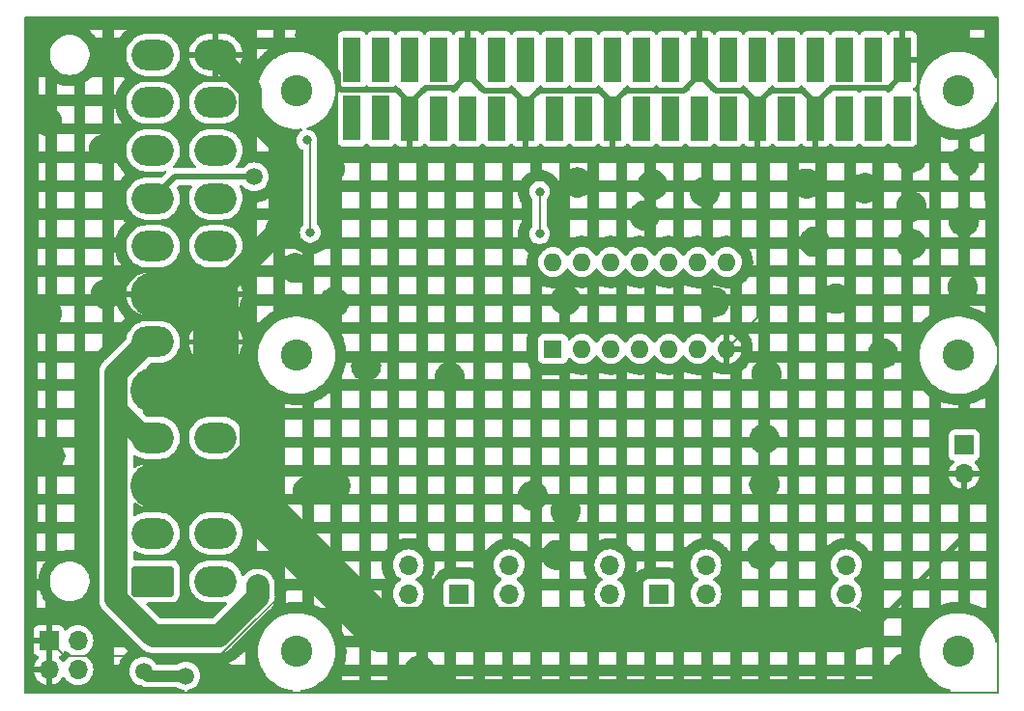
<source format=gbl>
G04 #@! TF.GenerationSoftware,KiCad,Pcbnew,(7.0.0-0)*
G04 #@! TF.CreationDate,2023-03-06T18:31:28+00:00*
G04 #@! TF.ProjectId,AuxBoard,41757842-6f61-4726-942e-6b696361645f,rev?*
G04 #@! TF.SameCoordinates,Original*
G04 #@! TF.FileFunction,Copper,L2,Bot*
G04 #@! TF.FilePolarity,Positive*
%FSLAX46Y46*%
G04 Gerber Fmt 4.6, Leading zero omitted, Abs format (unit mm)*
G04 Created by KiCad (PCBNEW (7.0.0-0)) date 2023-03-06 18:31:28*
%MOMM*%
%LPD*%
G01*
G04 APERTURE LIST*
G04 Aperture macros list*
%AMRoundRect*
0 Rectangle with rounded corners*
0 $1 Rounding radius*
0 $2 $3 $4 $5 $6 $7 $8 $9 X,Y pos of 4 corners*
0 Add a 4 corners polygon primitive as box body*
4,1,4,$2,$3,$4,$5,$6,$7,$8,$9,$2,$3,0*
0 Add four circle primitives for the rounded corners*
1,1,$1+$1,$2,$3*
1,1,$1+$1,$4,$5*
1,1,$1+$1,$6,$7*
1,1,$1+$1,$8,$9*
0 Add four rect primitives between the rounded corners*
20,1,$1+$1,$2,$3,$4,$5,0*
20,1,$1+$1,$4,$5,$6,$7,0*
20,1,$1+$1,$6,$7,$8,$9,0*
20,1,$1+$1,$8,$9,$2,$3,0*%
G04 Aperture macros list end*
G04 #@! TA.AperFunction,ComponentPad*
%ADD10RoundRect,0.250001X1.599999X-1.099999X1.599999X1.099999X-1.599999X1.099999X-1.599999X-1.099999X0*%
G04 #@! TD*
G04 #@! TA.AperFunction,ComponentPad*
%ADD11O,3.700000X2.700000*%
G04 #@! TD*
G04 #@! TA.AperFunction,WasherPad*
%ADD12C,2.750000*%
G04 #@! TD*
G04 #@! TA.AperFunction,ComponentPad*
%ADD13R,1.600000X1.600000*%
G04 #@! TD*
G04 #@! TA.AperFunction,ComponentPad*
%ADD14O,1.600000X1.600000*%
G04 #@! TD*
G04 #@! TA.AperFunction,ComponentPad*
%ADD15R,1.700000X1.700000*%
G04 #@! TD*
G04 #@! TA.AperFunction,ComponentPad*
%ADD16O,1.700000X1.700000*%
G04 #@! TD*
G04 #@! TA.AperFunction,ComponentPad*
%ADD17R,1.500000X4.000000*%
G04 #@! TD*
G04 #@! TA.AperFunction,ViaPad*
%ADD18C,0.800000*%
G04 #@! TD*
G04 #@! TA.AperFunction,ViaPad*
%ADD19C,1.500000*%
G04 #@! TD*
G04 #@! TA.AperFunction,Conductor*
%ADD20C,2.000000*%
G04 #@! TD*
G04 #@! TA.AperFunction,Conductor*
%ADD21C,0.500000*%
G04 #@! TD*
G04 #@! TA.AperFunction,Conductor*
%ADD22C,0.200000*%
G04 #@! TD*
G04 #@! TA.AperFunction,Conductor*
%ADD23C,1.000000*%
G04 #@! TD*
G04 #@! TA.AperFunction,Conductor*
%ADD24C,4.000000*%
G04 #@! TD*
G04 #@! TA.AperFunction,Profile*
%ADD25C,0.200000*%
G04 #@! TD*
G04 APERTURE END LIST*
D10*
X115925000Y-99200000D03*
D11*
X115924999Y-94999999D03*
X115924999Y-90799999D03*
X115924999Y-86599999D03*
X115924999Y-82399999D03*
X115924999Y-78199999D03*
X115924999Y-73999999D03*
X115924999Y-69799999D03*
X115924999Y-65599999D03*
X115924999Y-61399999D03*
X115924999Y-57199999D03*
X115924999Y-52999999D03*
X121424999Y-99199999D03*
X121424999Y-94999999D03*
X121424999Y-90799999D03*
X121424999Y-86599999D03*
X121424999Y-82399999D03*
X121424999Y-78199999D03*
X121424999Y-73999999D03*
X121424999Y-69799999D03*
X121424999Y-65599999D03*
X121424999Y-61399999D03*
X121424999Y-57199999D03*
X121424999Y-52999999D03*
D12*
X128500000Y-79375000D03*
D13*
X150974999Y-78799999D03*
D14*
X153514999Y-78799999D03*
X156054999Y-78799999D03*
X158594999Y-78799999D03*
X161134999Y-78799999D03*
X163674999Y-78799999D03*
X166214999Y-78799999D03*
X166214999Y-71179999D03*
X163674999Y-71179999D03*
X161134999Y-71179999D03*
X158594999Y-71179999D03*
X156054999Y-71179999D03*
X153514999Y-71179999D03*
X150974999Y-71179999D03*
D15*
X176674999Y-102839999D03*
D16*
X176674999Y-100299999D03*
X176674999Y-97759999D03*
D15*
X138299999Y-102839999D03*
D16*
X138299999Y-100299999D03*
X138299999Y-97759999D03*
D15*
X142762499Y-100339999D03*
D16*
X142762499Y-102879999D03*
D15*
X155974999Y-102839999D03*
D16*
X155974999Y-100299999D03*
X155974999Y-97759999D03*
D15*
X160224999Y-100339999D03*
D16*
X160224999Y-102879999D03*
D15*
X147124999Y-102839999D03*
D16*
X147124999Y-100299999D03*
X147124999Y-97759999D03*
D12*
X128500000Y-105375000D03*
X186500000Y-105375000D03*
X128500000Y-56125000D03*
X186500000Y-79375000D03*
D15*
X164374999Y-102839999D03*
D16*
X164374999Y-100299999D03*
X164374999Y-97759999D03*
D15*
X187024999Y-87249999D03*
D16*
X187024999Y-89789999D03*
D12*
X186500000Y-56125000D03*
D15*
X106799999Y-104399999D03*
D16*
X109339999Y-104399999D03*
X106799999Y-106939999D03*
X109339999Y-106939999D03*
D17*
X133369999Y-53429999D03*
X133369999Y-58539999D03*
X135909999Y-53429999D03*
X135909999Y-58539999D03*
X138449999Y-53429999D03*
X138449999Y-58569999D03*
X140989999Y-53429999D03*
X140989999Y-58569999D03*
X143529999Y-53429999D03*
X143529999Y-58569999D03*
X146069999Y-53429999D03*
X146069999Y-58569999D03*
X148609999Y-53429999D03*
X148609999Y-58569999D03*
X151149999Y-53429999D03*
X151149999Y-58569999D03*
X153689999Y-53429999D03*
X153689999Y-58569999D03*
X156229999Y-53429999D03*
X156229999Y-58569999D03*
X158769999Y-53429999D03*
X158769999Y-58569999D03*
X161309999Y-53429999D03*
X161309999Y-58569999D03*
X163849999Y-53429999D03*
X163849999Y-58569999D03*
X166389999Y-53429999D03*
X166389999Y-58569999D03*
X168929999Y-53429999D03*
X168929999Y-58569999D03*
X171469999Y-53429999D03*
X171469999Y-58569999D03*
X174009999Y-53429999D03*
X174009999Y-58569999D03*
X176549999Y-53429999D03*
X176549999Y-58569999D03*
X179089999Y-53429999D03*
X179089999Y-58569999D03*
X181629999Y-53429999D03*
X181629999Y-58569999D03*
D18*
X129700000Y-51300000D03*
X131400000Y-63000000D03*
X127200000Y-63100000D03*
X187000000Y-62400000D03*
X186900000Y-73400000D03*
X187000000Y-67600000D03*
X149800000Y-65000000D03*
X149800000Y-68700000D03*
D19*
X125100000Y-99600500D03*
X124800000Y-63700000D03*
X118800000Y-107500000D03*
X115100000Y-107100000D03*
D18*
X178300000Y-64700000D03*
X181700000Y-106900000D03*
X169500000Y-90700000D03*
X182400500Y-69600000D03*
X134600000Y-80300000D03*
X127100000Y-68325000D03*
X131900000Y-90800000D03*
X128400000Y-71700000D03*
X152100000Y-93000000D03*
X152100000Y-74500000D03*
X165100000Y-74700000D03*
X179900000Y-79200000D03*
X106600000Y-75700000D03*
X151300000Y-96900000D03*
X131800000Y-74700000D03*
X182400500Y-66300000D03*
X173200000Y-64300000D03*
X111600000Y-61300000D03*
X175800000Y-74400000D03*
X159000000Y-67100000D03*
X169700000Y-81000000D03*
X119000000Y-101400000D03*
X169500000Y-86700000D03*
X169300000Y-96900000D03*
X141900000Y-81300000D03*
X106600000Y-58800000D03*
X129500000Y-91300000D03*
X149200000Y-91700000D03*
X164300000Y-65000000D03*
X106900000Y-88200000D03*
X111800000Y-74000000D03*
X139300000Y-107000000D03*
X121900000Y-107500000D03*
X153100000Y-64200000D03*
X159700000Y-64400000D03*
X185906590Y-51804167D03*
X182400500Y-62000000D03*
X173900000Y-69400000D03*
X129700000Y-68600000D03*
X129400000Y-60500000D03*
D20*
X127100000Y-63200000D02*
X127100000Y-68325000D01*
X127200000Y-63100000D02*
X127100000Y-63200000D01*
X127100000Y-63000000D02*
X127200000Y-63100000D01*
D21*
X137270000Y-56090000D02*
X132380000Y-56090000D01*
X132380000Y-56090000D02*
X132125000Y-55835000D01*
X132125000Y-54623475D02*
X129801525Y-52300000D01*
X132125000Y-55835000D02*
X132125000Y-54623475D01*
X138450000Y-57270000D02*
X137270000Y-56090000D01*
X129801525Y-52300000D02*
X126600000Y-52300000D01*
X126600000Y-52300000D02*
X124475000Y-54425000D01*
X124475000Y-54425000D02*
X124475000Y-56050000D01*
D20*
X124475000Y-56050000D02*
X124475000Y-58175000D01*
X124475000Y-58175000D02*
X127100000Y-60800000D01*
X127100000Y-60800000D02*
X127100000Y-63000000D01*
D22*
X149800000Y-68700000D02*
X149800000Y-65000000D01*
D20*
X115974391Y-104000000D02*
X121700000Y-104000000D01*
X121700000Y-104000000D02*
X125100000Y-100600000D01*
X112700000Y-84200000D02*
X115100000Y-86600000D01*
X112700000Y-80925000D02*
X112700000Y-81900000D01*
X115425000Y-78200000D02*
X112700000Y-80925000D01*
X112700000Y-81900000D02*
X112700000Y-84200000D01*
X112700000Y-100725609D02*
X115974391Y-104000000D01*
X112700000Y-81900000D02*
X112700000Y-100725609D01*
X125100000Y-100600000D02*
X125100000Y-99600500D01*
X115100000Y-86600000D02*
X115925000Y-86600000D01*
X115925000Y-78200000D02*
X115425000Y-78200000D01*
D21*
X115925000Y-65600000D02*
X117825000Y-63700000D01*
X117825000Y-63700000D02*
X124800000Y-63700000D01*
D23*
X115500000Y-107500000D02*
X115100000Y-107100000D01*
X118800000Y-107500000D02*
X115500000Y-107500000D01*
D24*
X121425000Y-82400000D02*
X115925000Y-82400000D01*
D21*
X156230000Y-57270000D02*
X157380000Y-56120000D01*
X148610000Y-57270000D02*
X149760000Y-56120000D01*
D22*
X121748478Y-105790000D02*
X129650000Y-97888478D01*
D21*
X144920000Y-56120000D02*
X147460000Y-56120000D01*
X139840000Y-55880000D02*
X142380000Y-55880000D01*
X172860000Y-56120000D02*
X174010000Y-57270000D01*
D20*
X121425000Y-53000000D02*
X124475000Y-56050000D01*
D24*
X125475000Y-93075000D02*
X135790000Y-103390000D01*
D22*
X106800000Y-104400000D02*
X106800000Y-106940000D01*
D21*
X170080000Y-56120000D02*
X172860000Y-56120000D01*
D22*
X106800000Y-104400000D02*
X108190000Y-105790000D01*
D21*
X142380000Y-55880000D02*
X143530000Y-54730000D01*
X180480000Y-55880000D02*
X181630000Y-54730000D01*
D24*
X121425000Y-90800000D02*
X115925000Y-90800000D01*
D22*
X129650000Y-97888478D02*
X129650000Y-97250000D01*
D21*
X149760000Y-56120000D02*
X155080000Y-56120000D01*
D24*
X121425000Y-90800000D02*
X122745458Y-90800000D01*
D22*
X108190000Y-105790000D02*
X121748478Y-105790000D01*
D21*
X187025000Y-95275000D02*
X187025000Y-89790000D01*
D20*
X127100000Y-68325000D02*
X121425000Y-74000000D01*
D21*
X138450000Y-57270000D02*
X139840000Y-55880000D01*
D24*
X135790000Y-103390000D02*
X176635000Y-103390000D01*
D21*
X162460000Y-56120000D02*
X163850000Y-54730000D01*
X174010000Y-57270000D02*
X175400000Y-55880000D01*
X165240000Y-56120000D02*
X167780000Y-56120000D01*
X157380000Y-56120000D02*
X162460000Y-56120000D01*
D24*
X122745458Y-90800000D02*
X125475000Y-88070458D01*
D21*
X175400000Y-55880000D02*
X180480000Y-55880000D01*
D24*
X125475000Y-84275000D02*
X123600000Y-82400000D01*
X121425000Y-78200000D02*
X121425000Y-74000000D01*
D22*
X168930000Y-76085000D02*
X168930000Y-57270000D01*
D24*
X176635000Y-103390000D02*
X176675000Y-103350000D01*
D21*
X179460000Y-102840000D02*
X187025000Y-95275000D01*
X176675000Y-102840000D02*
X179460000Y-102840000D01*
X143530000Y-54730000D02*
X144920000Y-56120000D01*
D24*
X125475000Y-88070458D02*
X125475000Y-93075000D01*
D21*
X168930000Y-57270000D02*
X170080000Y-56120000D01*
D24*
X121425000Y-82400000D02*
X121425000Y-78200000D01*
X123600000Y-82400000D02*
X121425000Y-82400000D01*
D21*
X167780000Y-56120000D02*
X168930000Y-57270000D01*
X155080000Y-56120000D02*
X156230000Y-57270000D01*
X147460000Y-56120000D02*
X148610000Y-57270000D01*
D24*
X115925000Y-74000000D02*
X121425000Y-74000000D01*
D22*
X166215000Y-78800000D02*
X168930000Y-76085000D01*
D21*
X163850000Y-54730000D02*
X165240000Y-56120000D01*
D24*
X125475000Y-88070458D02*
X125475000Y-84275000D01*
D22*
X129700000Y-68600000D02*
X129700000Y-61400000D01*
X129700000Y-60800000D02*
X129400000Y-60500000D01*
X129700000Y-61400000D02*
X129700000Y-60800000D01*
G04 #@! TA.AperFunction,Conductor*
G36*
X108293539Y-105284885D02*
G01*
X108346285Y-105316181D01*
X108468599Y-105438495D01*
X108473032Y-105441599D01*
X108473038Y-105441604D01*
X108654158Y-105568425D01*
X108693024Y-105612743D01*
X108707035Y-105670000D01*
X108693024Y-105727257D01*
X108654159Y-105771575D01*
X108473041Y-105898395D01*
X108468599Y-105901505D01*
X108464775Y-105905328D01*
X108464769Y-105905334D01*
X108305334Y-106064769D01*
X108305328Y-106064775D01*
X108301505Y-106068599D01*
X108298403Y-106073028D01*
X108298403Y-106073029D01*
X108171269Y-106254596D01*
X108126951Y-106293461D01*
X108069694Y-106307472D01*
X108012437Y-106293461D01*
X107968119Y-106254595D01*
X107841215Y-106073357D01*
X107834280Y-106065092D01*
X107715665Y-105946477D01*
X107684369Y-105893731D01*
X107682180Y-105832438D01*
X107709633Y-105777593D01*
X107760013Y-105742614D01*
X107883777Y-105696452D01*
X107899189Y-105688037D01*
X108000092Y-105612501D01*
X108012501Y-105600092D01*
X108088037Y-105499189D01*
X108096452Y-105483777D01*
X108142422Y-105360529D01*
X108177401Y-105310149D01*
X108232246Y-105282696D01*
X108293539Y-105284885D01*
G37*
G04 #@! TD.AperFunction*
G04 #@! TA.AperFunction,Conductor*
G36*
X175335504Y-55666566D02*
G01*
X175379266Y-55703138D01*
X175392975Y-55721451D01*
X175434629Y-55777094D01*
X175442454Y-55787546D01*
X175557669Y-55873796D01*
X175584540Y-55883818D01*
X175633750Y-55917467D01*
X175661570Y-55970193D01*
X175661570Y-56029807D01*
X175633750Y-56082533D01*
X175584540Y-56116181D01*
X175557669Y-56126204D01*
X175550572Y-56131516D01*
X175550568Y-56131519D01*
X175449550Y-56207141D01*
X175449546Y-56207144D01*
X175442454Y-56212454D01*
X175437144Y-56219546D01*
X175437140Y-56219551D01*
X175378953Y-56297278D01*
X175335190Y-56333851D01*
X175279686Y-56346966D01*
X175224182Y-56333850D01*
X175180420Y-56297277D01*
X175122501Y-56219907D01*
X175110092Y-56207498D01*
X175009189Y-56131962D01*
X174993773Y-56123544D01*
X174974744Y-56116447D01*
X174925533Y-56082797D01*
X174897713Y-56030071D01*
X174897715Y-55970456D01*
X174925536Y-55917731D01*
X174974745Y-55884084D01*
X175002331Y-55873796D01*
X175117546Y-55787546D01*
X175180733Y-55703138D01*
X175224496Y-55666566D01*
X175280000Y-55653450D01*
X175335504Y-55666566D01*
G37*
G04 #@! TD.AperFunction*
G04 #@! TA.AperFunction,Conductor*
G36*
X172795504Y-55666566D02*
G01*
X172839266Y-55703138D01*
X172852975Y-55721451D01*
X172894629Y-55777094D01*
X172902454Y-55787546D01*
X173017669Y-55873796D01*
X173045254Y-55884084D01*
X173094463Y-55917731D01*
X173122285Y-55970456D01*
X173122286Y-56030071D01*
X173094466Y-56082797D01*
X173045257Y-56116447D01*
X173026222Y-56123546D01*
X173010810Y-56131962D01*
X172909907Y-56207498D01*
X172897497Y-56219908D01*
X172839578Y-56297278D01*
X172795816Y-56333850D01*
X172740312Y-56346966D01*
X172684808Y-56333850D01*
X172641046Y-56297277D01*
X172582862Y-56219554D01*
X172582858Y-56219550D01*
X172577546Y-56212454D01*
X172462331Y-56126204D01*
X172454020Y-56123104D01*
X172454018Y-56123103D01*
X172435461Y-56116182D01*
X172386250Y-56082533D01*
X172358429Y-56029808D01*
X172358429Y-55970192D01*
X172386250Y-55917467D01*
X172435461Y-55883818D01*
X172439429Y-55882337D01*
X172462331Y-55873796D01*
X172577546Y-55787546D01*
X172640733Y-55703138D01*
X172684496Y-55666566D01*
X172740000Y-55653450D01*
X172795504Y-55666566D01*
G37*
G04 #@! TD.AperFunction*
G04 #@! TA.AperFunction,Conductor*
G36*
X170255504Y-55666566D02*
G01*
X170299266Y-55703138D01*
X170312975Y-55721451D01*
X170354629Y-55777094D01*
X170362454Y-55787546D01*
X170477669Y-55873796D01*
X170504540Y-55883818D01*
X170553750Y-55917467D01*
X170581570Y-55970193D01*
X170581570Y-56029807D01*
X170553750Y-56082533D01*
X170504540Y-56116181D01*
X170477669Y-56126204D01*
X170470572Y-56131516D01*
X170470568Y-56131519D01*
X170369550Y-56207141D01*
X170369546Y-56207144D01*
X170362454Y-56212454D01*
X170357144Y-56219546D01*
X170357140Y-56219551D01*
X170298953Y-56297278D01*
X170255190Y-56333851D01*
X170199686Y-56346966D01*
X170144182Y-56333850D01*
X170100420Y-56297277D01*
X170042501Y-56219907D01*
X170030092Y-56207498D01*
X169929189Y-56131962D01*
X169913773Y-56123544D01*
X169894744Y-56116447D01*
X169845533Y-56082797D01*
X169817713Y-56030071D01*
X169817715Y-55970456D01*
X169845536Y-55917731D01*
X169894745Y-55884084D01*
X169922331Y-55873796D01*
X170037546Y-55787546D01*
X170100733Y-55703138D01*
X170144496Y-55666566D01*
X170200000Y-55653450D01*
X170255504Y-55666566D01*
G37*
G04 #@! TD.AperFunction*
G04 #@! TA.AperFunction,Conductor*
G36*
X167715504Y-55666566D02*
G01*
X167759266Y-55703138D01*
X167772975Y-55721451D01*
X167814629Y-55777094D01*
X167822454Y-55787546D01*
X167937669Y-55873796D01*
X167965254Y-55884084D01*
X168014463Y-55917731D01*
X168042285Y-55970456D01*
X168042286Y-56030071D01*
X168014466Y-56082797D01*
X167965257Y-56116447D01*
X167946222Y-56123546D01*
X167930810Y-56131962D01*
X167829907Y-56207498D01*
X167817497Y-56219908D01*
X167759578Y-56297278D01*
X167715816Y-56333850D01*
X167660312Y-56346966D01*
X167604808Y-56333850D01*
X167561046Y-56297277D01*
X167502862Y-56219554D01*
X167502858Y-56219550D01*
X167497546Y-56212454D01*
X167382331Y-56126204D01*
X167374020Y-56123104D01*
X167374018Y-56123103D01*
X167355461Y-56116182D01*
X167306250Y-56082533D01*
X167278429Y-56029808D01*
X167278429Y-55970192D01*
X167306250Y-55917467D01*
X167355461Y-55883818D01*
X167359429Y-55882337D01*
X167382331Y-55873796D01*
X167497546Y-55787546D01*
X167560733Y-55703138D01*
X167604496Y-55666566D01*
X167660000Y-55653450D01*
X167715504Y-55666566D01*
G37*
G04 #@! TD.AperFunction*
G04 #@! TA.AperFunction,Conductor*
G36*
X157555504Y-55666566D02*
G01*
X157599266Y-55703138D01*
X157612975Y-55721451D01*
X157654629Y-55777094D01*
X157662454Y-55787546D01*
X157777669Y-55873796D01*
X157804540Y-55883818D01*
X157853750Y-55917467D01*
X157881570Y-55970193D01*
X157881570Y-56029807D01*
X157853750Y-56082533D01*
X157804540Y-56116181D01*
X157777669Y-56126204D01*
X157770572Y-56131516D01*
X157770568Y-56131519D01*
X157669550Y-56207141D01*
X157669546Y-56207144D01*
X157662454Y-56212454D01*
X157657144Y-56219546D01*
X157657140Y-56219551D01*
X157598953Y-56297278D01*
X157555190Y-56333851D01*
X157499686Y-56346966D01*
X157444182Y-56333850D01*
X157400420Y-56297277D01*
X157342501Y-56219907D01*
X157330092Y-56207498D01*
X157229189Y-56131962D01*
X157213773Y-56123544D01*
X157194744Y-56116447D01*
X157145533Y-56082797D01*
X157117713Y-56030071D01*
X157117715Y-55970456D01*
X157145536Y-55917731D01*
X157194745Y-55884084D01*
X157222331Y-55873796D01*
X157337546Y-55787546D01*
X157400733Y-55703138D01*
X157444496Y-55666566D01*
X157500000Y-55653450D01*
X157555504Y-55666566D01*
G37*
G04 #@! TD.AperFunction*
G04 #@! TA.AperFunction,Conductor*
G36*
X155015504Y-55666566D02*
G01*
X155059266Y-55703138D01*
X155072975Y-55721451D01*
X155114629Y-55777094D01*
X155122454Y-55787546D01*
X155237669Y-55873796D01*
X155265254Y-55884084D01*
X155314463Y-55917731D01*
X155342285Y-55970456D01*
X155342286Y-56030071D01*
X155314466Y-56082797D01*
X155265257Y-56116447D01*
X155246222Y-56123546D01*
X155230810Y-56131962D01*
X155129907Y-56207498D01*
X155117497Y-56219908D01*
X155059578Y-56297278D01*
X155015816Y-56333850D01*
X154960312Y-56346966D01*
X154904808Y-56333850D01*
X154861046Y-56297277D01*
X154802862Y-56219554D01*
X154802858Y-56219550D01*
X154797546Y-56212454D01*
X154682331Y-56126204D01*
X154674020Y-56123104D01*
X154674018Y-56123103D01*
X154655461Y-56116182D01*
X154606250Y-56082533D01*
X154578429Y-56029808D01*
X154578429Y-55970192D01*
X154606250Y-55917467D01*
X154655461Y-55883818D01*
X154659429Y-55882337D01*
X154682331Y-55873796D01*
X154797546Y-55787546D01*
X154860733Y-55703138D01*
X154904496Y-55666566D01*
X154960000Y-55653450D01*
X155015504Y-55666566D01*
G37*
G04 #@! TD.AperFunction*
G04 #@! TA.AperFunction,Conductor*
G36*
X149935504Y-55666566D02*
G01*
X149979266Y-55703138D01*
X149992975Y-55721451D01*
X150034629Y-55777094D01*
X150042454Y-55787546D01*
X150157669Y-55873796D01*
X150184540Y-55883818D01*
X150233750Y-55917467D01*
X150261570Y-55970193D01*
X150261570Y-56029807D01*
X150233750Y-56082533D01*
X150184540Y-56116181D01*
X150157669Y-56126204D01*
X150150572Y-56131516D01*
X150150568Y-56131519D01*
X150049550Y-56207141D01*
X150049546Y-56207144D01*
X150042454Y-56212454D01*
X150037144Y-56219546D01*
X150037140Y-56219551D01*
X149978953Y-56297278D01*
X149935190Y-56333851D01*
X149879686Y-56346966D01*
X149824182Y-56333850D01*
X149780420Y-56297277D01*
X149722501Y-56219907D01*
X149710092Y-56207498D01*
X149609189Y-56131962D01*
X149593773Y-56123544D01*
X149574744Y-56116447D01*
X149525533Y-56082797D01*
X149497713Y-56030071D01*
X149497715Y-55970456D01*
X149525536Y-55917731D01*
X149574745Y-55884084D01*
X149602331Y-55873796D01*
X149717546Y-55787546D01*
X149780733Y-55703138D01*
X149824496Y-55666566D01*
X149880000Y-55653450D01*
X149935504Y-55666566D01*
G37*
G04 #@! TD.AperFunction*
G04 #@! TA.AperFunction,Conductor*
G36*
X147395504Y-55666566D02*
G01*
X147439266Y-55703138D01*
X147452975Y-55721451D01*
X147494629Y-55777094D01*
X147502454Y-55787546D01*
X147617669Y-55873796D01*
X147645254Y-55884084D01*
X147694463Y-55917731D01*
X147722285Y-55970456D01*
X147722286Y-56030071D01*
X147694466Y-56082797D01*
X147645257Y-56116447D01*
X147626222Y-56123546D01*
X147610810Y-56131962D01*
X147509907Y-56207498D01*
X147497497Y-56219908D01*
X147439578Y-56297278D01*
X147395816Y-56333850D01*
X147340312Y-56346966D01*
X147284808Y-56333850D01*
X147241046Y-56297277D01*
X147182862Y-56219554D01*
X147182858Y-56219550D01*
X147177546Y-56212454D01*
X147062331Y-56126204D01*
X147054020Y-56123104D01*
X147054018Y-56123103D01*
X147035461Y-56116182D01*
X146986250Y-56082533D01*
X146958429Y-56029808D01*
X146958429Y-55970192D01*
X146986250Y-55917467D01*
X147035461Y-55883818D01*
X147039429Y-55882337D01*
X147062331Y-55873796D01*
X147177546Y-55787546D01*
X147240733Y-55703138D01*
X147284496Y-55666566D01*
X147340000Y-55653450D01*
X147395504Y-55666566D01*
G37*
G04 #@! TD.AperFunction*
G04 #@! TA.AperFunction,Conductor*
G36*
X139775504Y-55666566D02*
G01*
X139819266Y-55703138D01*
X139832975Y-55721451D01*
X139874629Y-55777094D01*
X139882454Y-55787546D01*
X139997669Y-55873796D01*
X140024540Y-55883818D01*
X140073750Y-55917467D01*
X140101570Y-55970193D01*
X140101570Y-56029807D01*
X140073750Y-56082533D01*
X140024540Y-56116181D01*
X139997669Y-56126204D01*
X139990572Y-56131516D01*
X139990568Y-56131519D01*
X139889550Y-56207141D01*
X139889546Y-56207144D01*
X139882454Y-56212454D01*
X139877144Y-56219546D01*
X139877140Y-56219551D01*
X139818953Y-56297278D01*
X139775190Y-56333851D01*
X139719686Y-56346966D01*
X139664182Y-56333850D01*
X139620420Y-56297277D01*
X139562501Y-56219907D01*
X139550092Y-56207498D01*
X139449189Y-56131962D01*
X139433773Y-56123544D01*
X139414744Y-56116447D01*
X139365533Y-56082797D01*
X139337713Y-56030071D01*
X139337715Y-55970456D01*
X139365536Y-55917731D01*
X139414745Y-55884084D01*
X139442331Y-55873796D01*
X139557546Y-55787546D01*
X139620733Y-55703138D01*
X139664496Y-55666566D01*
X139720000Y-55653450D01*
X139775504Y-55666566D01*
G37*
G04 #@! TD.AperFunction*
G04 #@! TA.AperFunction,Conductor*
G36*
X180415816Y-55666149D02*
G01*
X180459579Y-55702722D01*
X180517498Y-55780092D01*
X180529907Y-55792501D01*
X180630810Y-55868037D01*
X180646223Y-55876453D01*
X180665253Y-55883551D01*
X180714464Y-55917199D01*
X180742285Y-55969924D01*
X180742285Y-56029539D01*
X180714466Y-56082265D01*
X180665256Y-56115914D01*
X180645982Y-56123102D01*
X180645973Y-56123106D01*
X180637669Y-56126204D01*
X180630572Y-56131516D01*
X180630568Y-56131519D01*
X180529550Y-56207141D01*
X180529546Y-56207144D01*
X180522454Y-56212454D01*
X180517144Y-56219546D01*
X180517140Y-56219551D01*
X180459266Y-56296861D01*
X180415504Y-56333433D01*
X180360000Y-56346549D01*
X180304496Y-56333433D01*
X180260734Y-56296861D01*
X180202859Y-56219551D01*
X180202858Y-56219550D01*
X180197546Y-56212454D01*
X180082331Y-56126204D01*
X180074020Y-56123104D01*
X180074018Y-56123103D01*
X180055461Y-56116182D01*
X180006250Y-56082533D01*
X179978429Y-56029808D01*
X179978429Y-55970192D01*
X180006250Y-55917467D01*
X180055461Y-55883818D01*
X180059429Y-55882337D01*
X180082331Y-55873796D01*
X180197546Y-55787546D01*
X180261045Y-55702721D01*
X180304808Y-55666149D01*
X180360312Y-55653033D01*
X180415816Y-55666149D01*
G37*
G04 #@! TD.AperFunction*
G04 #@! TA.AperFunction,Conductor*
G36*
X177875504Y-55666566D02*
G01*
X177919266Y-55703138D01*
X177932975Y-55721451D01*
X177974629Y-55777094D01*
X177982454Y-55787546D01*
X178097669Y-55873796D01*
X178124540Y-55883818D01*
X178173750Y-55917467D01*
X178201570Y-55970193D01*
X178201570Y-56029807D01*
X178173750Y-56082533D01*
X178124540Y-56116181D01*
X178097669Y-56126204D01*
X178090572Y-56131516D01*
X178090568Y-56131519D01*
X177989550Y-56207141D01*
X177989546Y-56207144D01*
X177982454Y-56212454D01*
X177977144Y-56219546D01*
X177977140Y-56219551D01*
X177919266Y-56296861D01*
X177875504Y-56333433D01*
X177820000Y-56346549D01*
X177764496Y-56333433D01*
X177720734Y-56296861D01*
X177662859Y-56219551D01*
X177662858Y-56219550D01*
X177657546Y-56212454D01*
X177542331Y-56126204D01*
X177534020Y-56123104D01*
X177534018Y-56123103D01*
X177515461Y-56116182D01*
X177466250Y-56082533D01*
X177438429Y-56029808D01*
X177438429Y-55970192D01*
X177466250Y-55917467D01*
X177515461Y-55883818D01*
X177519429Y-55882337D01*
X177542331Y-55873796D01*
X177657546Y-55787546D01*
X177720733Y-55703138D01*
X177764496Y-55666566D01*
X177820000Y-55653450D01*
X177875504Y-55666566D01*
G37*
G04 #@! TD.AperFunction*
G04 #@! TA.AperFunction,Conductor*
G36*
X165175191Y-55666149D02*
G01*
X165218953Y-55702721D01*
X165277140Y-55780448D01*
X165282454Y-55787546D01*
X165397669Y-55873796D01*
X165424540Y-55883818D01*
X165473750Y-55917467D01*
X165501570Y-55970193D01*
X165501570Y-56029807D01*
X165473750Y-56082533D01*
X165424540Y-56116181D01*
X165397669Y-56126204D01*
X165390572Y-56131516D01*
X165390568Y-56131519D01*
X165289550Y-56207141D01*
X165289546Y-56207144D01*
X165282454Y-56212454D01*
X165277144Y-56219546D01*
X165277140Y-56219551D01*
X165219266Y-56296861D01*
X165175504Y-56333433D01*
X165120000Y-56346549D01*
X165064496Y-56333433D01*
X165020734Y-56296861D01*
X164962859Y-56219551D01*
X164962858Y-56219550D01*
X164957546Y-56212454D01*
X164842331Y-56126204D01*
X164821727Y-56118519D01*
X164814745Y-56115915D01*
X164765534Y-56082265D01*
X164737714Y-56029539D01*
X164737714Y-55969924D01*
X164765536Y-55917199D01*
X164814747Y-55883550D01*
X164833780Y-55876451D01*
X164849189Y-55868037D01*
X164950092Y-55792501D01*
X164962503Y-55780090D01*
X165020420Y-55702723D01*
X165064182Y-55666149D01*
X165119686Y-55653033D01*
X165175191Y-55666149D01*
G37*
G04 #@! TD.AperFunction*
G04 #@! TA.AperFunction,Conductor*
G36*
X162635816Y-55666149D02*
G01*
X162679579Y-55702722D01*
X162737498Y-55780092D01*
X162749907Y-55792501D01*
X162850810Y-55868037D01*
X162866223Y-55876453D01*
X162885253Y-55883551D01*
X162934464Y-55917199D01*
X162962285Y-55969924D01*
X162962285Y-56029539D01*
X162934466Y-56082265D01*
X162885256Y-56115914D01*
X162865982Y-56123102D01*
X162865973Y-56123106D01*
X162857669Y-56126204D01*
X162850572Y-56131516D01*
X162850568Y-56131519D01*
X162749550Y-56207141D01*
X162749546Y-56207144D01*
X162742454Y-56212454D01*
X162737144Y-56219546D01*
X162737140Y-56219551D01*
X162679266Y-56296861D01*
X162635504Y-56333433D01*
X162580000Y-56346549D01*
X162524496Y-56333433D01*
X162480734Y-56296861D01*
X162422859Y-56219551D01*
X162422858Y-56219550D01*
X162417546Y-56212454D01*
X162302331Y-56126204D01*
X162294020Y-56123104D01*
X162294018Y-56123103D01*
X162275461Y-56116182D01*
X162226250Y-56082533D01*
X162198429Y-56029808D01*
X162198429Y-55970192D01*
X162226250Y-55917467D01*
X162275461Y-55883818D01*
X162279429Y-55882337D01*
X162302331Y-55873796D01*
X162417546Y-55787546D01*
X162481045Y-55702721D01*
X162524808Y-55666149D01*
X162580312Y-55653033D01*
X162635816Y-55666149D01*
G37*
G04 #@! TD.AperFunction*
G04 #@! TA.AperFunction,Conductor*
G36*
X160095504Y-55666566D02*
G01*
X160139266Y-55703138D01*
X160152975Y-55721451D01*
X160194629Y-55777094D01*
X160202454Y-55787546D01*
X160317669Y-55873796D01*
X160344540Y-55883818D01*
X160393750Y-55917467D01*
X160421570Y-55970193D01*
X160421570Y-56029807D01*
X160393750Y-56082533D01*
X160344540Y-56116181D01*
X160317669Y-56126204D01*
X160310572Y-56131516D01*
X160310568Y-56131519D01*
X160209550Y-56207141D01*
X160209546Y-56207144D01*
X160202454Y-56212454D01*
X160197144Y-56219546D01*
X160197140Y-56219551D01*
X160139266Y-56296861D01*
X160095504Y-56333433D01*
X160040000Y-56346549D01*
X159984496Y-56333433D01*
X159940734Y-56296861D01*
X159882859Y-56219551D01*
X159882858Y-56219550D01*
X159877546Y-56212454D01*
X159762331Y-56126204D01*
X159754020Y-56123104D01*
X159754018Y-56123103D01*
X159735461Y-56116182D01*
X159686250Y-56082533D01*
X159658429Y-56029808D01*
X159658429Y-55970192D01*
X159686250Y-55917467D01*
X159735461Y-55883818D01*
X159739429Y-55882337D01*
X159762331Y-55873796D01*
X159877546Y-55787546D01*
X159940733Y-55703138D01*
X159984496Y-55666566D01*
X160040000Y-55653450D01*
X160095504Y-55666566D01*
G37*
G04 #@! TD.AperFunction*
G04 #@! TA.AperFunction,Conductor*
G36*
X152475504Y-55666566D02*
G01*
X152519266Y-55703138D01*
X152532975Y-55721451D01*
X152574629Y-55777094D01*
X152582454Y-55787546D01*
X152697669Y-55873796D01*
X152724540Y-55883818D01*
X152773750Y-55917467D01*
X152801570Y-55970193D01*
X152801570Y-56029807D01*
X152773750Y-56082533D01*
X152724540Y-56116181D01*
X152697669Y-56126204D01*
X152690572Y-56131516D01*
X152690568Y-56131519D01*
X152589550Y-56207141D01*
X152589546Y-56207144D01*
X152582454Y-56212454D01*
X152577144Y-56219546D01*
X152577140Y-56219551D01*
X152519266Y-56296861D01*
X152475504Y-56333433D01*
X152420000Y-56346549D01*
X152364496Y-56333433D01*
X152320734Y-56296861D01*
X152262859Y-56219551D01*
X152262858Y-56219550D01*
X152257546Y-56212454D01*
X152142331Y-56126204D01*
X152134020Y-56123104D01*
X152134018Y-56123103D01*
X152115461Y-56116182D01*
X152066250Y-56082533D01*
X152038429Y-56029808D01*
X152038429Y-55970192D01*
X152066250Y-55917467D01*
X152115461Y-55883818D01*
X152119429Y-55882337D01*
X152142331Y-55873796D01*
X152257546Y-55787546D01*
X152320733Y-55703138D01*
X152364496Y-55666566D01*
X152420000Y-55653450D01*
X152475504Y-55666566D01*
G37*
G04 #@! TD.AperFunction*
G04 #@! TA.AperFunction,Conductor*
G36*
X144855191Y-55666149D02*
G01*
X144898953Y-55702721D01*
X144957140Y-55780448D01*
X144962454Y-55787546D01*
X145077669Y-55873796D01*
X145104540Y-55883818D01*
X145153750Y-55917467D01*
X145181570Y-55970193D01*
X145181570Y-56029807D01*
X145153750Y-56082533D01*
X145104540Y-56116181D01*
X145077669Y-56126204D01*
X145070572Y-56131516D01*
X145070568Y-56131519D01*
X144969550Y-56207141D01*
X144969546Y-56207144D01*
X144962454Y-56212454D01*
X144957144Y-56219546D01*
X144957140Y-56219551D01*
X144899266Y-56296861D01*
X144855504Y-56333433D01*
X144800000Y-56346549D01*
X144744496Y-56333433D01*
X144700734Y-56296861D01*
X144642859Y-56219551D01*
X144642858Y-56219550D01*
X144637546Y-56212454D01*
X144522331Y-56126204D01*
X144501727Y-56118519D01*
X144494745Y-56115915D01*
X144445534Y-56082265D01*
X144417714Y-56029539D01*
X144417714Y-55969924D01*
X144445536Y-55917199D01*
X144494747Y-55883550D01*
X144513780Y-55876451D01*
X144529189Y-55868037D01*
X144630092Y-55792501D01*
X144642503Y-55780090D01*
X144700420Y-55702723D01*
X144744182Y-55666149D01*
X144799686Y-55653033D01*
X144855191Y-55666149D01*
G37*
G04 #@! TD.AperFunction*
G04 #@! TA.AperFunction,Conductor*
G36*
X142315816Y-55666149D02*
G01*
X142359579Y-55702722D01*
X142417498Y-55780092D01*
X142429907Y-55792501D01*
X142530810Y-55868037D01*
X142546223Y-55876453D01*
X142565253Y-55883551D01*
X142614464Y-55917199D01*
X142642285Y-55969924D01*
X142642285Y-56029539D01*
X142614466Y-56082265D01*
X142565256Y-56115914D01*
X142545982Y-56123102D01*
X142545973Y-56123106D01*
X142537669Y-56126204D01*
X142530572Y-56131516D01*
X142530568Y-56131519D01*
X142429550Y-56207141D01*
X142429546Y-56207144D01*
X142422454Y-56212454D01*
X142417144Y-56219546D01*
X142417140Y-56219551D01*
X142359266Y-56296861D01*
X142315504Y-56333433D01*
X142260000Y-56346549D01*
X142204496Y-56333433D01*
X142160734Y-56296861D01*
X142102859Y-56219551D01*
X142102858Y-56219550D01*
X142097546Y-56212454D01*
X141982331Y-56126204D01*
X141974020Y-56123104D01*
X141974018Y-56123103D01*
X141955461Y-56116182D01*
X141906250Y-56082533D01*
X141878429Y-56029808D01*
X141878429Y-55970192D01*
X141906250Y-55917467D01*
X141955461Y-55883818D01*
X141959429Y-55882337D01*
X141982331Y-55873796D01*
X142097546Y-55787546D01*
X142161045Y-55702721D01*
X142204808Y-55666149D01*
X142260312Y-55653033D01*
X142315816Y-55666149D01*
G37*
G04 #@! TD.AperFunction*
G04 #@! TA.AperFunction,Conductor*
G36*
X137235504Y-55666566D02*
G01*
X137279266Y-55703138D01*
X137292975Y-55721451D01*
X137334629Y-55777094D01*
X137342454Y-55787546D01*
X137457669Y-55873796D01*
X137485254Y-55884084D01*
X137534463Y-55917731D01*
X137562285Y-55970456D01*
X137562286Y-56030071D01*
X137534466Y-56082797D01*
X137485257Y-56116447D01*
X137466222Y-56123546D01*
X137450810Y-56131962D01*
X137349907Y-56207498D01*
X137337497Y-56219908D01*
X137290807Y-56282278D01*
X137247045Y-56318850D01*
X137191541Y-56331966D01*
X137136037Y-56318850D01*
X137092275Y-56282277D01*
X137022862Y-56189554D01*
X137022858Y-56189550D01*
X137017546Y-56182454D01*
X136976984Y-56152089D01*
X136909429Y-56101517D01*
X136909426Y-56101515D01*
X136902331Y-56096204D01*
X136894964Y-56093456D01*
X136848139Y-56048275D01*
X136830780Y-55985000D01*
X136848139Y-55921725D01*
X136894964Y-55876543D01*
X136902331Y-55873796D01*
X137017546Y-55787546D01*
X137080733Y-55703138D01*
X137124496Y-55666566D01*
X137180000Y-55653450D01*
X137235504Y-55666566D01*
G37*
G04 #@! TD.AperFunction*
G04 #@! TA.AperFunction,Conductor*
G36*
X134695504Y-55666566D02*
G01*
X134739266Y-55703138D01*
X134752975Y-55721451D01*
X134794629Y-55777094D01*
X134802454Y-55787546D01*
X134917669Y-55873796D01*
X134925034Y-55876543D01*
X134971861Y-55921726D01*
X134989219Y-55985000D01*
X134971861Y-56048274D01*
X134925034Y-56093456D01*
X134917669Y-56096204D01*
X134910573Y-56101515D01*
X134910571Y-56101517D01*
X134809550Y-56177141D01*
X134809546Y-56177144D01*
X134802454Y-56182454D01*
X134797144Y-56189546D01*
X134797140Y-56189551D01*
X134739266Y-56266861D01*
X134695504Y-56303433D01*
X134640000Y-56316549D01*
X134584496Y-56303433D01*
X134540734Y-56266861D01*
X134482859Y-56189551D01*
X134482858Y-56189550D01*
X134477546Y-56182454D01*
X134436984Y-56152089D01*
X134369429Y-56101517D01*
X134369426Y-56101515D01*
X134362331Y-56096204D01*
X134354964Y-56093456D01*
X134308139Y-56048275D01*
X134290780Y-55985000D01*
X134308139Y-55921725D01*
X134354964Y-55876543D01*
X134362331Y-55873796D01*
X134477546Y-55787546D01*
X134540733Y-55703138D01*
X134584496Y-55666566D01*
X134640000Y-55653450D01*
X134695504Y-55666566D01*
G37*
G04 #@! TD.AperFunction*
G04 #@! TA.AperFunction,Conductor*
G36*
X189838469Y-49767043D02*
G01*
X189883837Y-49812258D01*
X189900588Y-49874077D01*
X189913861Y-53802819D01*
X189917691Y-54936547D01*
X189899419Y-55001756D01*
X189849612Y-55047641D01*
X189783126Y-55060515D01*
X189719791Y-55036539D01*
X189678499Y-54982863D01*
X189625562Y-54850000D01*
X189568021Y-54705583D01*
X189396570Y-54382192D01*
X189191159Y-54079234D01*
X188991539Y-53844223D01*
X188956370Y-53802819D01*
X188956367Y-53802816D01*
X188954197Y-53800261D01*
X188951764Y-53797956D01*
X188951759Y-53797951D01*
X188690892Y-53550845D01*
X188688462Y-53548543D01*
X188540060Y-53435731D01*
X188399737Y-53329060D01*
X188399735Y-53329058D01*
X188397069Y-53327032D01*
X188394195Y-53325303D01*
X188394191Y-53325300D01*
X188086317Y-53140059D01*
X188086316Y-53140058D01*
X188083435Y-53138325D01*
X187751236Y-52984633D01*
X187690497Y-52964167D01*
X187407543Y-52868829D01*
X187407529Y-52868825D01*
X187404368Y-52867760D01*
X187401101Y-52867041D01*
X187401098Y-52867040D01*
X187050178Y-52789796D01*
X187050174Y-52789795D01*
X187046897Y-52789074D01*
X187043561Y-52788711D01*
X187043554Y-52788710D01*
X186686352Y-52749863D01*
X186686351Y-52749862D01*
X186683014Y-52749500D01*
X186316986Y-52749500D01*
X186313649Y-52749862D01*
X186313647Y-52749863D01*
X185956445Y-52788710D01*
X185956435Y-52788711D01*
X185953103Y-52789074D01*
X185949828Y-52789794D01*
X185949821Y-52789796D01*
X185598901Y-52867040D01*
X185598893Y-52867042D01*
X185595632Y-52867760D01*
X185592474Y-52868823D01*
X185592456Y-52868829D01*
X185251951Y-52983559D01*
X185251948Y-52983560D01*
X185248764Y-52984633D01*
X185245715Y-52986043D01*
X185245709Y-52986046D01*
X184932004Y-53131182D01*
X184916565Y-53138325D01*
X184913690Y-53140054D01*
X184913682Y-53140059D01*
X184605808Y-53325300D01*
X184605795Y-53325308D01*
X184602931Y-53327032D01*
X184600273Y-53329052D01*
X184600262Y-53329060D01*
X184314197Y-53546521D01*
X184314189Y-53546527D01*
X184311538Y-53548543D01*
X184309114Y-53550838D01*
X184309107Y-53550845D01*
X184048240Y-53797951D01*
X184048225Y-53797966D01*
X184045803Y-53800261D01*
X184043640Y-53802806D01*
X184043629Y-53802819D01*
X183811014Y-54076675D01*
X183811008Y-54076682D01*
X183808841Y-54079234D01*
X183806960Y-54082006D01*
X183806954Y-54082016D01*
X183605314Y-54379412D01*
X183605306Y-54379423D01*
X183603430Y-54382192D01*
X183601867Y-54385139D01*
X183601861Y-54385150D01*
X183433546Y-54702625D01*
X183433537Y-54702643D01*
X183431979Y-54705583D01*
X183430740Y-54708691D01*
X183430737Y-54708699D01*
X183297743Y-55042488D01*
X183297738Y-55042502D01*
X183296498Y-55045615D01*
X183295598Y-55048853D01*
X183295598Y-55048856D01*
X183202155Y-55385408D01*
X183198575Y-55398301D01*
X183198031Y-55401617D01*
X183198029Y-55401628D01*
X183139903Y-55756181D01*
X183139358Y-55759508D01*
X183139176Y-55762858D01*
X183139175Y-55762871D01*
X183121859Y-56082265D01*
X183119542Y-56125000D01*
X183119724Y-56128357D01*
X183139175Y-56487128D01*
X183139176Y-56487139D01*
X183139358Y-56490492D01*
X183139902Y-56493813D01*
X183139903Y-56493818D01*
X183179469Y-56735161D01*
X183198575Y-56851699D01*
X183296498Y-57204385D01*
X183297740Y-57207502D01*
X183297743Y-57207511D01*
X183413684Y-57498500D01*
X183431979Y-57544417D01*
X183433541Y-57547363D01*
X183433546Y-57547374D01*
X183601861Y-57864849D01*
X183603430Y-57867808D01*
X183605312Y-57870584D01*
X183605314Y-57870587D01*
X183725868Y-58048390D01*
X183808841Y-58170766D01*
X184045803Y-58449739D01*
X184048234Y-58452042D01*
X184048240Y-58452048D01*
X184181867Y-58578626D01*
X184311538Y-58701457D01*
X184602931Y-58922968D01*
X184916565Y-59111675D01*
X185248764Y-59265367D01*
X185595632Y-59382240D01*
X185953103Y-59460926D01*
X186316986Y-59500500D01*
X186679656Y-59500500D01*
X186683014Y-59500500D01*
X187046897Y-59460926D01*
X187404368Y-59382240D01*
X187751236Y-59265367D01*
X188083435Y-59111675D01*
X188397069Y-58922968D01*
X188688462Y-58701457D01*
X188954197Y-58449739D01*
X189191159Y-58170766D01*
X189396570Y-57867808D01*
X189568021Y-57544417D01*
X189686459Y-57247158D01*
X189727617Y-57193583D01*
X189790752Y-57169536D01*
X189857123Y-57182155D01*
X189907027Y-57227695D01*
X189925650Y-57292636D01*
X189955142Y-66021889D01*
X189997103Y-78442545D01*
X189983340Y-78499745D01*
X189944761Y-78544163D01*
X189890052Y-78565800D01*
X189831527Y-78559786D01*
X189782362Y-78527474D01*
X189753624Y-78476138D01*
X189750092Y-78463416D01*
X189703502Y-78295615D01*
X189568021Y-77955583D01*
X189566189Y-77952128D01*
X189448793Y-77730695D01*
X189396570Y-77632192D01*
X189191159Y-77329234D01*
X188954197Y-77050261D01*
X188951764Y-77047956D01*
X188951759Y-77047951D01*
X188706592Y-76815717D01*
X188688462Y-76798543D01*
X188406834Y-76584455D01*
X188399737Y-76579060D01*
X188399735Y-76579058D01*
X188397069Y-76577032D01*
X188394195Y-76575303D01*
X188394191Y-76575300D01*
X188086317Y-76390059D01*
X188086316Y-76390058D01*
X188083435Y-76388325D01*
X187751236Y-76234633D01*
X187620607Y-76190619D01*
X187407543Y-76118829D01*
X187407529Y-76118825D01*
X187404368Y-76117760D01*
X187401101Y-76117041D01*
X187401098Y-76117040D01*
X187050178Y-76039796D01*
X187050174Y-76039795D01*
X187046897Y-76039074D01*
X187043561Y-76038711D01*
X187043554Y-76038710D01*
X186686352Y-75999863D01*
X186686351Y-75999862D01*
X186683014Y-75999500D01*
X186316986Y-75999500D01*
X186313649Y-75999862D01*
X186313647Y-75999863D01*
X185956445Y-76038710D01*
X185956435Y-76038711D01*
X185953103Y-76039074D01*
X185949828Y-76039794D01*
X185949821Y-76039796D01*
X185598901Y-76117040D01*
X185598893Y-76117042D01*
X185595632Y-76117760D01*
X185592474Y-76118823D01*
X185592456Y-76118829D01*
X185251951Y-76233559D01*
X185251948Y-76233560D01*
X185248764Y-76234633D01*
X185245715Y-76236043D01*
X185245709Y-76236046D01*
X184930506Y-76381875D01*
X184916565Y-76388325D01*
X184913690Y-76390054D01*
X184913682Y-76390059D01*
X184605808Y-76575300D01*
X184605795Y-76575308D01*
X184602931Y-76577032D01*
X184600273Y-76579052D01*
X184600262Y-76579060D01*
X184314197Y-76796521D01*
X184314189Y-76796527D01*
X184311538Y-76798543D01*
X184309114Y-76800838D01*
X184309107Y-76800845D01*
X184048240Y-77047951D01*
X184048225Y-77047966D01*
X184045803Y-77050261D01*
X184043640Y-77052806D01*
X184043629Y-77052819D01*
X183811014Y-77326675D01*
X183811008Y-77326682D01*
X183808841Y-77329234D01*
X183806960Y-77332006D01*
X183806954Y-77332016D01*
X183605314Y-77629412D01*
X183605306Y-77629423D01*
X183603430Y-77632192D01*
X183601867Y-77635139D01*
X183601861Y-77635150D01*
X183433546Y-77952625D01*
X183433537Y-77952643D01*
X183431979Y-77955583D01*
X183430740Y-77958691D01*
X183430737Y-77958699D01*
X183297743Y-78292488D01*
X183297738Y-78292502D01*
X183296498Y-78295615D01*
X183295598Y-78298853D01*
X183295598Y-78298856D01*
X183232123Y-78527474D01*
X183198575Y-78648301D01*
X183198031Y-78651617D01*
X183198029Y-78651628D01*
X183139903Y-79006181D01*
X183139358Y-79009508D01*
X183139176Y-79012858D01*
X183139175Y-79012871D01*
X183129091Y-79198870D01*
X183119542Y-79375000D01*
X183119724Y-79378357D01*
X183139175Y-79737128D01*
X183139176Y-79737139D01*
X183139358Y-79740492D01*
X183139902Y-79743813D01*
X183139903Y-79743818D01*
X183197463Y-80094920D01*
X183198575Y-80101699D01*
X183296498Y-80454385D01*
X183297740Y-80457502D01*
X183297743Y-80457511D01*
X183425979Y-80779358D01*
X183431979Y-80794417D01*
X183433541Y-80797363D01*
X183433546Y-80797374D01*
X183595577Y-81102996D01*
X183603430Y-81117808D01*
X183605312Y-81120584D01*
X183605314Y-81120587D01*
X183772488Y-81367150D01*
X183808841Y-81420766D01*
X183811014Y-81423324D01*
X184020957Y-81670489D01*
X184045803Y-81699739D01*
X184048234Y-81702042D01*
X184048240Y-81702048D01*
X184148386Y-81796911D01*
X184311538Y-81951457D01*
X184602931Y-82172968D01*
X184916565Y-82361675D01*
X185248764Y-82515367D01*
X185595632Y-82632240D01*
X185953103Y-82710926D01*
X186316986Y-82750500D01*
X186679656Y-82750500D01*
X186683014Y-82750500D01*
X187046897Y-82710926D01*
X187404368Y-82632240D01*
X187751236Y-82515367D01*
X188083435Y-82361675D01*
X188397069Y-82172968D01*
X188688462Y-81951457D01*
X188954197Y-81699739D01*
X189191159Y-81420766D01*
X189396570Y-81117808D01*
X189568021Y-80794417D01*
X189703502Y-80454385D01*
X189756019Y-80265233D01*
X189784710Y-80213948D01*
X189833792Y-80181632D01*
X189892240Y-80175542D01*
X189946929Y-80197047D01*
X189985575Y-80241316D01*
X189999500Y-80298407D01*
X189999500Y-104451593D01*
X189985575Y-104508684D01*
X189946929Y-104552953D01*
X189892240Y-104574458D01*
X189833792Y-104568368D01*
X189784710Y-104536052D01*
X189756020Y-104484767D01*
X189730986Y-104394605D01*
X189703502Y-104295615D01*
X189568021Y-103955583D01*
X189559329Y-103939189D01*
X189398138Y-103635150D01*
X189396570Y-103632192D01*
X189191159Y-103329234D01*
X188954197Y-103050261D01*
X188951764Y-103047956D01*
X188951759Y-103047951D01*
X188690892Y-102800845D01*
X188688462Y-102798543D01*
X188414128Y-102590000D01*
X188399737Y-102579060D01*
X188399735Y-102579058D01*
X188397069Y-102577032D01*
X188394195Y-102575303D01*
X188394191Y-102575300D01*
X188086317Y-102390059D01*
X188086316Y-102390058D01*
X188083435Y-102388325D01*
X187751236Y-102234633D01*
X187670209Y-102207332D01*
X187407543Y-102118829D01*
X187407529Y-102118825D01*
X187404368Y-102117760D01*
X187401101Y-102117041D01*
X187401098Y-102117040D01*
X187050178Y-102039796D01*
X187050174Y-102039795D01*
X187046897Y-102039074D01*
X187043561Y-102038711D01*
X187043554Y-102038710D01*
X186686352Y-101999863D01*
X186686351Y-101999862D01*
X186683014Y-101999500D01*
X186316986Y-101999500D01*
X186313649Y-101999862D01*
X186313647Y-101999863D01*
X185956445Y-102038710D01*
X185956435Y-102038711D01*
X185953103Y-102039074D01*
X185949828Y-102039794D01*
X185949821Y-102039796D01*
X185598901Y-102117040D01*
X185598893Y-102117042D01*
X185595632Y-102117760D01*
X185592474Y-102118823D01*
X185592456Y-102118829D01*
X185251951Y-102233559D01*
X185251948Y-102233560D01*
X185248764Y-102234633D01*
X185245715Y-102236043D01*
X185245709Y-102236046D01*
X184919621Y-102386911D01*
X184916565Y-102388325D01*
X184913690Y-102390054D01*
X184913682Y-102390059D01*
X184605808Y-102575300D01*
X184605795Y-102575308D01*
X184602931Y-102577032D01*
X184600273Y-102579052D01*
X184600262Y-102579060D01*
X184314197Y-102796521D01*
X184314189Y-102796527D01*
X184311538Y-102798543D01*
X184309114Y-102800838D01*
X184309107Y-102800845D01*
X184048240Y-103047951D01*
X184048225Y-103047966D01*
X184045803Y-103050261D01*
X184043640Y-103052806D01*
X184043629Y-103052819D01*
X183811014Y-103326675D01*
X183811008Y-103326682D01*
X183808841Y-103329234D01*
X183806960Y-103332006D01*
X183806954Y-103332016D01*
X183605314Y-103629412D01*
X183605306Y-103629423D01*
X183603430Y-103632192D01*
X183601867Y-103635139D01*
X183601861Y-103635150D01*
X183433546Y-103952625D01*
X183433537Y-103952643D01*
X183431979Y-103955583D01*
X183430740Y-103958691D01*
X183430737Y-103958699D01*
X183297743Y-104292488D01*
X183297738Y-104292502D01*
X183296498Y-104295615D01*
X183295598Y-104298853D01*
X183295598Y-104298856D01*
X183200704Y-104640634D01*
X183198575Y-104648301D01*
X183198031Y-104651617D01*
X183198029Y-104651628D01*
X183140963Y-104999715D01*
X183139358Y-105009508D01*
X183139176Y-105012858D01*
X183139175Y-105012871D01*
X183120652Y-105354522D01*
X183119542Y-105375000D01*
X183119724Y-105378357D01*
X183139175Y-105737128D01*
X183139176Y-105737139D01*
X183139358Y-105740492D01*
X183139902Y-105743813D01*
X183139903Y-105743818D01*
X183193928Y-106073357D01*
X183198575Y-106101699D01*
X183296498Y-106454385D01*
X183297740Y-106457502D01*
X183297743Y-106457511D01*
X183391620Y-106693123D01*
X183431979Y-106794417D01*
X183433541Y-106797363D01*
X183433546Y-106797374D01*
X183593989Y-107100000D01*
X183603430Y-107117808D01*
X183605312Y-107120584D01*
X183605314Y-107120587D01*
X183793697Y-107398430D01*
X183808841Y-107420766D01*
X183874869Y-107498500D01*
X183979777Y-107622008D01*
X184045803Y-107699739D01*
X184048234Y-107702042D01*
X184048240Y-107702048D01*
X184175824Y-107822902D01*
X184311538Y-107951457D01*
X184602931Y-108172968D01*
X184916565Y-108361675D01*
X185248764Y-108515367D01*
X185595632Y-108632240D01*
X185721978Y-108660051D01*
X185775577Y-108686627D01*
X185810495Y-108735209D01*
X185818601Y-108794485D01*
X185798008Y-108850658D01*
X185753509Y-108890650D01*
X185695465Y-108905151D01*
X128937823Y-108971535D01*
X128877733Y-108956082D01*
X128832651Y-108913453D01*
X128813864Y-108854320D01*
X128826076Y-108793489D01*
X128866230Y-108746188D01*
X128924272Y-108724262D01*
X129046897Y-108710926D01*
X129404368Y-108632240D01*
X129751236Y-108515367D01*
X130083435Y-108361675D01*
X130397069Y-108172968D01*
X130688462Y-107951457D01*
X130954197Y-107699739D01*
X131125131Y-107498500D01*
X132498500Y-107498500D01*
X132498500Y-107843370D01*
X134000500Y-107841613D01*
X134000500Y-107498500D01*
X134998500Y-107498500D01*
X134998500Y-107840446D01*
X136500500Y-107838689D01*
X136500500Y-107498500D01*
X142498500Y-107498500D01*
X142498500Y-107831674D01*
X144000500Y-107829917D01*
X144000500Y-107498500D01*
X144998500Y-107498500D01*
X144998500Y-107828750D01*
X146500500Y-107826993D01*
X146500500Y-107498500D01*
X147498500Y-107498500D01*
X147498500Y-107825826D01*
X149000500Y-107824069D01*
X149000500Y-107498500D01*
X149998500Y-107498500D01*
X149998500Y-107822902D01*
X151500500Y-107821145D01*
X151500500Y-107498500D01*
X152498500Y-107498500D01*
X152498500Y-107819978D01*
X154000500Y-107818221D01*
X154000500Y-107498500D01*
X154998500Y-107498500D01*
X154998500Y-107817054D01*
X156500500Y-107815297D01*
X156500500Y-107498500D01*
X157498500Y-107498500D01*
X157498500Y-107814130D01*
X159000500Y-107812373D01*
X159000500Y-107498500D01*
X159998500Y-107498500D01*
X159998500Y-107811206D01*
X161500500Y-107809449D01*
X161500500Y-107498500D01*
X162498500Y-107498500D01*
X162498500Y-107808282D01*
X164000500Y-107806525D01*
X164000500Y-107498500D01*
X164998500Y-107498500D01*
X164998500Y-107805358D01*
X166500500Y-107803601D01*
X166500500Y-107498500D01*
X167498500Y-107498500D01*
X167498500Y-107802434D01*
X169000500Y-107800677D01*
X169000500Y-107498500D01*
X169998500Y-107498500D01*
X169998500Y-107799510D01*
X171500500Y-107797753D01*
X171500500Y-107498500D01*
X172498500Y-107498500D01*
X172498500Y-107796586D01*
X174000500Y-107794829D01*
X174000500Y-107498500D01*
X174998500Y-107498500D01*
X174998500Y-107793662D01*
X176500500Y-107791905D01*
X176500500Y-107498500D01*
X177498500Y-107498500D01*
X177498500Y-107790738D01*
X179000500Y-107788981D01*
X179000500Y-107498500D01*
X177498500Y-107498500D01*
X176500500Y-107498500D01*
X174998500Y-107498500D01*
X174000500Y-107498500D01*
X172498500Y-107498500D01*
X171500500Y-107498500D01*
X169998500Y-107498500D01*
X169000500Y-107498500D01*
X167498500Y-107498500D01*
X166500500Y-107498500D01*
X164998500Y-107498500D01*
X164000500Y-107498500D01*
X162498500Y-107498500D01*
X161500500Y-107498500D01*
X159998500Y-107498500D01*
X159000500Y-107498500D01*
X157498500Y-107498500D01*
X156500500Y-107498500D01*
X154998500Y-107498500D01*
X154000500Y-107498500D01*
X152498500Y-107498500D01*
X151500500Y-107498500D01*
X149998500Y-107498500D01*
X149000500Y-107498500D01*
X147498500Y-107498500D01*
X146500500Y-107498500D01*
X144998500Y-107498500D01*
X144000500Y-107498500D01*
X142498500Y-107498500D01*
X136500500Y-107498500D01*
X134998500Y-107498500D01*
X134000500Y-107498500D01*
X132498500Y-107498500D01*
X131125131Y-107498500D01*
X131191159Y-107420766D01*
X131396570Y-107117808D01*
X131568021Y-106794417D01*
X131685128Y-106500500D01*
X132726451Y-106500500D01*
X134000500Y-106500500D01*
X134000500Y-104998500D01*
X134998500Y-104998500D01*
X134998500Y-106500500D01*
X136500500Y-106500500D01*
X137498500Y-106500500D01*
X138069661Y-106500500D01*
X138164368Y-106310303D01*
X138176414Y-106290848D01*
X138310436Y-106113375D01*
X138325852Y-106096465D01*
X138490202Y-105946640D01*
X138508462Y-105932850D01*
X138697544Y-105815775D01*
X138718028Y-105805575D01*
X138925404Y-105725237D01*
X138947413Y-105718975D01*
X139000500Y-105709051D01*
X139000500Y-105188000D01*
X138550000Y-105188000D01*
X138533815Y-105186939D01*
X138339699Y-105161383D01*
X138323789Y-105158218D01*
X138300000Y-105151843D01*
X138276211Y-105158218D01*
X138260301Y-105161383D01*
X138066185Y-105186939D01*
X138050000Y-105188000D01*
X137498500Y-105188000D01*
X137498500Y-106500500D01*
X136500500Y-106500500D01*
X136500500Y-104998500D01*
X139998500Y-104998500D01*
X139998500Y-105875243D01*
X140091538Y-105932850D01*
X140109798Y-105946640D01*
X140274148Y-106096465D01*
X140289564Y-106113375D01*
X140423586Y-106290848D01*
X140435632Y-106310303D01*
X140530339Y-106500500D01*
X141500500Y-106500500D01*
X142498500Y-106500500D01*
X144000500Y-106500500D01*
X144000500Y-104998500D01*
X144998500Y-104998500D01*
X144998500Y-106500500D01*
X146500500Y-106500500D01*
X147498500Y-106500500D01*
X149000500Y-106500500D01*
X149000500Y-104998500D01*
X149998500Y-104998500D01*
X149998500Y-106500500D01*
X151500500Y-106500500D01*
X151500500Y-104998500D01*
X152498500Y-104998500D01*
X152498500Y-106500500D01*
X154000500Y-106500500D01*
X154998500Y-106500500D01*
X156500500Y-106500500D01*
X157498500Y-106500500D01*
X159000500Y-106500500D01*
X159998500Y-106500500D01*
X161500500Y-106500500D01*
X161500500Y-104998500D01*
X162498500Y-104998500D01*
X162498500Y-106500500D01*
X164000500Y-106500500D01*
X164998500Y-106500500D01*
X166500500Y-106500500D01*
X166500500Y-104998500D01*
X167498500Y-104998500D01*
X167498500Y-106500500D01*
X169000500Y-106500500D01*
X169000500Y-104998500D01*
X169998500Y-104998500D01*
X169998500Y-106500500D01*
X171500500Y-106500500D01*
X171500500Y-104998500D01*
X172498500Y-104998500D01*
X172498500Y-106500500D01*
X174000500Y-106500500D01*
X174000500Y-104998500D01*
X174998500Y-104998500D01*
X174998500Y-106500500D01*
X176500500Y-106500500D01*
X177498500Y-106500500D01*
X179000500Y-106500500D01*
X179000500Y-104998500D01*
X179998500Y-104998500D01*
X179998500Y-106500500D01*
X180437119Y-106500500D01*
X180456973Y-106430719D01*
X180465239Y-106409381D01*
X180564368Y-106210303D01*
X180576414Y-106190848D01*
X180710436Y-106013375D01*
X180725852Y-105996465D01*
X180890202Y-105846640D01*
X180908462Y-105832850D01*
X181097544Y-105715775D01*
X181118028Y-105705575D01*
X181325404Y-105625237D01*
X181347413Y-105618975D01*
X181500500Y-105590358D01*
X181500500Y-104998500D01*
X179998500Y-104998500D01*
X179000500Y-104998500D01*
X178262306Y-104998500D01*
X178260258Y-104999715D01*
X178229280Y-105016630D01*
X178221365Y-105020592D01*
X178124030Y-105065043D01*
X178115852Y-105068430D01*
X177981139Y-105118675D01*
X177973802Y-105121153D01*
X177884193Y-105148336D01*
X177876715Y-105150352D01*
X177846637Y-105157460D01*
X177839046Y-105159005D01*
X177746728Y-105174812D01*
X177739056Y-105175881D01*
X177679508Y-105182283D01*
X177676199Y-105182593D01*
X177636145Y-105185816D01*
X177632832Y-105186038D01*
X177619577Y-105186748D01*
X177616263Y-105186882D01*
X177576147Y-105187956D01*
X177572828Y-105188000D01*
X177498500Y-105188000D01*
X177498500Y-106500500D01*
X176500500Y-106500500D01*
X176500500Y-105179130D01*
X176441185Y-105186939D01*
X176425000Y-105188000D01*
X175777172Y-105188000D01*
X175773853Y-105187956D01*
X175733737Y-105186882D01*
X175730423Y-105186748D01*
X175717168Y-105186038D01*
X175713855Y-105185816D01*
X175673801Y-105182593D01*
X175670492Y-105182283D01*
X175610944Y-105175881D01*
X175603272Y-105174812D01*
X175510954Y-105159005D01*
X175503363Y-105157460D01*
X175473285Y-105150352D01*
X175465807Y-105148336D01*
X175376198Y-105121153D01*
X175368861Y-105118675D01*
X175234148Y-105068430D01*
X175225970Y-105065043D01*
X175128635Y-105020592D01*
X175120720Y-105016630D01*
X175089742Y-104999715D01*
X175087694Y-104998500D01*
X174998500Y-104998500D01*
X174000500Y-104998500D01*
X172498500Y-104998500D01*
X171500500Y-104998500D01*
X169998500Y-104998500D01*
X169000500Y-104998500D01*
X167498500Y-104998500D01*
X166500500Y-104998500D01*
X165962306Y-104998500D01*
X165960258Y-104999715D01*
X165929280Y-105016630D01*
X165921365Y-105020592D01*
X165824030Y-105065043D01*
X165815852Y-105068430D01*
X165681139Y-105118675D01*
X165673802Y-105121153D01*
X165584193Y-105148336D01*
X165576715Y-105150352D01*
X165546637Y-105157460D01*
X165539046Y-105159005D01*
X165446728Y-105174812D01*
X165439056Y-105175881D01*
X165379508Y-105182283D01*
X165376199Y-105182593D01*
X165336145Y-105185816D01*
X165332832Y-105186038D01*
X165319577Y-105186748D01*
X165316263Y-105186882D01*
X165276147Y-105187956D01*
X165272828Y-105188000D01*
X164998500Y-105188000D01*
X164998500Y-106500500D01*
X164000500Y-106500500D01*
X164000500Y-105188000D01*
X163477172Y-105188000D01*
X163473853Y-105187956D01*
X163433737Y-105186882D01*
X163430423Y-105186748D01*
X163417168Y-105186038D01*
X163413855Y-105185816D01*
X163373801Y-105182593D01*
X163370492Y-105182283D01*
X163310944Y-105175881D01*
X163303272Y-105174812D01*
X163210954Y-105159005D01*
X163203363Y-105157460D01*
X163173285Y-105150352D01*
X163165807Y-105148336D01*
X163076198Y-105121153D01*
X163068861Y-105118675D01*
X162934148Y-105068430D01*
X162925970Y-105065043D01*
X162828635Y-105020592D01*
X162820720Y-105016630D01*
X162789742Y-104999715D01*
X162787694Y-104998500D01*
X162498500Y-104998500D01*
X161500500Y-104998500D01*
X161237704Y-104998500D01*
X161110265Y-105057926D01*
X161105313Y-105060105D01*
X161044876Y-105085139D01*
X161039836Y-105087099D01*
X161019525Y-105094492D01*
X161014401Y-105096232D01*
X160951989Y-105115911D01*
X160946794Y-105117425D01*
X160733303Y-105174630D01*
X160719403Y-105177513D01*
X160549820Y-105202668D01*
X160535682Y-105203944D01*
X160479397Y-105205786D01*
X160465207Y-105205437D01*
X160294356Y-105191427D01*
X160266557Y-105185898D01*
X160225000Y-105172545D01*
X160183443Y-105185898D01*
X160155644Y-105191427D01*
X159998500Y-105204313D01*
X159998500Y-106500500D01*
X159000500Y-106500500D01*
X159000500Y-104998500D01*
X157562306Y-104998500D01*
X157560258Y-104999715D01*
X157529280Y-105016630D01*
X157521365Y-105020592D01*
X157498500Y-105031034D01*
X157498500Y-106500500D01*
X156500500Y-106500500D01*
X156500500Y-105188000D01*
X156225000Y-105188000D01*
X156208815Y-105186939D01*
X156014699Y-105161383D01*
X155998789Y-105158218D01*
X155975000Y-105151843D01*
X155951212Y-105158218D01*
X155935301Y-105161383D01*
X155741185Y-105186939D01*
X155725000Y-105188000D01*
X155077172Y-105188000D01*
X155073853Y-105187956D01*
X155033737Y-105186882D01*
X155030423Y-105186748D01*
X155017168Y-105186038D01*
X155013855Y-105185816D01*
X154998500Y-105184580D01*
X154998500Y-106500500D01*
X154000500Y-106500500D01*
X154000500Y-104998500D01*
X152498500Y-104998500D01*
X151500500Y-104998500D01*
X149998500Y-104998500D01*
X149000500Y-104998500D01*
X148712306Y-104998500D01*
X148710258Y-104999715D01*
X148679280Y-105016630D01*
X148671365Y-105020592D01*
X148574030Y-105065043D01*
X148565852Y-105068430D01*
X148431139Y-105118675D01*
X148423802Y-105121153D01*
X148334193Y-105148336D01*
X148326715Y-105150352D01*
X148296637Y-105157460D01*
X148289046Y-105159005D01*
X148196728Y-105174812D01*
X148189056Y-105175881D01*
X148129508Y-105182283D01*
X148126199Y-105182593D01*
X148086145Y-105185816D01*
X148082832Y-105186038D01*
X148069577Y-105186748D01*
X148066263Y-105186882D01*
X148026147Y-105187956D01*
X148022828Y-105188000D01*
X147498500Y-105188000D01*
X147498500Y-106500500D01*
X146500500Y-106500500D01*
X146500500Y-105188000D01*
X146227172Y-105188000D01*
X146223853Y-105187956D01*
X146183737Y-105186882D01*
X146180423Y-105186748D01*
X146167168Y-105186038D01*
X146163855Y-105185816D01*
X146123801Y-105182593D01*
X146120492Y-105182283D01*
X146060944Y-105175881D01*
X146053272Y-105174812D01*
X145960954Y-105159005D01*
X145953363Y-105157460D01*
X145923285Y-105150352D01*
X145915807Y-105148336D01*
X145826198Y-105121153D01*
X145818861Y-105118675D01*
X145684148Y-105068430D01*
X145675970Y-105065043D01*
X145578635Y-105020592D01*
X145570720Y-105016630D01*
X145539742Y-104999715D01*
X145537694Y-104998500D01*
X144998500Y-104998500D01*
X144000500Y-104998500D01*
X143775204Y-104998500D01*
X143647765Y-105057926D01*
X143642813Y-105060105D01*
X143582376Y-105085139D01*
X143577336Y-105087099D01*
X143557025Y-105094492D01*
X143551901Y-105096232D01*
X143489489Y-105115911D01*
X143484294Y-105117425D01*
X143270803Y-105174630D01*
X143256903Y-105177513D01*
X143087320Y-105202668D01*
X143073182Y-105203944D01*
X143016897Y-105205786D01*
X143002707Y-105205437D01*
X142831856Y-105191427D01*
X142804057Y-105185898D01*
X142762500Y-105172545D01*
X142720943Y-105185898D01*
X142693144Y-105191427D01*
X142522293Y-105205437D01*
X142508103Y-105205786D01*
X142498500Y-105205472D01*
X142498500Y-106500500D01*
X141500500Y-106500500D01*
X141500500Y-104998500D01*
X139998500Y-104998500D01*
X136500500Y-104998500D01*
X134998500Y-104998500D01*
X134000500Y-104998500D01*
X132859510Y-104998500D01*
X132876994Y-105320971D01*
X132877131Y-105324326D01*
X132878231Y-105364929D01*
X132878276Y-105368287D01*
X132878276Y-105381713D01*
X132878231Y-105385071D01*
X132877131Y-105425674D01*
X132876994Y-105429029D01*
X132857178Y-105794521D01*
X132856951Y-105797871D01*
X132853653Y-105838375D01*
X132853335Y-105841722D01*
X132851883Y-105855070D01*
X132851475Y-105858402D01*
X132845993Y-105898632D01*
X132845494Y-105901951D01*
X132786277Y-106263158D01*
X132785690Y-106266463D01*
X132778040Y-106306333D01*
X132777363Y-106309620D01*
X132774477Y-106322733D01*
X132773710Y-106326005D01*
X132763902Y-106365445D01*
X132763047Y-106368694D01*
X132726451Y-106500500D01*
X131685128Y-106500500D01*
X131703502Y-106454385D01*
X131801425Y-106101699D01*
X131860642Y-105740492D01*
X131880458Y-105375000D01*
X131860642Y-105009508D01*
X131801425Y-104648301D01*
X131703502Y-104295615D01*
X131568021Y-103955583D01*
X131559329Y-103939189D01*
X131398138Y-103635150D01*
X131396570Y-103632192D01*
X131191159Y-103329234D01*
X130954197Y-103050261D01*
X130951764Y-103047956D01*
X130951759Y-103047951D01*
X130690892Y-102800845D01*
X130688462Y-102798543D01*
X130414128Y-102590000D01*
X130399737Y-102579060D01*
X130399735Y-102579058D01*
X130397069Y-102577032D01*
X130394195Y-102575303D01*
X130394191Y-102575300D01*
X130266548Y-102498500D01*
X132498500Y-102498500D01*
X132498500Y-103594619D01*
X132630621Y-103926218D01*
X132631822Y-103929354D01*
X132645827Y-103967475D01*
X132646942Y-103970642D01*
X132651229Y-103983365D01*
X132652258Y-103986563D01*
X132656537Y-104000500D01*
X134000500Y-104000500D01*
X134000500Y-102498500D01*
X134998500Y-102498500D01*
X134998500Y-104000500D01*
X135980388Y-104000500D01*
X135965188Y-103911728D01*
X135964119Y-103904056D01*
X135957717Y-103844508D01*
X135957407Y-103841199D01*
X135954184Y-103801145D01*
X135953962Y-103797832D01*
X135953252Y-103784577D01*
X135953118Y-103781263D01*
X135952044Y-103741147D01*
X135952000Y-103737828D01*
X135952000Y-103734518D01*
X136950000Y-103734518D01*
X136950353Y-103741114D01*
X136955573Y-103789667D01*
X136959111Y-103804641D01*
X137003547Y-103923777D01*
X137011962Y-103939189D01*
X137087498Y-104040092D01*
X137099907Y-104052501D01*
X137200810Y-104128037D01*
X137216222Y-104136452D01*
X137335358Y-104180888D01*
X137350332Y-104184426D01*
X137398885Y-104189646D01*
X137405482Y-104190000D01*
X138033674Y-104190000D01*
X138046549Y-104186549D01*
X138050000Y-104173674D01*
X138550000Y-104173674D01*
X138553450Y-104186549D01*
X138566326Y-104190000D01*
X139194518Y-104190000D01*
X139201114Y-104189646D01*
X139249667Y-104184426D01*
X139264641Y-104180888D01*
X139383777Y-104136452D01*
X139399189Y-104128037D01*
X139500092Y-104052501D01*
X139512501Y-104040092D01*
X139588037Y-103939189D01*
X139596452Y-103923777D01*
X139640888Y-103804641D01*
X139644426Y-103789667D01*
X139649646Y-103741114D01*
X139650000Y-103734518D01*
X139650000Y-103132551D01*
X141435188Y-103132551D01*
X141435556Y-103143780D01*
X141487668Y-103338263D01*
X141491356Y-103348397D01*
X141586613Y-103552676D01*
X141592001Y-103562008D01*
X141721284Y-103746643D01*
X141728221Y-103754909D01*
X141887590Y-103914278D01*
X141895856Y-103921215D01*
X142080491Y-104050498D01*
X142089823Y-104055886D01*
X142294102Y-104151143D01*
X142304236Y-104154831D01*
X142498719Y-104206943D01*
X142509948Y-104207311D01*
X142512500Y-104196369D01*
X143012500Y-104196369D01*
X143015051Y-104207311D01*
X143026280Y-104206943D01*
X143220763Y-104154831D01*
X143230897Y-104151143D01*
X143435176Y-104055886D01*
X143444508Y-104050498D01*
X143629143Y-103921215D01*
X143637409Y-103914278D01*
X143796778Y-103754909D01*
X143803715Y-103746643D01*
X143812205Y-103734518D01*
X145775000Y-103734518D01*
X145775353Y-103741114D01*
X145780573Y-103789667D01*
X145784111Y-103804641D01*
X145828547Y-103923777D01*
X145836962Y-103939189D01*
X145912498Y-104040092D01*
X145924907Y-104052501D01*
X146025810Y-104128037D01*
X146041222Y-104136452D01*
X146160358Y-104180888D01*
X146175332Y-104184426D01*
X146223885Y-104189646D01*
X146230482Y-104190000D01*
X146858674Y-104190000D01*
X146871549Y-104186549D01*
X146875000Y-104173674D01*
X147375000Y-104173674D01*
X147378450Y-104186549D01*
X147391326Y-104190000D01*
X148019518Y-104190000D01*
X148026114Y-104189646D01*
X148074667Y-104184426D01*
X148089641Y-104180888D01*
X148208777Y-104136452D01*
X148224189Y-104128037D01*
X148325092Y-104052501D01*
X148337501Y-104040092D01*
X148413037Y-103939189D01*
X148421452Y-103923777D01*
X148465888Y-103804641D01*
X148469426Y-103789667D01*
X148474646Y-103741114D01*
X148475000Y-103734518D01*
X148475000Y-103106326D01*
X148471549Y-103093450D01*
X148458674Y-103090000D01*
X147391326Y-103090000D01*
X147378450Y-103093450D01*
X147375000Y-103106326D01*
X147375000Y-104173674D01*
X146875000Y-104173674D01*
X146875000Y-103106326D01*
X146871549Y-103093450D01*
X146858674Y-103090000D01*
X145791326Y-103090000D01*
X145778450Y-103093450D01*
X145775000Y-103106326D01*
X145775000Y-103734518D01*
X143812205Y-103734518D01*
X143932998Y-103562008D01*
X143938386Y-103552676D01*
X144033643Y-103348397D01*
X144037331Y-103338263D01*
X144089443Y-103143780D01*
X144089811Y-103132551D01*
X144078869Y-103130000D01*
X143028826Y-103130000D01*
X143015950Y-103133450D01*
X143012500Y-103146326D01*
X143012500Y-104196369D01*
X142512500Y-104196369D01*
X142512500Y-103146326D01*
X142509049Y-103133450D01*
X142496174Y-103130000D01*
X141446131Y-103130000D01*
X141435188Y-103132551D01*
X139650000Y-103132551D01*
X139650000Y-103106326D01*
X139646549Y-103093450D01*
X139633674Y-103090000D01*
X138566326Y-103090000D01*
X138553450Y-103093450D01*
X138550000Y-103106326D01*
X138550000Y-104173674D01*
X138050000Y-104173674D01*
X138050000Y-103106326D01*
X138046549Y-103093450D01*
X138033674Y-103090000D01*
X136966326Y-103090000D01*
X136953450Y-103093450D01*
X136950000Y-103106326D01*
X136950000Y-103734518D01*
X135952000Y-103734518D01*
X135952000Y-103090000D01*
X135953061Y-103073815D01*
X135978617Y-102879699D01*
X135981781Y-102863791D01*
X135988155Y-102839999D01*
X135981781Y-102816209D01*
X135978617Y-102800301D01*
X135953061Y-102606185D01*
X135952000Y-102590000D01*
X135952000Y-102498500D01*
X134998500Y-102498500D01*
X134000500Y-102498500D01*
X132498500Y-102498500D01*
X130266548Y-102498500D01*
X130086317Y-102390059D01*
X130086316Y-102390058D01*
X130083435Y-102388325D01*
X129751236Y-102234633D01*
X129670209Y-102207332D01*
X129407543Y-102118829D01*
X129407529Y-102118825D01*
X129404368Y-102117760D01*
X129401101Y-102117041D01*
X129401098Y-102117040D01*
X129050178Y-102039796D01*
X129050174Y-102039795D01*
X129046897Y-102039074D01*
X129043561Y-102038711D01*
X129043554Y-102038710D01*
X128686352Y-101999863D01*
X128686351Y-101999862D01*
X128683014Y-101999500D01*
X128316986Y-101999500D01*
X128313649Y-101999862D01*
X128313647Y-101999863D01*
X127956445Y-102038710D01*
X127956435Y-102038711D01*
X127953103Y-102039074D01*
X127949828Y-102039794D01*
X127949821Y-102039796D01*
X127598901Y-102117040D01*
X127598893Y-102117042D01*
X127595632Y-102117760D01*
X127592474Y-102118823D01*
X127592456Y-102118829D01*
X127251951Y-102233559D01*
X127251948Y-102233560D01*
X127248764Y-102234633D01*
X127245715Y-102236043D01*
X127245709Y-102236046D01*
X126919621Y-102386911D01*
X126916565Y-102388325D01*
X126913690Y-102390054D01*
X126913682Y-102390059D01*
X126605808Y-102575300D01*
X126605795Y-102575308D01*
X126602931Y-102577032D01*
X126600273Y-102579052D01*
X126600262Y-102579060D01*
X126314197Y-102796521D01*
X126314189Y-102796527D01*
X126311538Y-102798543D01*
X126309114Y-102800838D01*
X126309107Y-102800845D01*
X126048240Y-103047951D01*
X126048225Y-103047966D01*
X126045803Y-103050261D01*
X126043640Y-103052806D01*
X126043629Y-103052819D01*
X125811014Y-103326675D01*
X125811008Y-103326682D01*
X125808841Y-103329234D01*
X125806960Y-103332006D01*
X125806954Y-103332016D01*
X125605314Y-103629412D01*
X125605306Y-103629423D01*
X125603430Y-103632192D01*
X125601867Y-103635139D01*
X125601861Y-103635150D01*
X125433546Y-103952625D01*
X125433537Y-103952643D01*
X125431979Y-103955583D01*
X125430740Y-103958691D01*
X125430737Y-103958699D01*
X125297743Y-104292488D01*
X125297738Y-104292502D01*
X125296498Y-104295615D01*
X125295598Y-104298853D01*
X125295598Y-104298856D01*
X125200704Y-104640634D01*
X125198575Y-104648301D01*
X125198031Y-104651617D01*
X125198029Y-104651628D01*
X125140963Y-104999715D01*
X125139358Y-105009508D01*
X125139176Y-105012858D01*
X125139175Y-105012871D01*
X125120652Y-105354522D01*
X125119542Y-105375000D01*
X125119724Y-105378357D01*
X125139175Y-105737128D01*
X125139176Y-105737139D01*
X125139358Y-105740492D01*
X125139902Y-105743813D01*
X125139903Y-105743818D01*
X125193928Y-106073357D01*
X125198575Y-106101699D01*
X125296498Y-106454385D01*
X125297740Y-106457502D01*
X125297743Y-106457511D01*
X125391620Y-106693123D01*
X125431979Y-106794417D01*
X125433541Y-106797363D01*
X125433546Y-106797374D01*
X125593989Y-107100000D01*
X125603430Y-107117808D01*
X125605312Y-107120584D01*
X125605314Y-107120587D01*
X125793697Y-107398430D01*
X125808841Y-107420766D01*
X125874869Y-107498500D01*
X125979777Y-107622008D01*
X126045803Y-107699739D01*
X126048234Y-107702042D01*
X126048240Y-107702048D01*
X126175824Y-107822902D01*
X126311538Y-107951457D01*
X126602931Y-108172968D01*
X126916565Y-108361675D01*
X127248764Y-108515367D01*
X127595632Y-108632240D01*
X127953103Y-108710926D01*
X128075728Y-108724262D01*
X128085042Y-108725275D01*
X128143044Y-108747174D01*
X128183195Y-108794415D01*
X128195457Y-108855189D01*
X128176765Y-108914303D01*
X128131792Y-108956978D01*
X128071780Y-108972547D01*
X127067198Y-108973722D01*
X119032414Y-108983120D01*
X118973524Y-108968322D01*
X118928720Y-108927338D01*
X118908747Y-108869996D01*
X118918393Y-108810046D01*
X118955345Y-108761864D01*
X119010743Y-108737003D01*
X119012579Y-108736679D01*
X119017977Y-108736207D01*
X119229330Y-108679575D01*
X119427639Y-108587102D01*
X119606877Y-108461598D01*
X119761598Y-108306877D01*
X119887102Y-108127639D01*
X119979575Y-107929330D01*
X120036207Y-107717977D01*
X120055277Y-107500000D01*
X120036207Y-107282023D01*
X119979575Y-107070670D01*
X119887102Y-106872362D01*
X119761598Y-106693123D01*
X119606877Y-106538402D01*
X119602446Y-106535299D01*
X119602442Y-106535296D01*
X119432068Y-106415999D01*
X119432066Y-106415997D01*
X119427639Y-106412898D01*
X119422742Y-106410614D01*
X119422736Y-106410611D01*
X119293570Y-106350380D01*
X122558345Y-106350380D01*
X122691538Y-106432850D01*
X122709798Y-106446640D01*
X122768880Y-106500500D01*
X124000500Y-106500500D01*
X124000500Y-105232909D01*
X123566417Y-105666991D01*
X123552011Y-105684003D01*
X123548614Y-105687850D01*
X123534741Y-105702920D01*
X123531192Y-105706618D01*
X123487358Y-105750452D01*
X123483659Y-105754002D01*
X123430175Y-105803235D01*
X123422838Y-105810574D01*
X123421007Y-105812369D01*
X123398639Y-105833833D01*
X123396769Y-105835590D01*
X123389224Y-105842536D01*
X123387316Y-105844256D01*
X123364042Y-105864808D01*
X123362096Y-105866491D01*
X123354166Y-105873205D01*
X123300722Y-105922407D01*
X123296878Y-105925802D01*
X123249553Y-105965884D01*
X123245572Y-105969117D01*
X123229407Y-105981698D01*
X123225293Y-105984765D01*
X123195701Y-106005889D01*
X123167018Y-106028218D01*
X123162903Y-106031287D01*
X123146232Y-106043190D01*
X123142000Y-106046082D01*
X123090097Y-106079992D01*
X123085747Y-106082707D01*
X123023321Y-106119903D01*
X122962468Y-106159662D01*
X122958116Y-106162378D01*
X122904826Y-106194130D01*
X122900367Y-106196664D01*
X122882352Y-106206412D01*
X122877792Y-106208759D01*
X122845160Y-106224708D01*
X122813182Y-106242017D01*
X122808620Y-106244366D01*
X122790217Y-106253363D01*
X122785564Y-106255519D01*
X122728776Y-106280428D01*
X122724038Y-106282391D01*
X122656350Y-106308800D01*
X122589787Y-106338000D01*
X122585046Y-106339963D01*
X122558345Y-106350380D01*
X119293570Y-106350380D01*
X119234236Y-106322712D01*
X119234229Y-106322709D01*
X119229330Y-106320425D01*
X119224103Y-106319024D01*
X119224102Y-106319024D01*
X119023209Y-106265194D01*
X119023199Y-106265192D01*
X119017977Y-106263793D01*
X119012585Y-106263321D01*
X119012578Y-106263320D01*
X118805395Y-106245195D01*
X118800000Y-106244723D01*
X118794605Y-106245195D01*
X118587421Y-106263320D01*
X118587412Y-106263321D01*
X118582023Y-106263793D01*
X118576802Y-106265191D01*
X118576790Y-106265194D01*
X118375897Y-106319024D01*
X118375892Y-106319025D01*
X118370670Y-106320425D01*
X118365774Y-106322707D01*
X118365763Y-106322712D01*
X118177272Y-106410608D01*
X118177268Y-106410610D01*
X118172362Y-106412898D01*
X118167929Y-106416001D01*
X118167922Y-106416006D01*
X118080707Y-106477075D01*
X118046871Y-106493761D01*
X118009584Y-106499500D01*
X116270654Y-106499500D01*
X116213397Y-106485489D01*
X116169079Y-106446623D01*
X116159435Y-106432850D01*
X116061598Y-106293123D01*
X115906877Y-106138402D01*
X115902446Y-106135299D01*
X115902442Y-106135296D01*
X115732068Y-106015999D01*
X115732066Y-106015997D01*
X115727639Y-106012898D01*
X115722742Y-106010614D01*
X115722736Y-106010611D01*
X115534236Y-105922712D01*
X115534229Y-105922709D01*
X115529330Y-105920425D01*
X115524103Y-105919024D01*
X115524102Y-105919024D01*
X115323209Y-105865194D01*
X115323199Y-105865192D01*
X115317977Y-105863793D01*
X115312585Y-105863321D01*
X115312578Y-105863320D01*
X115105395Y-105845195D01*
X115100000Y-105844723D01*
X115094605Y-105845195D01*
X114887421Y-105863320D01*
X114887412Y-105863321D01*
X114882023Y-105863793D01*
X114876802Y-105865191D01*
X114876790Y-105865194D01*
X114675897Y-105919024D01*
X114675892Y-105919025D01*
X114670670Y-105920425D01*
X114665774Y-105922707D01*
X114665763Y-105922712D01*
X114477272Y-106010608D01*
X114477268Y-106010610D01*
X114472362Y-106012898D01*
X114467929Y-106016001D01*
X114467922Y-106016006D01*
X114297558Y-106135296D01*
X114297553Y-106135299D01*
X114293123Y-106138402D01*
X114289299Y-106142225D01*
X114289293Y-106142231D01*
X114142231Y-106289293D01*
X114142225Y-106289299D01*
X114138402Y-106293123D01*
X114135299Y-106297553D01*
X114135296Y-106297558D01*
X114016006Y-106467922D01*
X114016001Y-106467929D01*
X114012898Y-106472362D01*
X114010610Y-106477268D01*
X114010608Y-106477272D01*
X113922712Y-106665763D01*
X113922707Y-106665774D01*
X113920425Y-106670670D01*
X113919025Y-106675892D01*
X113919024Y-106675897D01*
X113865194Y-106876790D01*
X113865191Y-106876802D01*
X113863793Y-106882023D01*
X113863321Y-106887412D01*
X113863320Y-106887421D01*
X113847718Y-107065763D01*
X113844723Y-107100000D01*
X113845195Y-107105395D01*
X113863320Y-107312578D01*
X113863321Y-107312585D01*
X113863793Y-107317977D01*
X113865192Y-107323199D01*
X113865194Y-107323209D01*
X113919024Y-107524102D01*
X113920425Y-107529330D01*
X113922709Y-107534229D01*
X113922712Y-107534236D01*
X114010611Y-107722736D01*
X114010614Y-107722742D01*
X114012898Y-107727639D01*
X114015997Y-107732066D01*
X114015999Y-107732068D01*
X114135296Y-107902442D01*
X114135299Y-107902446D01*
X114138402Y-107906877D01*
X114293123Y-108061598D01*
X114297555Y-108064701D01*
X114297557Y-108064703D01*
X114370654Y-108115886D01*
X114472361Y-108187102D01*
X114477261Y-108189387D01*
X114477263Y-108189388D01*
X114657989Y-108273662D01*
X114670670Y-108279575D01*
X114786860Y-108310708D01*
X114876790Y-108334805D01*
X114876791Y-108334805D01*
X114882023Y-108336207D01*
X114926893Y-108340132D01*
X114973690Y-108353852D01*
X114973751Y-108353884D01*
X114986985Y-108361918D01*
X115011951Y-108379295D01*
X115017728Y-108381774D01*
X115066165Y-108402560D01*
X115074675Y-108406602D01*
X115126951Y-108433909D01*
X115156195Y-108442276D01*
X115170979Y-108447539D01*
X115198942Y-108459540D01*
X115256727Y-108471414D01*
X115265869Y-108473657D01*
X115322582Y-108489886D01*
X115328857Y-108490363D01*
X115328858Y-108490364D01*
X115332331Y-108490628D01*
X115352915Y-108492195D01*
X115368459Y-108494376D01*
X115392096Y-108499234D01*
X115392100Y-108499234D01*
X115398259Y-108500500D01*
X115457244Y-108500500D01*
X115466660Y-108500858D01*
X115525476Y-108505337D01*
X115555651Y-108501493D01*
X115571317Y-108500500D01*
X118009583Y-108500500D01*
X118046871Y-108506239D01*
X118080707Y-108522925D01*
X118172361Y-108587102D01*
X118177261Y-108589387D01*
X118177263Y-108589388D01*
X118270703Y-108632960D01*
X118370670Y-108679575D01*
X118582023Y-108736207D01*
X118587421Y-108736679D01*
X118592320Y-108737543D01*
X118647679Y-108762376D01*
X118684630Y-108810500D01*
X118694326Y-108870394D01*
X118674445Y-108927717D01*
X118629748Y-108968747D01*
X118570936Y-108983660D01*
X105027874Y-108999500D01*
X104874500Y-108999500D01*
X104812500Y-108982887D01*
X104767113Y-108937500D01*
X104750500Y-108875500D01*
X104750500Y-107192551D01*
X105472688Y-107192551D01*
X105473056Y-107203780D01*
X105525168Y-107398263D01*
X105528856Y-107408397D01*
X105624113Y-107612676D01*
X105629501Y-107622008D01*
X105758784Y-107806643D01*
X105765721Y-107814909D01*
X105925090Y-107974278D01*
X105933356Y-107981215D01*
X106117991Y-108110498D01*
X106127323Y-108115886D01*
X106331602Y-108211143D01*
X106341736Y-108214831D01*
X106536219Y-108266943D01*
X106547448Y-108267311D01*
X106550000Y-108256369D01*
X107050000Y-108256369D01*
X107052551Y-108267311D01*
X107063780Y-108266943D01*
X107258263Y-108214831D01*
X107268397Y-108211143D01*
X107472676Y-108115886D01*
X107482008Y-108110498D01*
X107666643Y-107981215D01*
X107674909Y-107974278D01*
X107834278Y-107814909D01*
X107841219Y-107806638D01*
X107968119Y-107625406D01*
X108012437Y-107586540D01*
X108069694Y-107572529D01*
X108126951Y-107586540D01*
X108171269Y-107625405D01*
X108298399Y-107806966D01*
X108298402Y-107806970D01*
X108301505Y-107811401D01*
X108468599Y-107978495D01*
X108662170Y-108114035D01*
X108876337Y-108213903D01*
X109104592Y-108275063D01*
X109340000Y-108295659D01*
X109575408Y-108275063D01*
X109803663Y-108213903D01*
X110017830Y-108114035D01*
X110211401Y-107978495D01*
X110378495Y-107811401D01*
X110514035Y-107617830D01*
X110613903Y-107403663D01*
X110675063Y-107175408D01*
X110695659Y-106940000D01*
X110675063Y-106704592D01*
X110613903Y-106476337D01*
X110514035Y-106262171D01*
X110378495Y-106068599D01*
X110211401Y-105901505D01*
X110206968Y-105898401D01*
X110206961Y-105898395D01*
X110025842Y-105771575D01*
X109986976Y-105727257D01*
X109972965Y-105670000D01*
X109986976Y-105612743D01*
X110025842Y-105568425D01*
X110206961Y-105441604D01*
X110206961Y-105441603D01*
X110211401Y-105438495D01*
X110378495Y-105271401D01*
X110514035Y-105077830D01*
X110551027Y-104998500D01*
X112498500Y-104998500D01*
X112498500Y-106500500D01*
X112932816Y-106500500D01*
X112956431Y-106412368D01*
X112957945Y-106407172D01*
X112977624Y-106344760D01*
X112979364Y-106339636D01*
X112986757Y-106319325D01*
X112988717Y-106314284D01*
X113013752Y-106253846D01*
X113015931Y-106248895D01*
X113108404Y-106050587D01*
X113110797Y-106045735D01*
X113141010Y-105987696D01*
X113143612Y-105982952D01*
X113154419Y-105964234D01*
X113157226Y-105959609D01*
X113192378Y-105904432D01*
X113195383Y-105899935D01*
X113320887Y-105720696D01*
X113324086Y-105716333D01*
X113363921Y-105664419D01*
X113367308Y-105660199D01*
X113381202Y-105643641D01*
X113384769Y-105639573D01*
X113428969Y-105591338D01*
X113432710Y-105587431D01*
X113587431Y-105432710D01*
X113591338Y-105428969D01*
X113639573Y-105384769D01*
X113643641Y-105381202D01*
X113660199Y-105367308D01*
X113664419Y-105363921D01*
X113716333Y-105324086D01*
X113720696Y-105320887D01*
X113744910Y-105303931D01*
X113439479Y-104998500D01*
X112498500Y-104998500D01*
X110551027Y-104998500D01*
X110613903Y-104863663D01*
X110675063Y-104635408D01*
X110695659Y-104400000D01*
X110675063Y-104164592D01*
X110613903Y-103936337D01*
X110514035Y-103722171D01*
X110378495Y-103528599D01*
X110211401Y-103361505D01*
X110206970Y-103358402D01*
X110206966Y-103358399D01*
X110022259Y-103229066D01*
X110022257Y-103229064D01*
X110017830Y-103225965D01*
X110012933Y-103223681D01*
X110012927Y-103223678D01*
X109808572Y-103128386D01*
X109808570Y-103128385D01*
X109803663Y-103126097D01*
X109798438Y-103124697D01*
X109798430Y-103124694D01*
X109580634Y-103066337D01*
X109580630Y-103066336D01*
X109575408Y-103064937D01*
X109570020Y-103064465D01*
X109570017Y-103064465D01*
X109345395Y-103044813D01*
X109340000Y-103044341D01*
X109334605Y-103044813D01*
X109109982Y-103064465D01*
X109109977Y-103064465D01*
X109104592Y-103064937D01*
X109099371Y-103066335D01*
X109099365Y-103066337D01*
X108881569Y-103124694D01*
X108881557Y-103124698D01*
X108876337Y-103126097D01*
X108871432Y-103128383D01*
X108871427Y-103128386D01*
X108667081Y-103223675D01*
X108667077Y-103223677D01*
X108662171Y-103225965D01*
X108657738Y-103229068D01*
X108657731Y-103229073D01*
X108473034Y-103358399D01*
X108473029Y-103358402D01*
X108468599Y-103361505D01*
X108464774Y-103365329D01*
X108464775Y-103365329D01*
X108346285Y-103483819D01*
X108293538Y-103515114D01*
X108232246Y-103517303D01*
X108177401Y-103489850D01*
X108142422Y-103439471D01*
X108096451Y-103316220D01*
X108088037Y-103300810D01*
X108012501Y-103199907D01*
X108000092Y-103187498D01*
X107899189Y-103111962D01*
X107883777Y-103103547D01*
X107764641Y-103059111D01*
X107749667Y-103055573D01*
X107701114Y-103050353D01*
X107694518Y-103050000D01*
X107066326Y-103050000D01*
X107053450Y-103053450D01*
X107050000Y-103066326D01*
X107050000Y-108256369D01*
X106550000Y-108256369D01*
X106550000Y-107206326D01*
X106546549Y-107193450D01*
X106533674Y-107190000D01*
X105483631Y-107190000D01*
X105472688Y-107192551D01*
X104750500Y-107192551D01*
X104750500Y-105294518D01*
X105450000Y-105294518D01*
X105450353Y-105301114D01*
X105455573Y-105349667D01*
X105459111Y-105364641D01*
X105503547Y-105483777D01*
X105511962Y-105499189D01*
X105587498Y-105600092D01*
X105599907Y-105612501D01*
X105700810Y-105688037D01*
X105716222Y-105696452D01*
X105839986Y-105742614D01*
X105890366Y-105777593D01*
X105917819Y-105832437D01*
X105915630Y-105893730D01*
X105884335Y-105946477D01*
X105765714Y-106065098D01*
X105758784Y-106073357D01*
X105629508Y-106257982D01*
X105624110Y-106267332D01*
X105528856Y-106471602D01*
X105525168Y-106481736D01*
X105473056Y-106676219D01*
X105472688Y-106687448D01*
X105483631Y-106690000D01*
X106533674Y-106690000D01*
X106546549Y-106686549D01*
X106550000Y-106673674D01*
X106550000Y-104666326D01*
X106546549Y-104653450D01*
X106533674Y-104650000D01*
X105466326Y-104650000D01*
X105453450Y-104653450D01*
X105450000Y-104666326D01*
X105450000Y-105294518D01*
X104750500Y-105294518D01*
X104750500Y-104133674D01*
X105450000Y-104133674D01*
X105453450Y-104146549D01*
X105466326Y-104150000D01*
X106533674Y-104150000D01*
X106546549Y-104146549D01*
X106550000Y-104133674D01*
X106550000Y-103066326D01*
X106546549Y-103053450D01*
X106533674Y-103050000D01*
X105905482Y-103050000D01*
X105898885Y-103050353D01*
X105850332Y-103055573D01*
X105835358Y-103059111D01*
X105716222Y-103103547D01*
X105700810Y-103111962D01*
X105599907Y-103187498D01*
X105587498Y-103199907D01*
X105511962Y-103300810D01*
X105503547Y-103316222D01*
X105459111Y-103435358D01*
X105455573Y-103450332D01*
X105450353Y-103498885D01*
X105450000Y-103505482D01*
X105450000Y-104133674D01*
X104750500Y-104133674D01*
X104750500Y-101500500D01*
X105749300Y-101500500D01*
X106500500Y-101500500D01*
X106500500Y-100949625D01*
X106481314Y-100927331D01*
X106478356Y-100923761D01*
X106466801Y-100909272D01*
X106463978Y-100905593D01*
X106430665Y-100860457D01*
X106427980Y-100856674D01*
X106280185Y-100639899D01*
X106277644Y-100636017D01*
X106247796Y-100588512D01*
X106245402Y-100584540D01*
X106236136Y-100568490D01*
X106233895Y-100564433D01*
X106207695Y-100514860D01*
X106205605Y-100510721D01*
X106091770Y-100274340D01*
X106089836Y-100270124D01*
X106067409Y-100218720D01*
X106065635Y-100214437D01*
X106058864Y-100197185D01*
X106057251Y-100192837D01*
X106038725Y-100139894D01*
X106037275Y-100135489D01*
X105995020Y-99998500D01*
X105754365Y-99998500D01*
X105749300Y-101500500D01*
X104750500Y-101500500D01*
X104750500Y-99331182D01*
X106874500Y-99331182D01*
X106875189Y-99335754D01*
X106875190Y-99335765D01*
X106912912Y-99586028D01*
X106912913Y-99586035D01*
X106913604Y-99590615D01*
X106914969Y-99595043D01*
X106914971Y-99595048D01*
X106989569Y-99836891D01*
X106989573Y-99836901D01*
X106990937Y-99841323D01*
X106992946Y-99845496D01*
X106992949Y-99845502D01*
X107101053Y-100069982D01*
X107104772Y-100077704D01*
X107252567Y-100294479D01*
X107431019Y-100486805D01*
X107636143Y-100650386D01*
X107863357Y-100781568D01*
X108107584Y-100877420D01*
X108363370Y-100935802D01*
X108559506Y-100950500D01*
X108688177Y-100950500D01*
X108690494Y-100950500D01*
X108886630Y-100935802D01*
X109142416Y-100877420D01*
X109386643Y-100781568D01*
X109591337Y-100663388D01*
X111195643Y-100663388D01*
X111195854Y-100668499D01*
X111195854Y-100668510D01*
X111199394Y-100754081D01*
X111199500Y-100759205D01*
X111199500Y-100787676D01*
X111199709Y-100790203D01*
X111199710Y-100790218D01*
X111201851Y-100816056D01*
X111202168Y-100821168D01*
X111205706Y-100906716D01*
X111205707Y-100906725D01*
X111205919Y-100911846D01*
X111210633Y-100934328D01*
X111210738Y-100934830D01*
X111212952Y-100950027D01*
X111214468Y-100968322D01*
X111214469Y-100968329D01*
X111214892Y-100973430D01*
X111216149Y-100978395D01*
X111216150Y-100978399D01*
X111237171Y-101061412D01*
X111238326Y-101066402D01*
X111248849Y-101116588D01*
X111256951Y-101155223D01*
X111264755Y-101175225D01*
X111265485Y-101177094D01*
X111270170Y-101191721D01*
X111275937Y-101214490D01*
X111310687Y-101293714D01*
X111312393Y-101297602D01*
X111314349Y-101302326D01*
X111315473Y-101305205D01*
X111345479Y-101382105D01*
X111345481Y-101382111D01*
X111347344Y-101386883D01*
X111349964Y-101391281D01*
X111349971Y-101391294D01*
X111359363Y-101407055D01*
X111366397Y-101420718D01*
X111375827Y-101442216D01*
X111378632Y-101446510D01*
X111378634Y-101446513D01*
X111403136Y-101484016D01*
X111412719Y-101498685D01*
X111425464Y-101518192D01*
X111428174Y-101522535D01*
X111474634Y-101600503D01*
X111477945Y-101604412D01*
X111477947Y-101604415D01*
X111489803Y-101618413D01*
X111498989Y-101630732D01*
X111509028Y-101646098D01*
X111509035Y-101646108D01*
X111511836Y-101650394D01*
X111515301Y-101654158D01*
X111515305Y-101654163D01*
X111573294Y-101717155D01*
X111576687Y-101720997D01*
X111579695Y-101724549D01*
X111595098Y-101742735D01*
X111596910Y-101744547D01*
X111596911Y-101744548D01*
X111615227Y-101762864D01*
X111618776Y-101766562D01*
X111680256Y-101833347D01*
X111684302Y-101836496D01*
X111684303Y-101836497D01*
X111698787Y-101847770D01*
X111710306Y-101857943D01*
X114842056Y-104989693D01*
X114852228Y-105001211D01*
X114863506Y-105015702D01*
X114863512Y-105015708D01*
X114866653Y-105019744D01*
X114870418Y-105023210D01*
X114870420Y-105023212D01*
X114933436Y-105081222D01*
X114937124Y-105084761D01*
X114957265Y-105104902D01*
X114959219Y-105106557D01*
X114959230Y-105106567D01*
X114978989Y-105123301D01*
X114982832Y-105126694D01*
X115043554Y-105182593D01*
X115049606Y-105188164D01*
X115053903Y-105190971D01*
X115053904Y-105190972D01*
X115069255Y-105201001D01*
X115081578Y-105210190D01*
X115095580Y-105222049D01*
X115095584Y-105222052D01*
X115099497Y-105225366D01*
X115103899Y-105227989D01*
X115103906Y-105227994D01*
X115177476Y-105271833D01*
X115181823Y-105274546D01*
X115253490Y-105321368D01*
X115253493Y-105321369D01*
X115257784Y-105324173D01*
X115269531Y-105329325D01*
X115279280Y-105333602D01*
X115292945Y-105340636D01*
X115313117Y-105352656D01*
X115397721Y-105385668D01*
X115402384Y-105387600D01*
X115485510Y-105424063D01*
X115508281Y-105429829D01*
X115522905Y-105434514D01*
X115531267Y-105437777D01*
X115539994Y-105441183D01*
X115539997Y-105441184D01*
X115544777Y-105443049D01*
X115633580Y-105461669D01*
X115638550Y-105462818D01*
X115726570Y-105485108D01*
X115749974Y-105487046D01*
X115765175Y-105489261D01*
X115788154Y-105494080D01*
X115878845Y-105497830D01*
X115883928Y-105498146D01*
X115912324Y-105500500D01*
X115940803Y-105500500D01*
X115945927Y-105500605D01*
X116036612Y-105504357D01*
X116059916Y-105501452D01*
X116075255Y-105500500D01*
X121599135Y-105500500D01*
X121614472Y-105501452D01*
X121632692Y-105503723D01*
X121632693Y-105503723D01*
X121637779Y-105504357D01*
X121728472Y-105500605D01*
X121733596Y-105500500D01*
X121759498Y-105500500D01*
X121762067Y-105500500D01*
X121790441Y-105498148D01*
X121795540Y-105497831D01*
X121886237Y-105494081D01*
X121909230Y-105489259D01*
X121924417Y-105487046D01*
X121947821Y-105485108D01*
X122035848Y-105462815D01*
X122040754Y-105461680D01*
X122129614Y-105443049D01*
X122151486Y-105434513D01*
X122166111Y-105429828D01*
X122188881Y-105424063D01*
X122272008Y-105387599D01*
X122276699Y-105385656D01*
X122361274Y-105352656D01*
X122381450Y-105340632D01*
X122395101Y-105333605D01*
X122416607Y-105324173D01*
X122420903Y-105321366D01*
X122420909Y-105321363D01*
X122492587Y-105274533D01*
X122496916Y-105271830D01*
X122574894Y-105225366D01*
X122592820Y-105210181D01*
X122605115Y-105201013D01*
X122624785Y-105188164D01*
X122691561Y-105126691D01*
X122695383Y-105123315D01*
X122717126Y-105104902D01*
X122737268Y-105084759D01*
X122740967Y-105081210D01*
X122758529Y-105065043D01*
X122807738Y-105019744D01*
X122822167Y-105001203D01*
X122832325Y-104989701D01*
X126089701Y-101732325D01*
X126101203Y-101722167D01*
X126119744Y-101707738D01*
X126181211Y-101640964D01*
X126184761Y-101637266D01*
X126193547Y-101628480D01*
X126204902Y-101617126D01*
X126223315Y-101595383D01*
X126226700Y-101591551D01*
X126288164Y-101524785D01*
X126301013Y-101505115D01*
X126310181Y-101492820D01*
X126325366Y-101474894D01*
X126371830Y-101396916D01*
X126374533Y-101392587D01*
X126421363Y-101320909D01*
X126421366Y-101320903D01*
X126424173Y-101316607D01*
X126433605Y-101295101D01*
X126440632Y-101281450D01*
X126452656Y-101261274D01*
X126485656Y-101176699D01*
X126487602Y-101172002D01*
X126516516Y-101106086D01*
X127549209Y-101106086D01*
X127738560Y-101064407D01*
X127741850Y-101063730D01*
X127781755Y-101056073D01*
X127785063Y-101055484D01*
X127798313Y-101053312D01*
X127801632Y-101052814D01*
X127841868Y-101047332D01*
X127845201Y-101046924D01*
X128209084Y-101007350D01*
X128212428Y-101007032D01*
X128252907Y-101003736D01*
X128256256Y-101003509D01*
X128269663Y-101002782D01*
X128273019Y-101002645D01*
X128313628Y-101001545D01*
X128316986Y-101001500D01*
X128683014Y-101001500D01*
X128686372Y-101001545D01*
X128726981Y-101002645D01*
X128730337Y-101002782D01*
X128743744Y-101003509D01*
X128747093Y-101003736D01*
X128787572Y-101007032D01*
X128790916Y-101007350D01*
X129000500Y-101030143D01*
X129000500Y-99998500D01*
X129998500Y-99998500D01*
X129998500Y-101264819D01*
X130069897Y-101288875D01*
X130073065Y-101289990D01*
X130111208Y-101304003D01*
X130114347Y-101305205D01*
X130126820Y-101310175D01*
X130129923Y-101311460D01*
X130167222Y-101327506D01*
X130170285Y-101328874D01*
X130502484Y-101482566D01*
X130505512Y-101484016D01*
X130538750Y-101500500D01*
X131500500Y-101500500D01*
X131500500Y-99998500D01*
X132498500Y-99998500D01*
X132498500Y-101500500D01*
X134000500Y-101500500D01*
X134000500Y-99998500D01*
X134998500Y-99998500D01*
X134998500Y-101500500D01*
X136033768Y-101500500D01*
X136071570Y-101399148D01*
X136074957Y-101390970D01*
X136119408Y-101293635D01*
X136123370Y-101285720D01*
X136140285Y-101254742D01*
X136144802Y-101247130D01*
X136148029Y-101242108D01*
X136121603Y-101185436D01*
X136119424Y-101180486D01*
X136094385Y-101120038D01*
X136092424Y-101114995D01*
X136085031Y-101094683D01*
X136083292Y-101089560D01*
X136063616Y-101027156D01*
X136062102Y-101021961D01*
X136000942Y-100793706D01*
X135999656Y-100788452D01*
X135985494Y-100724572D01*
X135984439Y-100719265D01*
X135980686Y-100697980D01*
X135979863Y-100692632D01*
X135971324Y-100627768D01*
X135970735Y-100622392D01*
X135950139Y-100386984D01*
X135949785Y-100381585D01*
X135946931Y-100316217D01*
X135946813Y-100310808D01*
X135946813Y-100300000D01*
X136944341Y-100300000D01*
X136944813Y-100305395D01*
X136961763Y-100499136D01*
X136964937Y-100535408D01*
X136966336Y-100540630D01*
X136966337Y-100540634D01*
X137024694Y-100758430D01*
X137024697Y-100758438D01*
X137026097Y-100763663D01*
X137028385Y-100768570D01*
X137028386Y-100768572D01*
X137123678Y-100972927D01*
X137123681Y-100972933D01*
X137125965Y-100977830D01*
X137129064Y-100982257D01*
X137129066Y-100982259D01*
X137258399Y-101166966D01*
X137258402Y-101166970D01*
X137261505Y-101171401D01*
X137265336Y-101175232D01*
X137383818Y-101293714D01*
X137415114Y-101346460D01*
X137417303Y-101407753D01*
X137389850Y-101462597D01*
X137339471Y-101497576D01*
X137216226Y-101543544D01*
X137200810Y-101551962D01*
X137099907Y-101627498D01*
X137087498Y-101639907D01*
X137011962Y-101740810D01*
X137003547Y-101756222D01*
X136959111Y-101875358D01*
X136955573Y-101890332D01*
X136950353Y-101938885D01*
X136950000Y-101945482D01*
X136950000Y-102573674D01*
X136953450Y-102586549D01*
X136966326Y-102590000D01*
X139633674Y-102590000D01*
X139646549Y-102586549D01*
X139650000Y-102573674D01*
X139650000Y-101945482D01*
X139649646Y-101938885D01*
X139644426Y-101890332D01*
X139640888Y-101875358D01*
X139596452Y-101756222D01*
X139588037Y-101740810D01*
X139512501Y-101639907D01*
X139500092Y-101627498D01*
X139399189Y-101551962D01*
X139383779Y-101543548D01*
X139260528Y-101497577D01*
X139210149Y-101462597D01*
X139182696Y-101407753D01*
X139184885Y-101346460D01*
X139216178Y-101293717D01*
X139275317Y-101234578D01*
X141412000Y-101234578D01*
X141412001Y-101237872D01*
X141412353Y-101241150D01*
X141412354Y-101241161D01*
X141417579Y-101289768D01*
X141417580Y-101289773D01*
X141418409Y-101297483D01*
X141421119Y-101304749D01*
X141421120Y-101304753D01*
X141430117Y-101328874D01*
X141468704Y-101432331D01*
X141474018Y-101439430D01*
X141474019Y-101439431D01*
X141532979Y-101518192D01*
X141554954Y-101547546D01*
X141670169Y-101633796D01*
X141802098Y-101683002D01*
X141852477Y-101717981D01*
X141879931Y-101772825D01*
X141877742Y-101834118D01*
X141846447Y-101886865D01*
X141728214Y-102005098D01*
X141721284Y-102013357D01*
X141592008Y-102197982D01*
X141586610Y-102207332D01*
X141491356Y-102411602D01*
X141487668Y-102421736D01*
X141435556Y-102616219D01*
X141435188Y-102627448D01*
X141446131Y-102630000D01*
X144078869Y-102630000D01*
X144089811Y-102627448D01*
X144089443Y-102616219D01*
X144037331Y-102421736D01*
X144033643Y-102411602D01*
X143938389Y-102207332D01*
X143932991Y-102197982D01*
X143803715Y-102013357D01*
X143796780Y-102005092D01*
X143678553Y-101886865D01*
X143647257Y-101834119D01*
X143645068Y-101772825D01*
X143672522Y-101717981D01*
X143722898Y-101683003D01*
X143854831Y-101633796D01*
X143970046Y-101547546D01*
X144056296Y-101432331D01*
X144106591Y-101297483D01*
X144113000Y-101237873D01*
X144112999Y-100300000D01*
X145769341Y-100300000D01*
X145769813Y-100305395D01*
X145786763Y-100499136D01*
X145789937Y-100535408D01*
X145791336Y-100540630D01*
X145791337Y-100540634D01*
X145849694Y-100758430D01*
X145849697Y-100758438D01*
X145851097Y-100763663D01*
X145853385Y-100768570D01*
X145853386Y-100768572D01*
X145948678Y-100972927D01*
X145948681Y-100972933D01*
X145950965Y-100977830D01*
X145954064Y-100982257D01*
X145954066Y-100982259D01*
X146083399Y-101166966D01*
X146083402Y-101166970D01*
X146086505Y-101171401D01*
X146090336Y-101175232D01*
X146208818Y-101293714D01*
X146240114Y-101346460D01*
X146242303Y-101407753D01*
X146214850Y-101462597D01*
X146164471Y-101497576D01*
X146041226Y-101543544D01*
X146025810Y-101551962D01*
X145924907Y-101627498D01*
X145912498Y-101639907D01*
X145836962Y-101740810D01*
X145828547Y-101756222D01*
X145784111Y-101875358D01*
X145780573Y-101890332D01*
X145775353Y-101938885D01*
X145775000Y-101945482D01*
X145775000Y-102573674D01*
X145778450Y-102586549D01*
X145791326Y-102590000D01*
X148458674Y-102590000D01*
X148471549Y-102586549D01*
X148475000Y-102573674D01*
X148475000Y-102498500D01*
X149998500Y-102498500D01*
X149998500Y-104000500D01*
X151500500Y-104000500D01*
X151500500Y-102498500D01*
X152498500Y-102498500D01*
X152498500Y-104000500D01*
X153655388Y-104000500D01*
X153640188Y-103911728D01*
X153639119Y-103904056D01*
X153632717Y-103844508D01*
X153632407Y-103841199D01*
X153629184Y-103801145D01*
X153628962Y-103797832D01*
X153628252Y-103784577D01*
X153628118Y-103781263D01*
X153627044Y-103741147D01*
X153627000Y-103737828D01*
X153627000Y-103734518D01*
X154625000Y-103734518D01*
X154625353Y-103741114D01*
X154630573Y-103789667D01*
X154634111Y-103804641D01*
X154678547Y-103923777D01*
X154686962Y-103939189D01*
X154762498Y-104040092D01*
X154774907Y-104052501D01*
X154875810Y-104128037D01*
X154891222Y-104136452D01*
X155010358Y-104180888D01*
X155025332Y-104184426D01*
X155073885Y-104189646D01*
X155080482Y-104190000D01*
X155708674Y-104190000D01*
X155721549Y-104186549D01*
X155725000Y-104173674D01*
X156225000Y-104173674D01*
X156228450Y-104186549D01*
X156241326Y-104190000D01*
X156869518Y-104190000D01*
X156876114Y-104189646D01*
X156924667Y-104184426D01*
X156939641Y-104180888D01*
X157058777Y-104136452D01*
X157074189Y-104128037D01*
X157175092Y-104052501D01*
X157187501Y-104040092D01*
X157263037Y-103939189D01*
X157271452Y-103923777D01*
X157315888Y-103804641D01*
X157319426Y-103789667D01*
X157324646Y-103741114D01*
X157325000Y-103734518D01*
X157325000Y-103132551D01*
X158897688Y-103132551D01*
X158898056Y-103143780D01*
X158950168Y-103338263D01*
X158953856Y-103348397D01*
X159049113Y-103552676D01*
X159054501Y-103562008D01*
X159183784Y-103746643D01*
X159190721Y-103754909D01*
X159350090Y-103914278D01*
X159358356Y-103921215D01*
X159542991Y-104050498D01*
X159552323Y-104055886D01*
X159756602Y-104151143D01*
X159766736Y-104154831D01*
X159961219Y-104206943D01*
X159972448Y-104207311D01*
X159975000Y-104196369D01*
X160475000Y-104196369D01*
X160477551Y-104207311D01*
X160488780Y-104206943D01*
X160683263Y-104154831D01*
X160693397Y-104151143D01*
X160897676Y-104055886D01*
X160907008Y-104050498D01*
X161091643Y-103921215D01*
X161099909Y-103914278D01*
X161259278Y-103754909D01*
X161266215Y-103746643D01*
X161274705Y-103734518D01*
X163025000Y-103734518D01*
X163025353Y-103741114D01*
X163030573Y-103789667D01*
X163034111Y-103804641D01*
X163078547Y-103923777D01*
X163086962Y-103939189D01*
X163162498Y-104040092D01*
X163174907Y-104052501D01*
X163275810Y-104128037D01*
X163291222Y-104136452D01*
X163410358Y-104180888D01*
X163425332Y-104184426D01*
X163473885Y-104189646D01*
X163480482Y-104190000D01*
X164108674Y-104190000D01*
X164121549Y-104186549D01*
X164125000Y-104173674D01*
X164625000Y-104173674D01*
X164628450Y-104186549D01*
X164641326Y-104190000D01*
X165269518Y-104190000D01*
X165276114Y-104189646D01*
X165324667Y-104184426D01*
X165339641Y-104180888D01*
X165458777Y-104136452D01*
X165474189Y-104128037D01*
X165575092Y-104052501D01*
X165587501Y-104040092D01*
X165663037Y-103939189D01*
X165671452Y-103923777D01*
X165715888Y-103804641D01*
X165719426Y-103789667D01*
X165724646Y-103741114D01*
X165725000Y-103734518D01*
X165725000Y-103106326D01*
X165721549Y-103093450D01*
X165708674Y-103090000D01*
X164641326Y-103090000D01*
X164628450Y-103093450D01*
X164625000Y-103106326D01*
X164625000Y-104173674D01*
X164125000Y-104173674D01*
X164125000Y-103106326D01*
X164121549Y-103093450D01*
X164108674Y-103090000D01*
X163041326Y-103090000D01*
X163028450Y-103093450D01*
X163025000Y-103106326D01*
X163025000Y-103734518D01*
X161274705Y-103734518D01*
X161395498Y-103562008D01*
X161400886Y-103552676D01*
X161496143Y-103348397D01*
X161499831Y-103338263D01*
X161551943Y-103143780D01*
X161552311Y-103132551D01*
X161541369Y-103130000D01*
X160491326Y-103130000D01*
X160478450Y-103133450D01*
X160475000Y-103146326D01*
X160475000Y-104196369D01*
X159975000Y-104196369D01*
X159975000Y-103146326D01*
X159971549Y-103133450D01*
X159958674Y-103130000D01*
X158908631Y-103130000D01*
X158897688Y-103132551D01*
X157325000Y-103132551D01*
X157325000Y-103106326D01*
X157321549Y-103093450D01*
X157308674Y-103090000D01*
X156241326Y-103090000D01*
X156228450Y-103093450D01*
X156225000Y-103106326D01*
X156225000Y-104173674D01*
X155725000Y-104173674D01*
X155725000Y-103106326D01*
X155721549Y-103093450D01*
X155708674Y-103090000D01*
X154641326Y-103090000D01*
X154628450Y-103093450D01*
X154625000Y-103106326D01*
X154625000Y-103734518D01*
X153627000Y-103734518D01*
X153627000Y-103090000D01*
X153628061Y-103073815D01*
X153653617Y-102879699D01*
X153656781Y-102863791D01*
X153663155Y-102839999D01*
X153656781Y-102816209D01*
X153653617Y-102800301D01*
X153628061Y-102606185D01*
X153627000Y-102590000D01*
X153627000Y-102498500D01*
X152498500Y-102498500D01*
X151500500Y-102498500D01*
X149998500Y-102498500D01*
X148475000Y-102498500D01*
X148475000Y-101945482D01*
X148474646Y-101938885D01*
X148469426Y-101890332D01*
X148465888Y-101875358D01*
X148421452Y-101756222D01*
X148413037Y-101740810D01*
X148337501Y-101639907D01*
X148325092Y-101627498D01*
X148224189Y-101551962D01*
X148208779Y-101543548D01*
X148085528Y-101497577D01*
X148035149Y-101462597D01*
X148007696Y-101407753D01*
X148009885Y-101346460D01*
X148041178Y-101293717D01*
X148163495Y-101171401D01*
X148299035Y-100977830D01*
X148398903Y-100763663D01*
X148460063Y-100535408D01*
X148480659Y-100300000D01*
X148460063Y-100064592D01*
X148442354Y-99998500D01*
X149998500Y-99998500D01*
X149998500Y-101500500D01*
X151500500Y-101500500D01*
X151500500Y-99998500D01*
X152498500Y-99998500D01*
X152498500Y-101500500D01*
X153708768Y-101500500D01*
X153746570Y-101399148D01*
X153749957Y-101390970D01*
X153794408Y-101293635D01*
X153798370Y-101285720D01*
X153815285Y-101254742D01*
X153819802Y-101247130D01*
X153823029Y-101242108D01*
X153796603Y-101185436D01*
X153794424Y-101180486D01*
X153769385Y-101120038D01*
X153767424Y-101114995D01*
X153760031Y-101094683D01*
X153758292Y-101089560D01*
X153738616Y-101027156D01*
X153737102Y-101021961D01*
X153675942Y-100793706D01*
X153674656Y-100788452D01*
X153660494Y-100724572D01*
X153659439Y-100719265D01*
X153655686Y-100697980D01*
X153654863Y-100692632D01*
X153646324Y-100627768D01*
X153645735Y-100622392D01*
X153625139Y-100386984D01*
X153624785Y-100381585D01*
X153621931Y-100316217D01*
X153621813Y-100310808D01*
X153621813Y-100300000D01*
X154619341Y-100300000D01*
X154619813Y-100305395D01*
X154636763Y-100499136D01*
X154639937Y-100535408D01*
X154641336Y-100540630D01*
X154641337Y-100540634D01*
X154699694Y-100758430D01*
X154699697Y-100758438D01*
X154701097Y-100763663D01*
X154703385Y-100768570D01*
X154703386Y-100768572D01*
X154798678Y-100972927D01*
X154798681Y-100972933D01*
X154800965Y-100977830D01*
X154804064Y-100982257D01*
X154804066Y-100982259D01*
X154933399Y-101166966D01*
X154933402Y-101166970D01*
X154936505Y-101171401D01*
X154940336Y-101175232D01*
X155058818Y-101293714D01*
X155090114Y-101346460D01*
X155092303Y-101407753D01*
X155064850Y-101462597D01*
X155014471Y-101497576D01*
X154891226Y-101543544D01*
X154875810Y-101551962D01*
X154774907Y-101627498D01*
X154762498Y-101639907D01*
X154686962Y-101740810D01*
X154678547Y-101756222D01*
X154634111Y-101875358D01*
X154630573Y-101890332D01*
X154625353Y-101938885D01*
X154625000Y-101945482D01*
X154625000Y-102573674D01*
X154628450Y-102586549D01*
X154641326Y-102590000D01*
X157308674Y-102590000D01*
X157321549Y-102586549D01*
X157325000Y-102573674D01*
X157325000Y-101945482D01*
X157324646Y-101938885D01*
X157319426Y-101890332D01*
X157315888Y-101875358D01*
X157271452Y-101756222D01*
X157263037Y-101740810D01*
X157187501Y-101639907D01*
X157175092Y-101627498D01*
X157074189Y-101551962D01*
X157058779Y-101543548D01*
X156935528Y-101497577D01*
X156885149Y-101462597D01*
X156857696Y-101407753D01*
X156859885Y-101346460D01*
X156891178Y-101293717D01*
X156950317Y-101234578D01*
X158874500Y-101234578D01*
X158874501Y-101237872D01*
X158874853Y-101241150D01*
X158874854Y-101241161D01*
X158880079Y-101289768D01*
X158880080Y-101289773D01*
X158880909Y-101297483D01*
X158883619Y-101304749D01*
X158883620Y-101304753D01*
X158892617Y-101328874D01*
X158931204Y-101432331D01*
X158936518Y-101439430D01*
X158936519Y-101439431D01*
X158995479Y-101518192D01*
X159017454Y-101547546D01*
X159132669Y-101633796D01*
X159264598Y-101683002D01*
X159314977Y-101717981D01*
X159342431Y-101772825D01*
X159340242Y-101834118D01*
X159308947Y-101886865D01*
X159190714Y-102005098D01*
X159183784Y-102013357D01*
X159054508Y-102197982D01*
X159049110Y-102207332D01*
X158953856Y-102411602D01*
X158950168Y-102421736D01*
X158898056Y-102616219D01*
X158897688Y-102627448D01*
X158908631Y-102630000D01*
X161541369Y-102630000D01*
X161552311Y-102627448D01*
X161551943Y-102616219D01*
X161499831Y-102421736D01*
X161496143Y-102411602D01*
X161400889Y-102207332D01*
X161395491Y-102197982D01*
X161266215Y-102013357D01*
X161259280Y-102005092D01*
X161141053Y-101886865D01*
X161109757Y-101834119D01*
X161107568Y-101772825D01*
X161135022Y-101717981D01*
X161185398Y-101683003D01*
X161317331Y-101633796D01*
X161432546Y-101547546D01*
X161518796Y-101432331D01*
X161569091Y-101297483D01*
X161575500Y-101237873D01*
X161575499Y-100300000D01*
X163019341Y-100300000D01*
X163019813Y-100305395D01*
X163036763Y-100499136D01*
X163039937Y-100535408D01*
X163041336Y-100540630D01*
X163041337Y-100540634D01*
X163099694Y-100758430D01*
X163099697Y-100758438D01*
X163101097Y-100763663D01*
X163103385Y-100768570D01*
X163103386Y-100768572D01*
X163198678Y-100972927D01*
X163198681Y-100972933D01*
X163200965Y-100977830D01*
X163204064Y-100982257D01*
X163204066Y-100982259D01*
X163333399Y-101166966D01*
X163333402Y-101166970D01*
X163336505Y-101171401D01*
X163340336Y-101175232D01*
X163458818Y-101293714D01*
X163490114Y-101346460D01*
X163492303Y-101407753D01*
X163464850Y-101462597D01*
X163414471Y-101497576D01*
X163291226Y-101543544D01*
X163275810Y-101551962D01*
X163174907Y-101627498D01*
X163162498Y-101639907D01*
X163086962Y-101740810D01*
X163078547Y-101756222D01*
X163034111Y-101875358D01*
X163030573Y-101890332D01*
X163025353Y-101938885D01*
X163025000Y-101945482D01*
X163025000Y-102573674D01*
X163028450Y-102586549D01*
X163041326Y-102590000D01*
X165708674Y-102590000D01*
X165721549Y-102586549D01*
X165725000Y-102573674D01*
X165725000Y-102498500D01*
X167498500Y-102498500D01*
X167498500Y-104000500D01*
X169000500Y-104000500D01*
X169000500Y-102498500D01*
X169998500Y-102498500D01*
X169998500Y-104000500D01*
X171500500Y-104000500D01*
X171500500Y-102498500D01*
X172498500Y-102498500D01*
X172498500Y-104000500D01*
X174000500Y-104000500D01*
X174000500Y-103734518D01*
X175325000Y-103734518D01*
X175325353Y-103741114D01*
X175330573Y-103789667D01*
X175334111Y-103804641D01*
X175378547Y-103923777D01*
X175386962Y-103939189D01*
X175462498Y-104040092D01*
X175474907Y-104052501D01*
X175575810Y-104128037D01*
X175591222Y-104136452D01*
X175710358Y-104180888D01*
X175725332Y-104184426D01*
X175773885Y-104189646D01*
X175780482Y-104190000D01*
X176408674Y-104190000D01*
X176421549Y-104186549D01*
X176425000Y-104173674D01*
X176925000Y-104173674D01*
X176928450Y-104186549D01*
X176941326Y-104190000D01*
X177569518Y-104190000D01*
X177576114Y-104189646D01*
X177624667Y-104184426D01*
X177639641Y-104180888D01*
X177758777Y-104136452D01*
X177774189Y-104128037D01*
X177875092Y-104052501D01*
X177887501Y-104040092D01*
X177963037Y-103939189D01*
X177971452Y-103923777D01*
X178015888Y-103804641D01*
X178019426Y-103789667D01*
X178024646Y-103741114D01*
X178025000Y-103734518D01*
X178025000Y-103106326D01*
X178021549Y-103093450D01*
X178008674Y-103090000D01*
X176941326Y-103090000D01*
X176928450Y-103093450D01*
X176925000Y-103106326D01*
X176925000Y-104173674D01*
X176425000Y-104173674D01*
X176425000Y-103106326D01*
X176421549Y-103093450D01*
X176408674Y-103090000D01*
X175341326Y-103090000D01*
X175328450Y-103093450D01*
X175325000Y-103106326D01*
X175325000Y-103734518D01*
X174000500Y-103734518D01*
X174000500Y-102498500D01*
X172498500Y-102498500D01*
X171500500Y-102498500D01*
X169998500Y-102498500D01*
X169000500Y-102498500D01*
X167498500Y-102498500D01*
X165725000Y-102498500D01*
X165725000Y-101945482D01*
X165724646Y-101938885D01*
X165719426Y-101890332D01*
X165715888Y-101875358D01*
X165671452Y-101756222D01*
X165663037Y-101740810D01*
X165587501Y-101639907D01*
X165575092Y-101627498D01*
X165474189Y-101551962D01*
X165458779Y-101543548D01*
X165335528Y-101497577D01*
X165285149Y-101462597D01*
X165257696Y-101407753D01*
X165259885Y-101346460D01*
X165291178Y-101293717D01*
X165413495Y-101171401D01*
X165549035Y-100977830D01*
X165648903Y-100763663D01*
X165710063Y-100535408D01*
X165730659Y-100300000D01*
X165710063Y-100064592D01*
X165692354Y-99998500D01*
X167498500Y-99998500D01*
X167498500Y-101500500D01*
X169000500Y-101500500D01*
X169000500Y-99998500D01*
X169998500Y-99998500D01*
X169998500Y-101500500D01*
X171500500Y-101500500D01*
X171500500Y-99998500D01*
X172498500Y-99998500D01*
X172498500Y-101500500D01*
X174000500Y-101500500D01*
X174000500Y-100300000D01*
X175319341Y-100300000D01*
X175319813Y-100305395D01*
X175336763Y-100499136D01*
X175339937Y-100535408D01*
X175341336Y-100540630D01*
X175341337Y-100540634D01*
X175399694Y-100758430D01*
X175399697Y-100758438D01*
X175401097Y-100763663D01*
X175403385Y-100768570D01*
X175403386Y-100768572D01*
X175498678Y-100972927D01*
X175498681Y-100972933D01*
X175500965Y-100977830D01*
X175504064Y-100982257D01*
X175504066Y-100982259D01*
X175633399Y-101166966D01*
X175633402Y-101166970D01*
X175636505Y-101171401D01*
X175640336Y-101175232D01*
X175758818Y-101293714D01*
X175790114Y-101346460D01*
X175792303Y-101407753D01*
X175764850Y-101462597D01*
X175714471Y-101497576D01*
X175591226Y-101543544D01*
X175575810Y-101551962D01*
X175474907Y-101627498D01*
X175462498Y-101639907D01*
X175386962Y-101740810D01*
X175378547Y-101756222D01*
X175334111Y-101875358D01*
X175330573Y-101890332D01*
X175325353Y-101938885D01*
X175325000Y-101945482D01*
X175325000Y-102573674D01*
X175328450Y-102586549D01*
X175341326Y-102590000D01*
X178008674Y-102590000D01*
X178021549Y-102586549D01*
X178025000Y-102573674D01*
X178025000Y-102498500D01*
X179998500Y-102498500D01*
X179998500Y-104000500D01*
X181500500Y-104000500D01*
X181500500Y-102498500D01*
X179998500Y-102498500D01*
X178025000Y-102498500D01*
X178025000Y-101945482D01*
X178024646Y-101938885D01*
X178019426Y-101890332D01*
X178015888Y-101875358D01*
X177971452Y-101756222D01*
X177963037Y-101740810D01*
X177887501Y-101639907D01*
X177875092Y-101627498D01*
X177774189Y-101551962D01*
X177758779Y-101543548D01*
X177635528Y-101497577D01*
X177585149Y-101462597D01*
X177557696Y-101407753D01*
X177559885Y-101346460D01*
X177591178Y-101293717D01*
X177713495Y-101171401D01*
X177849035Y-100977830D01*
X177948903Y-100763663D01*
X178010063Y-100535408D01*
X178030659Y-100300000D01*
X178010063Y-100064592D01*
X177992354Y-99998500D01*
X179998500Y-99998500D01*
X179998500Y-101500500D01*
X181500500Y-101500500D01*
X181500500Y-99998500D01*
X182498500Y-99998500D01*
X182498500Y-101500500D01*
X184000500Y-101500500D01*
X184000500Y-99998500D01*
X184998500Y-99998500D01*
X184998500Y-101265829D01*
X185276971Y-101172002D01*
X185280164Y-101170974D01*
X185318975Y-101159056D01*
X185322199Y-101158114D01*
X185335135Y-101154522D01*
X185338385Y-101153666D01*
X185377820Y-101143859D01*
X185381089Y-101143093D01*
X185738560Y-101064407D01*
X185741850Y-101063730D01*
X185781755Y-101056073D01*
X185785063Y-101055484D01*
X185798313Y-101053312D01*
X185801632Y-101052814D01*
X185841868Y-101047332D01*
X185845201Y-101046924D01*
X186209084Y-101007350D01*
X186212428Y-101007032D01*
X186252907Y-101003736D01*
X186256256Y-101003509D01*
X186269663Y-101002782D01*
X186273019Y-101002645D01*
X186313628Y-101001545D01*
X186316986Y-101001500D01*
X186500500Y-101001500D01*
X186500500Y-99998500D01*
X187498500Y-99998500D01*
X187498500Y-101116588D01*
X187618911Y-101143093D01*
X187622180Y-101143859D01*
X187661615Y-101153666D01*
X187664865Y-101154522D01*
X187677801Y-101158114D01*
X187681025Y-101159056D01*
X187719836Y-101170974D01*
X187723029Y-101172002D01*
X188069897Y-101288875D01*
X188073065Y-101289990D01*
X188111208Y-101304003D01*
X188114347Y-101305205D01*
X188126820Y-101310175D01*
X188129923Y-101311460D01*
X188167222Y-101327506D01*
X188170285Y-101328874D01*
X188502484Y-101482566D01*
X188505512Y-101484016D01*
X188538750Y-101500500D01*
X188950996Y-101500500D01*
X188945921Y-99998500D01*
X187498500Y-99998500D01*
X186500500Y-99998500D01*
X184998500Y-99998500D01*
X184000500Y-99998500D01*
X182498500Y-99998500D01*
X181500500Y-99998500D01*
X179998500Y-99998500D01*
X177992354Y-99998500D01*
X177948903Y-99836337D01*
X177849035Y-99622171D01*
X177713495Y-99428599D01*
X177546401Y-99261505D01*
X177541968Y-99258401D01*
X177541961Y-99258395D01*
X177360842Y-99131575D01*
X177321976Y-99087257D01*
X177307965Y-99030000D01*
X177321976Y-98972743D01*
X177360842Y-98928425D01*
X177541961Y-98801604D01*
X177541961Y-98801603D01*
X177546401Y-98798495D01*
X177713495Y-98631401D01*
X177849035Y-98437830D01*
X177948903Y-98223663D01*
X178010063Y-97995408D01*
X178030659Y-97760000D01*
X178010063Y-97524592D01*
X178003072Y-97498500D01*
X179998500Y-97498500D01*
X179998500Y-99000500D01*
X181500500Y-99000500D01*
X181500500Y-97498500D01*
X182498500Y-97498500D01*
X182498500Y-99000500D01*
X184000500Y-99000500D01*
X184000500Y-97498500D01*
X184998500Y-97498500D01*
X184998500Y-99000500D01*
X186500500Y-99000500D01*
X186500500Y-97498500D01*
X187498500Y-97498500D01*
X187498500Y-99000500D01*
X188942550Y-99000500D01*
X188937475Y-97498500D01*
X187498500Y-97498500D01*
X186500500Y-97498500D01*
X184998500Y-97498500D01*
X184000500Y-97498500D01*
X182498500Y-97498500D01*
X181500500Y-97498500D01*
X179998500Y-97498500D01*
X178003072Y-97498500D01*
X177948903Y-97296337D01*
X177849035Y-97082171D01*
X177713495Y-96888599D01*
X177546401Y-96721505D01*
X177541970Y-96718402D01*
X177541966Y-96718399D01*
X177357259Y-96589066D01*
X177357257Y-96589064D01*
X177352830Y-96585965D01*
X177347933Y-96583681D01*
X177347927Y-96583678D01*
X177143572Y-96488386D01*
X177143570Y-96488385D01*
X177138663Y-96486097D01*
X177133438Y-96484697D01*
X177133430Y-96484694D01*
X176915634Y-96426337D01*
X176915630Y-96426336D01*
X176910408Y-96424937D01*
X176905020Y-96424465D01*
X176905017Y-96424465D01*
X176680395Y-96404813D01*
X176675000Y-96404341D01*
X176669605Y-96404813D01*
X176444982Y-96424465D01*
X176444977Y-96424465D01*
X176439592Y-96424937D01*
X176434371Y-96426335D01*
X176434365Y-96426337D01*
X176216569Y-96484694D01*
X176216557Y-96484698D01*
X176211337Y-96486097D01*
X176206432Y-96488383D01*
X176206427Y-96488386D01*
X176002081Y-96583675D01*
X176002077Y-96583677D01*
X175997171Y-96585965D01*
X175992738Y-96589068D01*
X175992731Y-96589073D01*
X175808034Y-96718399D01*
X175808029Y-96718402D01*
X175803599Y-96721505D01*
X175799775Y-96725328D01*
X175799769Y-96725334D01*
X175640334Y-96884769D01*
X175640328Y-96884775D01*
X175636505Y-96888599D01*
X175633402Y-96893029D01*
X175633399Y-96893034D01*
X175504073Y-97077731D01*
X175504068Y-97077738D01*
X175500965Y-97082171D01*
X175498677Y-97087077D01*
X175498675Y-97087081D01*
X175403386Y-97291427D01*
X175403383Y-97291432D01*
X175401097Y-97296337D01*
X175399698Y-97301557D01*
X175399694Y-97301569D01*
X175341337Y-97519365D01*
X175341335Y-97519371D01*
X175339937Y-97524592D01*
X175339465Y-97529977D01*
X175339465Y-97529982D01*
X175334241Y-97589696D01*
X175319341Y-97760000D01*
X175319813Y-97765395D01*
X175337464Y-97967150D01*
X175339937Y-97995408D01*
X175341336Y-98000630D01*
X175341337Y-98000634D01*
X175399694Y-98218430D01*
X175399697Y-98218438D01*
X175401097Y-98223663D01*
X175403385Y-98228570D01*
X175403386Y-98228572D01*
X175498678Y-98432927D01*
X175498681Y-98432933D01*
X175500965Y-98437830D01*
X175504064Y-98442257D01*
X175504066Y-98442259D01*
X175633399Y-98626966D01*
X175633402Y-98626970D01*
X175636505Y-98631401D01*
X175803599Y-98798495D01*
X175808032Y-98801599D01*
X175808038Y-98801604D01*
X175989158Y-98928425D01*
X176028024Y-98972743D01*
X176042035Y-99030000D01*
X176028024Y-99087257D01*
X175989159Y-99131575D01*
X175808041Y-99258395D01*
X175803599Y-99261505D01*
X175799775Y-99265328D01*
X175799769Y-99265334D01*
X175640334Y-99424769D01*
X175640328Y-99424775D01*
X175636505Y-99428599D01*
X175633402Y-99433029D01*
X175633399Y-99433034D01*
X175504073Y-99617731D01*
X175504068Y-99617738D01*
X175500965Y-99622171D01*
X175498677Y-99627077D01*
X175498675Y-99627081D01*
X175403386Y-99831427D01*
X175403383Y-99831432D01*
X175401097Y-99836337D01*
X175399698Y-99841557D01*
X175399694Y-99841569D01*
X175341337Y-100059365D01*
X175341335Y-100059371D01*
X175339937Y-100064592D01*
X175339465Y-100069977D01*
X175339465Y-100069982D01*
X175328717Y-100192837D01*
X175319341Y-100300000D01*
X174000500Y-100300000D01*
X174000500Y-99998500D01*
X172498500Y-99998500D01*
X171500500Y-99998500D01*
X169998500Y-99998500D01*
X169000500Y-99998500D01*
X167498500Y-99998500D01*
X165692354Y-99998500D01*
X165648903Y-99836337D01*
X165549035Y-99622171D01*
X165413495Y-99428599D01*
X165246401Y-99261505D01*
X165241968Y-99258401D01*
X165241961Y-99258395D01*
X165060842Y-99131575D01*
X165021976Y-99087257D01*
X165007965Y-99030000D01*
X165021976Y-98972743D01*
X165060842Y-98928425D01*
X165241961Y-98801604D01*
X165241961Y-98801603D01*
X165246401Y-98798495D01*
X165413495Y-98631401D01*
X165549035Y-98437830D01*
X165648903Y-98223663D01*
X165710063Y-97995408D01*
X165730659Y-97760000D01*
X165710063Y-97524592D01*
X165703072Y-97498500D01*
X167498500Y-97498500D01*
X167498500Y-99000500D01*
X169000500Y-99000500D01*
X169998500Y-99000500D01*
X171500500Y-99000500D01*
X171500500Y-97498500D01*
X172498500Y-97498500D01*
X172498500Y-99000500D01*
X174000500Y-99000500D01*
X174000500Y-97498500D01*
X172498500Y-97498500D01*
X171500500Y-97498500D01*
X170481042Y-97498500D01*
X170435632Y-97589696D01*
X170423586Y-97609152D01*
X170289564Y-97786625D01*
X170274148Y-97803535D01*
X170109798Y-97953360D01*
X170091538Y-97967150D01*
X169998500Y-98024757D01*
X169998500Y-99000500D01*
X169000500Y-99000500D01*
X169000500Y-98190949D01*
X168947413Y-98181025D01*
X168925404Y-98174763D01*
X168718028Y-98094425D01*
X168697544Y-98084225D01*
X168508462Y-97967150D01*
X168490202Y-97953360D01*
X168325852Y-97803535D01*
X168310436Y-97786625D01*
X168176414Y-97609152D01*
X168164368Y-97589696D01*
X168118958Y-97498500D01*
X167498500Y-97498500D01*
X165703072Y-97498500D01*
X165648903Y-97296337D01*
X165549035Y-97082171D01*
X165413495Y-96888599D01*
X165246401Y-96721505D01*
X165241970Y-96718402D01*
X165241966Y-96718399D01*
X165057259Y-96589066D01*
X165057257Y-96589064D01*
X165052830Y-96585965D01*
X165047933Y-96583681D01*
X165047927Y-96583678D01*
X164843572Y-96488386D01*
X164843570Y-96488385D01*
X164838663Y-96486097D01*
X164833438Y-96484697D01*
X164833430Y-96484694D01*
X164615634Y-96426337D01*
X164615630Y-96426336D01*
X164610408Y-96424937D01*
X164605020Y-96424465D01*
X164605017Y-96424465D01*
X164380395Y-96404813D01*
X164375000Y-96404341D01*
X164369605Y-96404813D01*
X164144982Y-96424465D01*
X164144977Y-96424465D01*
X164139592Y-96424937D01*
X164134371Y-96426335D01*
X164134365Y-96426337D01*
X163916569Y-96484694D01*
X163916557Y-96484698D01*
X163911337Y-96486097D01*
X163906432Y-96488383D01*
X163906427Y-96488386D01*
X163702081Y-96583675D01*
X163702077Y-96583677D01*
X163697171Y-96585965D01*
X163692738Y-96589068D01*
X163692731Y-96589073D01*
X163508034Y-96718399D01*
X163508029Y-96718402D01*
X163503599Y-96721505D01*
X163499775Y-96725328D01*
X163499769Y-96725334D01*
X163340334Y-96884769D01*
X163340328Y-96884775D01*
X163336505Y-96888599D01*
X163333402Y-96893029D01*
X163333399Y-96893034D01*
X163204073Y-97077731D01*
X163204068Y-97077738D01*
X163200965Y-97082171D01*
X163198677Y-97087077D01*
X163198675Y-97087081D01*
X163103386Y-97291427D01*
X163103383Y-97291432D01*
X163101097Y-97296337D01*
X163099698Y-97301557D01*
X163099694Y-97301569D01*
X163041337Y-97519365D01*
X163041335Y-97519371D01*
X163039937Y-97524592D01*
X163039465Y-97529977D01*
X163039465Y-97529982D01*
X163034241Y-97589696D01*
X163019341Y-97760000D01*
X163019813Y-97765395D01*
X163037464Y-97967150D01*
X163039937Y-97995408D01*
X163041336Y-98000630D01*
X163041337Y-98000634D01*
X163099694Y-98218430D01*
X163099697Y-98218438D01*
X163101097Y-98223663D01*
X163103385Y-98228570D01*
X163103386Y-98228572D01*
X163198678Y-98432927D01*
X163198681Y-98432933D01*
X163200965Y-98437830D01*
X163204064Y-98442257D01*
X163204066Y-98442259D01*
X163333399Y-98626966D01*
X163333402Y-98626970D01*
X163336505Y-98631401D01*
X163503599Y-98798495D01*
X163508032Y-98801599D01*
X163508038Y-98801604D01*
X163689158Y-98928425D01*
X163728024Y-98972743D01*
X163742035Y-99030000D01*
X163728024Y-99087257D01*
X163689159Y-99131575D01*
X163508041Y-99258395D01*
X163503599Y-99261505D01*
X163499775Y-99265328D01*
X163499769Y-99265334D01*
X163340334Y-99424769D01*
X163340328Y-99424775D01*
X163336505Y-99428599D01*
X163333402Y-99433029D01*
X163333399Y-99433034D01*
X163204073Y-99617731D01*
X163204068Y-99617738D01*
X163200965Y-99622171D01*
X163198677Y-99627077D01*
X163198675Y-99627081D01*
X163103386Y-99831427D01*
X163103383Y-99831432D01*
X163101097Y-99836337D01*
X163099698Y-99841557D01*
X163099694Y-99841569D01*
X163041337Y-100059365D01*
X163041335Y-100059371D01*
X163039937Y-100064592D01*
X163039465Y-100069977D01*
X163039465Y-100069982D01*
X163028717Y-100192837D01*
X163019341Y-100300000D01*
X161575499Y-100300000D01*
X161575499Y-99442128D01*
X161569091Y-99382517D01*
X161518796Y-99247669D01*
X161432546Y-99132454D01*
X161317331Y-99046204D01*
X161197739Y-99001599D01*
X161189752Y-98998620D01*
X161189750Y-98998619D01*
X161182483Y-98995909D01*
X161174770Y-98995079D01*
X161174767Y-98995079D01*
X161126180Y-98989855D01*
X161126169Y-98989854D01*
X161122873Y-98989500D01*
X161119550Y-98989500D01*
X159330439Y-98989500D01*
X159330420Y-98989500D01*
X159327128Y-98989501D01*
X159323850Y-98989853D01*
X159323838Y-98989854D01*
X159275231Y-98995079D01*
X159275225Y-98995080D01*
X159267517Y-98995909D01*
X159260252Y-98998618D01*
X159260246Y-98998620D01*
X159140980Y-99043104D01*
X159140978Y-99043104D01*
X159132669Y-99046204D01*
X159125572Y-99051516D01*
X159125568Y-99051519D01*
X159024550Y-99127141D01*
X159024546Y-99127144D01*
X159017454Y-99132454D01*
X159012144Y-99139546D01*
X159012141Y-99139550D01*
X158936519Y-99240568D01*
X158936516Y-99240572D01*
X158931204Y-99247669D01*
X158928104Y-99255978D01*
X158928104Y-99255980D01*
X158883620Y-99375247D01*
X158883619Y-99375250D01*
X158880909Y-99382517D01*
X158880079Y-99390227D01*
X158880079Y-99390232D01*
X158874855Y-99438819D01*
X158874854Y-99438831D01*
X158874500Y-99442127D01*
X158874500Y-99445448D01*
X158874500Y-99445449D01*
X158874500Y-101234560D01*
X158874500Y-101234578D01*
X156950317Y-101234578D01*
X157013495Y-101171401D01*
X157149035Y-100977830D01*
X157248903Y-100763663D01*
X157310063Y-100535408D01*
X157330659Y-100300000D01*
X157310063Y-100064592D01*
X157248903Y-99836337D01*
X157149035Y-99622171D01*
X157013495Y-99428599D01*
X156846401Y-99261505D01*
X156841968Y-99258401D01*
X156841961Y-99258395D01*
X156660842Y-99131575D01*
X156621976Y-99087257D01*
X156607965Y-99030000D01*
X156621976Y-98972743D01*
X156660842Y-98928425D01*
X156841961Y-98801604D01*
X156841961Y-98801603D01*
X156846401Y-98798495D01*
X157013495Y-98631401D01*
X157041681Y-98591147D01*
X158176012Y-98591147D01*
X158218517Y-98534370D01*
X158224071Y-98527478D01*
X158294144Y-98446610D01*
X158300176Y-98440132D01*
X158325132Y-98415176D01*
X158331610Y-98409144D01*
X158412478Y-98339071D01*
X158419370Y-98333517D01*
X158534585Y-98247267D01*
X158541856Y-98242219D01*
X158631886Y-98184360D01*
X158639500Y-98179842D01*
X158670478Y-98162927D01*
X158678394Y-98158965D01*
X158775731Y-98114514D01*
X158783908Y-98111127D01*
X158918756Y-98060832D01*
X158926094Y-98058353D01*
X159000500Y-98035782D01*
X159000500Y-97498500D01*
X159998500Y-97498500D01*
X159998500Y-97991501D01*
X161122873Y-97991500D01*
X161126193Y-97991544D01*
X161166362Y-97992620D01*
X161169683Y-97992754D01*
X161182939Y-97993465D01*
X161186252Y-97993687D01*
X161226258Y-97996909D01*
X161229560Y-97997220D01*
X161289170Y-98003629D01*
X161296840Y-98004696D01*
X161389136Y-98020498D01*
X161396725Y-98022043D01*
X161426802Y-98029150D01*
X161434282Y-98031166D01*
X161500500Y-98051253D01*
X161500500Y-97498500D01*
X159998500Y-97498500D01*
X159000500Y-97498500D01*
X158309592Y-97498500D01*
X158324861Y-97673016D01*
X158325215Y-97678415D01*
X158328069Y-97743783D01*
X158328187Y-97749192D01*
X158328187Y-97770808D01*
X158328069Y-97776217D01*
X158325215Y-97841585D01*
X158324861Y-97846984D01*
X158304265Y-98082392D01*
X158303676Y-98087768D01*
X158295137Y-98152632D01*
X158294314Y-98157980D01*
X158290561Y-98179265D01*
X158289506Y-98184572D01*
X158275344Y-98248452D01*
X158274058Y-98253706D01*
X158212898Y-98481961D01*
X158211384Y-98487156D01*
X158191708Y-98549560D01*
X158189969Y-98554683D01*
X158182576Y-98574995D01*
X158180615Y-98580038D01*
X158176012Y-98591147D01*
X157041681Y-98591147D01*
X157149035Y-98437830D01*
X157248903Y-98223663D01*
X157310063Y-97995408D01*
X157330659Y-97760000D01*
X157310063Y-97524592D01*
X157248903Y-97296337D01*
X157149035Y-97082171D01*
X157013495Y-96888599D01*
X156846401Y-96721505D01*
X156841970Y-96718402D01*
X156841966Y-96718399D01*
X156657259Y-96589066D01*
X156657257Y-96589064D01*
X156652830Y-96585965D01*
X156647933Y-96583681D01*
X156647927Y-96583678D01*
X156443572Y-96488386D01*
X156443570Y-96488385D01*
X156438663Y-96486097D01*
X156433438Y-96484697D01*
X156433430Y-96484694D01*
X156215634Y-96426337D01*
X156215630Y-96426336D01*
X156210408Y-96424937D01*
X156205020Y-96424465D01*
X156205017Y-96424465D01*
X155980395Y-96404813D01*
X155975000Y-96404341D01*
X155969605Y-96404813D01*
X155744982Y-96424465D01*
X155744977Y-96424465D01*
X155739592Y-96424937D01*
X155734371Y-96426335D01*
X155734365Y-96426337D01*
X155516569Y-96484694D01*
X155516557Y-96484698D01*
X155511337Y-96486097D01*
X155506432Y-96488383D01*
X155506427Y-96488386D01*
X155302081Y-96583675D01*
X155302077Y-96583677D01*
X155297171Y-96585965D01*
X155292738Y-96589068D01*
X155292731Y-96589073D01*
X155108034Y-96718399D01*
X155108029Y-96718402D01*
X155103599Y-96721505D01*
X155099775Y-96725328D01*
X155099769Y-96725334D01*
X154940334Y-96884769D01*
X154940328Y-96884775D01*
X154936505Y-96888599D01*
X154933402Y-96893029D01*
X154933399Y-96893034D01*
X154804073Y-97077731D01*
X154804068Y-97077738D01*
X154800965Y-97082171D01*
X154798677Y-97087077D01*
X154798675Y-97087081D01*
X154703386Y-97291427D01*
X154703383Y-97291432D01*
X154701097Y-97296337D01*
X154699698Y-97301557D01*
X154699694Y-97301569D01*
X154641337Y-97519365D01*
X154641335Y-97519371D01*
X154639937Y-97524592D01*
X154639465Y-97529977D01*
X154639465Y-97529982D01*
X154634241Y-97589696D01*
X154619341Y-97760000D01*
X154619813Y-97765395D01*
X154637464Y-97967150D01*
X154639937Y-97995408D01*
X154641336Y-98000630D01*
X154641337Y-98000634D01*
X154699694Y-98218430D01*
X154699697Y-98218438D01*
X154701097Y-98223663D01*
X154703385Y-98228570D01*
X154703386Y-98228572D01*
X154798678Y-98432927D01*
X154798681Y-98432933D01*
X154800965Y-98437830D01*
X154804064Y-98442257D01*
X154804066Y-98442259D01*
X154933399Y-98626966D01*
X154933402Y-98626970D01*
X154936505Y-98631401D01*
X155103599Y-98798495D01*
X155108032Y-98801599D01*
X155108038Y-98801604D01*
X155289158Y-98928425D01*
X155328024Y-98972743D01*
X155342035Y-99030000D01*
X155328024Y-99087257D01*
X155289159Y-99131575D01*
X155108041Y-99258395D01*
X155103599Y-99261505D01*
X155099775Y-99265328D01*
X155099769Y-99265334D01*
X154940334Y-99424769D01*
X154940328Y-99424775D01*
X154936505Y-99428599D01*
X154933402Y-99433029D01*
X154933399Y-99433034D01*
X154804073Y-99617731D01*
X154804068Y-99617738D01*
X154800965Y-99622171D01*
X154798677Y-99627077D01*
X154798675Y-99627081D01*
X154703386Y-99831427D01*
X154703383Y-99831432D01*
X154701097Y-99836337D01*
X154699698Y-99841557D01*
X154699694Y-99841569D01*
X154641337Y-100059365D01*
X154641335Y-100059371D01*
X154639937Y-100064592D01*
X154639465Y-100069977D01*
X154639465Y-100069982D01*
X154628717Y-100192837D01*
X154619341Y-100300000D01*
X153621813Y-100300000D01*
X153621813Y-100289192D01*
X153621931Y-100283783D01*
X153624785Y-100218415D01*
X153625139Y-100213016D01*
X153643907Y-99998500D01*
X152498500Y-99998500D01*
X151500500Y-99998500D01*
X149998500Y-99998500D01*
X148442354Y-99998500D01*
X148398903Y-99836337D01*
X148299035Y-99622171D01*
X148163495Y-99428599D01*
X147996401Y-99261505D01*
X147991968Y-99258401D01*
X147991961Y-99258395D01*
X147810842Y-99131575D01*
X147771976Y-99087257D01*
X147757965Y-99030000D01*
X147771976Y-98972743D01*
X147810842Y-98928425D01*
X147991961Y-98801604D01*
X147991961Y-98801603D01*
X147996401Y-98798495D01*
X148163495Y-98631401D01*
X148299035Y-98437830D01*
X148398903Y-98223663D01*
X148460063Y-97995408D01*
X148480659Y-97760000D01*
X148460063Y-97524592D01*
X148453072Y-97498500D01*
X149998500Y-97498500D01*
X149998500Y-99000500D01*
X151500500Y-99000500D01*
X151500500Y-98209455D01*
X151433981Y-98221889D01*
X151411196Y-98224000D01*
X151188804Y-98224000D01*
X151166019Y-98221889D01*
X150947413Y-98181025D01*
X150925404Y-98174763D01*
X150718028Y-98094425D01*
X150697544Y-98084225D01*
X150508462Y-97967150D01*
X150490202Y-97953360D01*
X150325852Y-97803535D01*
X150310436Y-97786625D01*
X150176414Y-97609152D01*
X150164368Y-97589696D01*
X150118958Y-97498500D01*
X152498500Y-97498500D01*
X152498500Y-99000500D01*
X153977093Y-99000500D01*
X153945283Y-98950566D01*
X153942477Y-98945941D01*
X153931670Y-98927222D01*
X153929068Y-98922479D01*
X153898863Y-98864454D01*
X153896471Y-98859604D01*
X153796603Y-98645437D01*
X153794424Y-98640486D01*
X153769385Y-98580038D01*
X153767424Y-98574995D01*
X153760031Y-98554683D01*
X153758292Y-98549560D01*
X153738616Y-98487156D01*
X153737102Y-98481961D01*
X153675942Y-98253706D01*
X153674656Y-98248452D01*
X153660494Y-98184572D01*
X153659439Y-98179265D01*
X153655686Y-98157980D01*
X153654863Y-98152632D01*
X153646324Y-98087768D01*
X153645735Y-98082392D01*
X153625139Y-97846984D01*
X153624785Y-97841585D01*
X153621931Y-97776217D01*
X153621813Y-97770808D01*
X153621813Y-97749192D01*
X153621931Y-97743783D01*
X153624785Y-97678415D01*
X153625139Y-97673016D01*
X153640408Y-97498500D01*
X152498500Y-97498500D01*
X150118958Y-97498500D01*
X149998500Y-97498500D01*
X148453072Y-97498500D01*
X148398903Y-97296337D01*
X148299035Y-97082171D01*
X148163495Y-96888599D01*
X147996401Y-96721505D01*
X147991970Y-96718402D01*
X147991966Y-96718399D01*
X147807259Y-96589066D01*
X147807257Y-96589064D01*
X147802830Y-96585965D01*
X147797933Y-96583681D01*
X147797927Y-96583678D01*
X147593572Y-96488386D01*
X147593570Y-96488385D01*
X147588663Y-96486097D01*
X147583438Y-96484697D01*
X147583430Y-96484694D01*
X147365634Y-96426337D01*
X147365630Y-96426336D01*
X147360408Y-96424937D01*
X147355020Y-96424465D01*
X147355017Y-96424465D01*
X147130395Y-96404813D01*
X147125000Y-96404341D01*
X147119605Y-96404813D01*
X146894982Y-96424465D01*
X146894977Y-96424465D01*
X146889592Y-96424937D01*
X146884371Y-96426335D01*
X146884365Y-96426337D01*
X146666569Y-96484694D01*
X146666557Y-96484698D01*
X146661337Y-96486097D01*
X146656432Y-96488383D01*
X146656427Y-96488386D01*
X146452081Y-96583675D01*
X146452077Y-96583677D01*
X146447171Y-96585965D01*
X146442738Y-96589068D01*
X146442731Y-96589073D01*
X146258034Y-96718399D01*
X146258029Y-96718402D01*
X146253599Y-96721505D01*
X146249775Y-96725328D01*
X146249769Y-96725334D01*
X146090334Y-96884769D01*
X146090328Y-96884775D01*
X146086505Y-96888599D01*
X146083402Y-96893029D01*
X146083399Y-96893034D01*
X145954073Y-97077731D01*
X145954068Y-97077738D01*
X145950965Y-97082171D01*
X145948677Y-97087077D01*
X145948675Y-97087081D01*
X145853386Y-97291427D01*
X145853383Y-97291432D01*
X145851097Y-97296337D01*
X145849698Y-97301557D01*
X145849694Y-97301569D01*
X145791337Y-97519365D01*
X145791335Y-97519371D01*
X145789937Y-97524592D01*
X145789465Y-97529977D01*
X145789465Y-97529982D01*
X145784241Y-97589696D01*
X145769341Y-97760000D01*
X145769813Y-97765395D01*
X145787464Y-97967150D01*
X145789937Y-97995408D01*
X145791336Y-98000630D01*
X145791337Y-98000634D01*
X145849694Y-98218430D01*
X145849697Y-98218438D01*
X145851097Y-98223663D01*
X145853385Y-98228570D01*
X145853386Y-98228572D01*
X145948678Y-98432927D01*
X145948681Y-98432933D01*
X145950965Y-98437830D01*
X145954064Y-98442257D01*
X145954066Y-98442259D01*
X146083399Y-98626966D01*
X146083402Y-98626970D01*
X146086505Y-98631401D01*
X146253599Y-98798495D01*
X146258032Y-98801599D01*
X146258038Y-98801604D01*
X146439158Y-98928425D01*
X146478024Y-98972743D01*
X146492035Y-99030000D01*
X146478024Y-99087257D01*
X146439159Y-99131575D01*
X146258041Y-99258395D01*
X146253599Y-99261505D01*
X146249775Y-99265328D01*
X146249769Y-99265334D01*
X146090334Y-99424769D01*
X146090328Y-99424775D01*
X146086505Y-99428599D01*
X146083402Y-99433029D01*
X146083399Y-99433034D01*
X145954073Y-99617731D01*
X145954068Y-99617738D01*
X145950965Y-99622171D01*
X145948677Y-99627077D01*
X145948675Y-99627081D01*
X145853386Y-99831427D01*
X145853383Y-99831432D01*
X145851097Y-99836337D01*
X145849698Y-99841557D01*
X145849694Y-99841569D01*
X145791337Y-100059365D01*
X145791335Y-100059371D01*
X145789937Y-100064592D01*
X145789465Y-100069977D01*
X145789465Y-100069982D01*
X145778717Y-100192837D01*
X145769341Y-100300000D01*
X144112999Y-100300000D01*
X144112999Y-99442128D01*
X144106591Y-99382517D01*
X144056296Y-99247669D01*
X143970046Y-99132454D01*
X143854831Y-99046204D01*
X143735239Y-99001599D01*
X143727252Y-98998620D01*
X143727250Y-98998619D01*
X143719983Y-98995909D01*
X143712270Y-98995079D01*
X143712267Y-98995079D01*
X143663680Y-98989855D01*
X143663669Y-98989854D01*
X143660373Y-98989500D01*
X143657050Y-98989500D01*
X141867939Y-98989500D01*
X141867920Y-98989500D01*
X141864628Y-98989501D01*
X141861350Y-98989853D01*
X141861338Y-98989854D01*
X141812731Y-98995079D01*
X141812725Y-98995080D01*
X141805017Y-98995909D01*
X141797752Y-98998618D01*
X141797746Y-98998620D01*
X141678480Y-99043104D01*
X141678478Y-99043104D01*
X141670169Y-99046204D01*
X141663072Y-99051516D01*
X141663068Y-99051519D01*
X141562050Y-99127141D01*
X141562046Y-99127144D01*
X141554954Y-99132454D01*
X141549644Y-99139546D01*
X141549641Y-99139550D01*
X141474019Y-99240568D01*
X141474016Y-99240572D01*
X141468704Y-99247669D01*
X141465604Y-99255978D01*
X141465604Y-99255980D01*
X141421120Y-99375247D01*
X141421119Y-99375250D01*
X141418409Y-99382517D01*
X141417579Y-99390227D01*
X141417579Y-99390232D01*
X141412355Y-99438819D01*
X141412354Y-99438831D01*
X141412000Y-99442127D01*
X141412000Y-99445448D01*
X141412000Y-99445449D01*
X141412000Y-101234560D01*
X141412000Y-101234578D01*
X139275317Y-101234578D01*
X139338495Y-101171401D01*
X139474035Y-100977830D01*
X139573903Y-100763663D01*
X139635063Y-100535408D01*
X139655659Y-100300000D01*
X139635063Y-100064592D01*
X139573903Y-99836337D01*
X139474035Y-99622171D01*
X139338495Y-99428599D01*
X139171401Y-99261505D01*
X139166968Y-99258401D01*
X139166961Y-99258395D01*
X138985842Y-99131575D01*
X138946976Y-99087257D01*
X138932965Y-99030000D01*
X138940184Y-99000500D01*
X140297907Y-99000500D01*
X140495736Y-99000500D01*
X140533627Y-98898908D01*
X140537014Y-98890731D01*
X140581465Y-98793394D01*
X140585427Y-98785478D01*
X140602342Y-98754500D01*
X140606860Y-98746886D01*
X140664719Y-98656856D01*
X140669767Y-98649585D01*
X140756017Y-98534370D01*
X140761571Y-98527478D01*
X140831644Y-98446610D01*
X140837676Y-98440132D01*
X140862632Y-98415176D01*
X140869110Y-98409144D01*
X140949978Y-98339071D01*
X140956870Y-98333517D01*
X141072085Y-98247267D01*
X141079356Y-98242219D01*
X141169386Y-98184360D01*
X141177000Y-98179842D01*
X141207978Y-98162927D01*
X141215894Y-98158965D01*
X141313231Y-98114514D01*
X141321408Y-98111127D01*
X141456256Y-98060832D01*
X141463594Y-98058353D01*
X141500500Y-98047158D01*
X141500500Y-97498500D01*
X142498500Y-97498500D01*
X142498500Y-97991501D01*
X143660373Y-97991500D01*
X143663693Y-97991544D01*
X143703862Y-97992620D01*
X143707183Y-97992754D01*
X143720439Y-97993465D01*
X143723752Y-97993687D01*
X143763758Y-97996909D01*
X143767060Y-97997220D01*
X143826670Y-98003629D01*
X143834340Y-98004696D01*
X143926636Y-98020498D01*
X143934225Y-98022043D01*
X143964302Y-98029150D01*
X143971782Y-98031166D01*
X144000500Y-98039877D01*
X144000500Y-97498500D01*
X142498500Y-97498500D01*
X141500500Y-97498500D01*
X140634592Y-97498500D01*
X140649861Y-97673016D01*
X140650215Y-97678415D01*
X140653069Y-97743783D01*
X140653187Y-97749192D01*
X140653187Y-97770808D01*
X140653069Y-97776217D01*
X140650215Y-97841585D01*
X140649861Y-97846984D01*
X140629265Y-98082392D01*
X140628676Y-98087768D01*
X140620137Y-98152632D01*
X140619314Y-98157980D01*
X140615561Y-98179265D01*
X140614506Y-98184572D01*
X140600344Y-98248452D01*
X140599058Y-98253706D01*
X140537898Y-98481961D01*
X140536384Y-98487156D01*
X140516708Y-98549560D01*
X140514969Y-98554683D01*
X140507576Y-98574995D01*
X140505615Y-98580038D01*
X140480576Y-98640486D01*
X140478397Y-98645437D01*
X140378529Y-98859604D01*
X140376137Y-98864454D01*
X140345932Y-98922479D01*
X140343330Y-98927222D01*
X140332523Y-98945941D01*
X140329717Y-98950566D01*
X140297907Y-99000500D01*
X138940184Y-99000500D01*
X138946976Y-98972743D01*
X138985842Y-98928425D01*
X139166961Y-98801604D01*
X139166961Y-98801603D01*
X139171401Y-98798495D01*
X139338495Y-98631401D01*
X139474035Y-98437830D01*
X139573903Y-98223663D01*
X139635063Y-97995408D01*
X139655659Y-97760000D01*
X139635063Y-97524592D01*
X139573903Y-97296337D01*
X139474035Y-97082171D01*
X139338495Y-96888599D01*
X139171401Y-96721505D01*
X139166970Y-96718402D01*
X139166966Y-96718399D01*
X138982259Y-96589066D01*
X138982257Y-96589064D01*
X138977830Y-96585965D01*
X138972933Y-96583681D01*
X138972927Y-96583678D01*
X138768572Y-96488386D01*
X138768570Y-96488385D01*
X138763663Y-96486097D01*
X138758438Y-96484697D01*
X138758430Y-96484694D01*
X138540634Y-96426337D01*
X138540630Y-96426336D01*
X138535408Y-96424937D01*
X138530020Y-96424465D01*
X138530017Y-96424465D01*
X138305395Y-96404813D01*
X138300000Y-96404341D01*
X138294605Y-96404813D01*
X138069982Y-96424465D01*
X138069977Y-96424465D01*
X138064592Y-96424937D01*
X138059371Y-96426335D01*
X138059365Y-96426337D01*
X137841569Y-96484694D01*
X137841557Y-96484698D01*
X137836337Y-96486097D01*
X137831432Y-96488383D01*
X137831427Y-96488386D01*
X137627081Y-96583675D01*
X137627077Y-96583677D01*
X137622171Y-96585965D01*
X137617738Y-96589068D01*
X137617731Y-96589073D01*
X137433034Y-96718399D01*
X137433029Y-96718402D01*
X137428599Y-96721505D01*
X137424775Y-96725328D01*
X137424769Y-96725334D01*
X137265334Y-96884769D01*
X137265328Y-96884775D01*
X137261505Y-96888599D01*
X137258402Y-96893029D01*
X137258399Y-96893034D01*
X137129073Y-97077731D01*
X137129068Y-97077738D01*
X137125965Y-97082171D01*
X137123677Y-97087077D01*
X137123675Y-97087081D01*
X137028386Y-97291427D01*
X137028383Y-97291432D01*
X137026097Y-97296337D01*
X137024698Y-97301557D01*
X137024694Y-97301569D01*
X136966337Y-97519365D01*
X136966335Y-97519371D01*
X136964937Y-97524592D01*
X136964465Y-97529977D01*
X136964465Y-97529982D01*
X136959241Y-97589696D01*
X136944341Y-97760000D01*
X136944813Y-97765395D01*
X136962464Y-97967150D01*
X136964937Y-97995408D01*
X136966336Y-98000630D01*
X136966337Y-98000634D01*
X137024694Y-98218430D01*
X137024697Y-98218438D01*
X137026097Y-98223663D01*
X137028385Y-98228570D01*
X137028386Y-98228572D01*
X137123678Y-98432927D01*
X137123681Y-98432933D01*
X137125965Y-98437830D01*
X137129064Y-98442257D01*
X137129066Y-98442259D01*
X137258399Y-98626966D01*
X137258402Y-98626970D01*
X137261505Y-98631401D01*
X137428599Y-98798495D01*
X137433032Y-98801599D01*
X137433038Y-98801604D01*
X137614158Y-98928425D01*
X137653024Y-98972743D01*
X137667035Y-99030000D01*
X137653024Y-99087257D01*
X137614159Y-99131575D01*
X137433041Y-99258395D01*
X137428599Y-99261505D01*
X137424775Y-99265328D01*
X137424769Y-99265334D01*
X137265334Y-99424769D01*
X137265328Y-99424775D01*
X137261505Y-99428599D01*
X137258402Y-99433029D01*
X137258399Y-99433034D01*
X137129073Y-99617731D01*
X137129068Y-99617738D01*
X137125965Y-99622171D01*
X137123677Y-99627077D01*
X137123675Y-99627081D01*
X137028386Y-99831427D01*
X137028383Y-99831432D01*
X137026097Y-99836337D01*
X137024698Y-99841557D01*
X137024694Y-99841569D01*
X136966337Y-100059365D01*
X136966335Y-100059371D01*
X136964937Y-100064592D01*
X136964465Y-100069977D01*
X136964465Y-100069982D01*
X136953717Y-100192837D01*
X136944341Y-100300000D01*
X135946813Y-100300000D01*
X135946813Y-100289192D01*
X135946931Y-100283783D01*
X135949785Y-100218415D01*
X135950139Y-100213016D01*
X135968907Y-99998500D01*
X134998500Y-99998500D01*
X134000500Y-99998500D01*
X132498500Y-99998500D01*
X131500500Y-99998500D01*
X129998500Y-99998500D01*
X129000500Y-99998500D01*
X127598500Y-99998500D01*
X127598500Y-100459002D01*
X127600341Y-100481220D01*
X127600659Y-100486338D01*
X127601505Y-100506801D01*
X127601611Y-100511925D01*
X127601610Y-100573902D01*
X127601504Y-100579025D01*
X127598500Y-100651649D01*
X127598500Y-100662067D01*
X127598473Y-100664632D01*
X127597831Y-100695657D01*
X127597752Y-100698221D01*
X127597328Y-100708462D01*
X127597196Y-100711020D01*
X127595275Y-100741950D01*
X127595089Y-100744508D01*
X127594228Y-100754883D01*
X127591227Y-100827474D01*
X127590909Y-100832591D01*
X127585789Y-100894379D01*
X127585261Y-100899478D01*
X127582727Y-100919805D01*
X127581987Y-100924880D01*
X127576007Y-100960702D01*
X127571509Y-100996812D01*
X127570769Y-101001887D01*
X127567398Y-101022092D01*
X127566450Y-101027131D01*
X127553723Y-101087832D01*
X127552567Y-101092830D01*
X127549209Y-101106086D01*
X126516516Y-101106086D01*
X126524063Y-101088881D01*
X126529828Y-101066111D01*
X126534515Y-101051483D01*
X126534899Y-101050500D01*
X126543049Y-101029614D01*
X126561674Y-100940785D01*
X126562822Y-100935824D01*
X126564973Y-100927331D01*
X126585108Y-100847821D01*
X126587046Y-100824417D01*
X126589264Y-100809202D01*
X126593025Y-100791267D01*
X126594080Y-100786237D01*
X126597831Y-100695541D01*
X126598146Y-100690467D01*
X126600500Y-100662067D01*
X126600500Y-100633588D01*
X126600606Y-100628463D01*
X126601267Y-100612478D01*
X126604357Y-100537779D01*
X126601452Y-100514474D01*
X126600500Y-100499136D01*
X126600500Y-99541003D01*
X126600500Y-99538433D01*
X126585108Y-99352679D01*
X126524063Y-99111619D01*
X126428680Y-98894167D01*
X126426233Y-98888589D01*
X126426232Y-98888587D01*
X126424173Y-98883893D01*
X126410511Y-98862982D01*
X126324084Y-98730695D01*
X126288164Y-98675715D01*
X126260291Y-98645437D01*
X126123215Y-98496532D01*
X126123211Y-98496529D01*
X126119744Y-98492762D01*
X125923509Y-98340026D01*
X125918997Y-98337584D01*
X125709316Y-98224110D01*
X125709310Y-98224107D01*
X125704810Y-98221672D01*
X125699969Y-98220010D01*
X125699962Y-98220007D01*
X125474465Y-98142594D01*
X125474461Y-98142593D01*
X125469614Y-98140929D01*
X125460768Y-98139452D01*
X125229398Y-98100844D01*
X125229387Y-98100843D01*
X125224335Y-98100000D01*
X124975665Y-98100000D01*
X124970613Y-98100843D01*
X124970601Y-98100844D01*
X124735443Y-98140085D01*
X124735441Y-98140085D01*
X124730386Y-98140929D01*
X124725541Y-98142592D01*
X124725534Y-98142594D01*
X124500037Y-98220007D01*
X124500026Y-98220011D01*
X124495190Y-98221672D01*
X124490693Y-98224105D01*
X124490683Y-98224110D01*
X124281002Y-98337584D01*
X124280995Y-98337588D01*
X124276491Y-98340026D01*
X124272448Y-98343172D01*
X124272440Y-98343178D01*
X124084304Y-98489611D01*
X124080256Y-98492762D01*
X124076793Y-98496523D01*
X124076784Y-98496532D01*
X123915309Y-98671941D01*
X123915302Y-98671949D01*
X123911836Y-98675715D01*
X123909031Y-98680008D01*
X123908155Y-98681134D01*
X123853203Y-98721314D01*
X123785321Y-98726430D01*
X123724968Y-98694940D01*
X123690333Y-98636336D01*
X123687883Y-98626966D01*
X123681072Y-98600912D01*
X123670058Y-98574995D01*
X123625565Y-98470293D01*
X123575130Y-98351610D01*
X123434018Y-98120390D01*
X123260745Y-97912180D01*
X123235186Y-97889279D01*
X123062382Y-97734446D01*
X123062378Y-97734442D01*
X123059002Y-97731418D01*
X122833090Y-97581956D01*
X122828996Y-97580036D01*
X122828991Y-97580034D01*
X122655063Y-97498500D01*
X127498500Y-97498500D01*
X127498500Y-98894167D01*
X127525427Y-99000500D01*
X129000500Y-99000500D01*
X129000500Y-97498500D01*
X129998500Y-97498500D01*
X129998500Y-99000500D01*
X131500500Y-99000500D01*
X131500500Y-97498500D01*
X132498500Y-97498500D01*
X132498500Y-99000500D01*
X134000500Y-99000500D01*
X134000500Y-97498500D01*
X134998500Y-97498500D01*
X134998500Y-99000500D01*
X136302093Y-99000500D01*
X136270283Y-98950566D01*
X136267477Y-98945941D01*
X136256670Y-98927222D01*
X136254068Y-98922479D01*
X136223863Y-98864454D01*
X136221471Y-98859604D01*
X136121603Y-98645437D01*
X136119424Y-98640486D01*
X136094385Y-98580038D01*
X136092424Y-98574995D01*
X136085031Y-98554683D01*
X136083292Y-98549560D01*
X136063616Y-98487156D01*
X136062102Y-98481961D01*
X136000942Y-98253706D01*
X135999656Y-98248452D01*
X135985494Y-98184572D01*
X135984439Y-98179265D01*
X135980686Y-98157980D01*
X135979863Y-98152632D01*
X135971324Y-98087768D01*
X135970735Y-98082392D01*
X135950139Y-97846984D01*
X135949785Y-97841585D01*
X135946931Y-97776217D01*
X135946813Y-97770808D01*
X135946813Y-97749192D01*
X135946931Y-97743783D01*
X135949785Y-97678415D01*
X135950139Y-97673016D01*
X135965408Y-97498500D01*
X134998500Y-97498500D01*
X134000500Y-97498500D01*
X132498500Y-97498500D01*
X131500500Y-97498500D01*
X129998500Y-97498500D01*
X129000500Y-97498500D01*
X127498500Y-97498500D01*
X122655063Y-97498500D01*
X122591929Y-97468904D01*
X122591925Y-97468902D01*
X122587824Y-97466980D01*
X122583477Y-97465672D01*
X122583474Y-97465671D01*
X122332772Y-97390246D01*
X122332771Y-97390245D01*
X122328431Y-97388940D01*
X122323957Y-97388281D01*
X122323950Y-97388280D01*
X122064913Y-97350158D01*
X122064907Y-97350157D01*
X122060439Y-97349500D01*
X120857369Y-97349500D01*
X120855120Y-97349664D01*
X120855109Y-97349665D01*
X120659363Y-97363992D01*
X120659359Y-97363992D01*
X120654844Y-97364323D01*
X120650426Y-97365307D01*
X120650420Y-97365308D01*
X120394877Y-97422232D01*
X120394861Y-97422236D01*
X120390447Y-97423220D01*
X120386216Y-97424838D01*
X120386210Y-97424840D01*
X120141673Y-97518367D01*
X120141663Y-97518371D01*
X120137442Y-97519986D01*
X120133494Y-97522201D01*
X120133489Y-97522204D01*
X119905176Y-97650340D01*
X119905171Y-97650343D01*
X119901223Y-97652559D01*
X119897639Y-97655325D01*
X119897635Y-97655329D01*
X119690407Y-97815343D01*
X119690394Y-97815354D01*
X119686823Y-97818112D01*
X119683685Y-97821366D01*
X119683678Y-97821373D01*
X119501958Y-98009857D01*
X119501952Y-98009864D01*
X119498814Y-98013119D01*
X119496189Y-98016787D01*
X119496179Y-98016800D01*
X119343834Y-98229740D01*
X119343830Y-98229745D01*
X119341201Y-98233421D01*
X119339132Y-98237444D01*
X119339129Y-98237450D01*
X119219416Y-98470293D01*
X119219411Y-98470304D01*
X119217344Y-98474325D01*
X119215884Y-98478602D01*
X119215879Y-98478616D01*
X119131348Y-98726395D01*
X119131344Y-98726407D01*
X119129882Y-98730695D01*
X119129057Y-98735159D01*
X119129057Y-98735161D01*
X119081504Y-98992606D01*
X119081502Y-98992619D01*
X119080681Y-98997067D01*
X119080515Y-99001593D01*
X119080515Y-99001599D01*
X119071017Y-99261505D01*
X119070788Y-99267765D01*
X119071282Y-99272262D01*
X119071283Y-99272267D01*
X119099917Y-99532506D01*
X119099918Y-99532513D01*
X119100414Y-99537018D01*
X119101559Y-99541398D01*
X119101561Y-99541408D01*
X119164605Y-99782554D01*
X119168928Y-99799088D01*
X119170693Y-99803242D01*
X119170696Y-99803250D01*
X119253669Y-99998500D01*
X119274870Y-100048390D01*
X119277226Y-100052251D01*
X119277229Y-100052256D01*
X119413618Y-100275737D01*
X119415982Y-100279610D01*
X119589255Y-100487820D01*
X119592630Y-100490844D01*
X119592631Y-100490845D01*
X119786589Y-100664632D01*
X119790998Y-100668582D01*
X120016910Y-100818044D01*
X120262176Y-100933020D01*
X120521569Y-101011060D01*
X120789561Y-101050500D01*
X121990369Y-101050500D01*
X121992631Y-101050500D01*
X122195156Y-101035677D01*
X122225757Y-101028860D01*
X122288870Y-101031281D01*
X122342608Y-101064481D01*
X122373019Y-101119844D01*
X122372212Y-101183005D01*
X122340396Y-101237574D01*
X121114791Y-102463181D01*
X121074563Y-102490061D01*
X121027110Y-102499500D01*
X116647281Y-102499500D01*
X116599828Y-102490061D01*
X116559600Y-102463181D01*
X115358600Y-101262181D01*
X115328350Y-101212818D01*
X115323808Y-101155102D01*
X115345963Y-101101615D01*
X115389986Y-101064015D01*
X115446281Y-101050500D01*
X117571859Y-101050500D01*
X117575008Y-101050500D01*
X117677797Y-101039999D01*
X117844334Y-100984814D01*
X117993655Y-100892711D01*
X118117711Y-100768655D01*
X118209814Y-100619334D01*
X118264999Y-100452797D01*
X118275500Y-100350008D01*
X118275500Y-98049992D01*
X118264999Y-97947203D01*
X118209814Y-97780666D01*
X118117711Y-97631345D01*
X117993655Y-97507289D01*
X117987505Y-97503495D01*
X117987503Y-97503494D01*
X117850482Y-97418978D01*
X117850480Y-97418977D01*
X117844334Y-97415186D01*
X117693812Y-97365308D01*
X117684225Y-97362131D01*
X117684224Y-97362130D01*
X117677797Y-97360001D01*
X117671064Y-97359313D01*
X117671059Y-97359312D01*
X117578139Y-97349819D01*
X117578122Y-97349818D01*
X117575008Y-97349500D01*
X114324500Y-97349500D01*
X114262500Y-97332887D01*
X114217113Y-97287500D01*
X114200500Y-97225500D01*
X114200500Y-96639428D01*
X114218069Y-96575801D01*
X114265797Y-96530203D01*
X114330160Y-96515557D01*
X114392918Y-96536011D01*
X114516910Y-96618044D01*
X114762176Y-96733020D01*
X115021569Y-96811060D01*
X115289561Y-96850500D01*
X116490369Y-96850500D01*
X116492631Y-96850500D01*
X116695156Y-96835677D01*
X116959553Y-96776780D01*
X117212558Y-96680014D01*
X117448777Y-96547441D01*
X117663177Y-96381888D01*
X117851186Y-96186881D01*
X118008799Y-95966579D01*
X118132656Y-95725675D01*
X118220118Y-95469305D01*
X118269319Y-95202933D01*
X118274259Y-95067765D01*
X119070788Y-95067765D01*
X119071282Y-95072262D01*
X119071283Y-95072267D01*
X119099917Y-95332506D01*
X119099918Y-95332513D01*
X119100414Y-95337018D01*
X119101559Y-95341398D01*
X119101561Y-95341408D01*
X119132812Y-95460942D01*
X119168928Y-95599088D01*
X119170693Y-95603242D01*
X119170696Y-95603250D01*
X119243786Y-95775243D01*
X119274870Y-95848390D01*
X119277226Y-95852251D01*
X119277229Y-95852256D01*
X119365239Y-95996465D01*
X119415982Y-96079610D01*
X119589255Y-96287820D01*
X119592630Y-96290844D01*
X119592631Y-96290845D01*
X119774878Y-96454139D01*
X119790998Y-96468582D01*
X120016910Y-96618044D01*
X120262176Y-96733020D01*
X120521569Y-96811060D01*
X120789561Y-96850500D01*
X121990369Y-96850500D01*
X121992631Y-96850500D01*
X122195156Y-96835677D01*
X122459553Y-96776780D01*
X122712558Y-96680014D01*
X122948777Y-96547441D01*
X123163177Y-96381888D01*
X123351186Y-96186881D01*
X123508799Y-95966579D01*
X123632656Y-95725675D01*
X123720118Y-95469305D01*
X123769319Y-95202933D01*
X123776790Y-94998500D01*
X124998500Y-94998500D01*
X124998500Y-96500500D01*
X126500500Y-96500500D01*
X126500500Y-94998500D01*
X127498500Y-94998500D01*
X127498500Y-96500500D01*
X129000500Y-96500500D01*
X129000500Y-94998500D01*
X129998500Y-94998500D01*
X129998500Y-96500500D01*
X131500500Y-96500500D01*
X131500500Y-94998500D01*
X132498500Y-94998500D01*
X132498500Y-96500500D01*
X134000500Y-96500500D01*
X134000500Y-94998500D01*
X134998500Y-94998500D01*
X134998500Y-96500500D01*
X136314923Y-96500500D01*
X136443990Y-96316172D01*
X136447189Y-96311809D01*
X136487024Y-96259895D01*
X136490411Y-96255675D01*
X136500500Y-96243652D01*
X136500500Y-94998500D01*
X137498500Y-94998500D01*
X137498500Y-95547512D01*
X137505317Y-95545031D01*
X137510440Y-95543292D01*
X137572844Y-95523616D01*
X137578039Y-95522102D01*
X137806294Y-95460942D01*
X137811548Y-95459656D01*
X137875428Y-95445494D01*
X137880735Y-95444439D01*
X137902020Y-95440686D01*
X137907368Y-95439863D01*
X137972232Y-95431324D01*
X137977608Y-95430735D01*
X138213016Y-95410139D01*
X138218415Y-95409785D01*
X138283783Y-95406931D01*
X138289192Y-95406813D01*
X138310808Y-95406813D01*
X138316217Y-95406931D01*
X138381585Y-95409785D01*
X138386984Y-95410139D01*
X138622392Y-95430735D01*
X138627768Y-95431324D01*
X138692632Y-95439863D01*
X138697980Y-95440686D01*
X138719265Y-95444439D01*
X138724572Y-95445494D01*
X138788452Y-95459656D01*
X138793706Y-95460942D01*
X139000500Y-95516352D01*
X139000500Y-94998500D01*
X139998500Y-94998500D01*
X139998500Y-96137220D01*
X140044187Y-96182907D01*
X140047928Y-96186814D01*
X140092128Y-96235049D01*
X140095695Y-96239117D01*
X140109589Y-96255675D01*
X140112976Y-96259895D01*
X140152811Y-96311809D01*
X140156010Y-96316172D01*
X140285077Y-96500500D01*
X141500500Y-96500500D01*
X141500500Y-94998500D01*
X142498500Y-94998500D01*
X142498500Y-96500500D01*
X144000500Y-96500500D01*
X144000500Y-94998500D01*
X144998500Y-94998500D01*
X144998500Y-96500500D01*
X145139923Y-96500500D01*
X145268990Y-96316172D01*
X145272189Y-96311809D01*
X145312024Y-96259895D01*
X145315411Y-96255675D01*
X145329305Y-96239117D01*
X145332872Y-96235049D01*
X145377072Y-96186814D01*
X145380813Y-96182907D01*
X145547907Y-96015813D01*
X145551814Y-96012072D01*
X145600049Y-95967872D01*
X145604117Y-95964305D01*
X145620675Y-95950411D01*
X145624895Y-95947024D01*
X145676809Y-95907189D01*
X145681172Y-95903990D01*
X145874744Y-95768450D01*
X145879241Y-95765445D01*
X145934418Y-95730293D01*
X145939043Y-95727486D01*
X145957761Y-95716679D01*
X145962505Y-95714077D01*
X146020543Y-95683864D01*
X146025395Y-95681471D01*
X146239561Y-95581603D01*
X146244514Y-95579424D01*
X146304964Y-95554385D01*
X146310005Y-95552424D01*
X146330317Y-95545031D01*
X146335440Y-95543292D01*
X146397844Y-95523616D01*
X146403039Y-95522102D01*
X146500500Y-95495988D01*
X146500500Y-94998500D01*
X147498500Y-94998500D01*
X147498500Y-95437344D01*
X147517632Y-95439863D01*
X147522980Y-95440686D01*
X147544265Y-95444439D01*
X147549572Y-95445494D01*
X147613452Y-95459656D01*
X147618706Y-95460942D01*
X147846961Y-95522102D01*
X147852156Y-95523616D01*
X147914560Y-95543292D01*
X147919683Y-95545031D01*
X147939995Y-95552424D01*
X147945038Y-95554385D01*
X148005486Y-95579424D01*
X148010437Y-95581603D01*
X148224604Y-95681471D01*
X148229454Y-95683863D01*
X148287479Y-95714068D01*
X148292222Y-95716670D01*
X148310941Y-95727477D01*
X148315566Y-95730283D01*
X148370760Y-95765444D01*
X148375261Y-95768451D01*
X148568832Y-95903991D01*
X148573196Y-95907192D01*
X148625125Y-95947040D01*
X148629346Y-95950427D01*
X148645903Y-95964321D01*
X148649970Y-95967888D01*
X148698188Y-96012074D01*
X148702093Y-96015813D01*
X148869187Y-96182907D01*
X148872928Y-96186814D01*
X148917128Y-96235049D01*
X148920695Y-96239117D01*
X148934589Y-96255675D01*
X148937976Y-96259895D01*
X148977811Y-96311809D01*
X148981010Y-96316172D01*
X149000500Y-96344007D01*
X149000500Y-94998500D01*
X149998500Y-94998500D01*
X149998500Y-96500500D01*
X150037119Y-96500500D01*
X150056973Y-96430719D01*
X150065239Y-96409381D01*
X150164368Y-96210303D01*
X150176414Y-96190848D01*
X150310436Y-96013375D01*
X150325852Y-95996465D01*
X150490202Y-95846640D01*
X150508462Y-95832850D01*
X150697544Y-95715775D01*
X150718028Y-95705575D01*
X150925404Y-95625237D01*
X150947413Y-95618975D01*
X151166019Y-95578111D01*
X151188804Y-95576000D01*
X151411196Y-95576000D01*
X151433981Y-95578111D01*
X151500500Y-95590545D01*
X151500500Y-94998500D01*
X152498500Y-94998500D01*
X152498500Y-96336559D01*
X152534761Y-96409381D01*
X152543027Y-96430719D01*
X152562881Y-96500500D01*
X153989922Y-96500500D01*
X154000500Y-96485393D01*
X154000500Y-94998500D01*
X154998500Y-94998500D01*
X154998500Y-95624066D01*
X155089561Y-95581603D01*
X155094514Y-95579424D01*
X155154964Y-95554385D01*
X155160005Y-95552424D01*
X155180317Y-95545031D01*
X155185440Y-95543292D01*
X155247844Y-95523616D01*
X155253039Y-95522102D01*
X155481294Y-95460942D01*
X155486548Y-95459656D01*
X155550428Y-95445494D01*
X155555735Y-95444439D01*
X155577020Y-95440686D01*
X155582368Y-95439863D01*
X155647232Y-95431324D01*
X155652608Y-95430735D01*
X155888016Y-95410139D01*
X155893415Y-95409785D01*
X155958783Y-95406931D01*
X155964192Y-95406813D01*
X155985808Y-95406813D01*
X155991217Y-95406931D01*
X156056585Y-95409785D01*
X156061984Y-95410139D01*
X156297392Y-95430735D01*
X156302768Y-95431324D01*
X156367632Y-95439863D01*
X156372980Y-95440686D01*
X156394265Y-95444439D01*
X156399572Y-95445494D01*
X156463452Y-95459656D01*
X156468706Y-95460942D01*
X156500500Y-95469461D01*
X156500500Y-94998500D01*
X157498500Y-94998500D01*
X157498500Y-95966599D01*
X157499970Y-95967888D01*
X157548188Y-96012074D01*
X157552093Y-96015813D01*
X157719187Y-96182907D01*
X157722928Y-96186814D01*
X157767128Y-96235049D01*
X157770695Y-96239117D01*
X157784589Y-96255675D01*
X157787976Y-96259895D01*
X157827811Y-96311809D01*
X157831010Y-96316172D01*
X157960077Y-96500500D01*
X159000500Y-96500500D01*
X159000500Y-94998500D01*
X159998500Y-94998500D01*
X159998500Y-96500500D01*
X161500500Y-96500500D01*
X161500500Y-94998500D01*
X162498500Y-94998500D01*
X162498500Y-96345435D01*
X162518990Y-96316172D01*
X162522189Y-96311809D01*
X162562024Y-96259895D01*
X162565411Y-96255675D01*
X162579305Y-96239117D01*
X162582872Y-96235049D01*
X162627072Y-96186814D01*
X162630813Y-96182907D01*
X162797907Y-96015813D01*
X162801814Y-96012072D01*
X162850049Y-95967872D01*
X162854117Y-95964305D01*
X162870675Y-95950411D01*
X162874895Y-95947024D01*
X162926809Y-95907189D01*
X162931172Y-95903990D01*
X163124744Y-95768450D01*
X163129241Y-95765445D01*
X163184418Y-95730293D01*
X163189043Y-95727486D01*
X163207761Y-95716679D01*
X163212505Y-95714077D01*
X163270543Y-95683864D01*
X163275395Y-95681471D01*
X163489561Y-95581603D01*
X163494514Y-95579424D01*
X163554964Y-95554385D01*
X163560005Y-95552424D01*
X163580317Y-95545031D01*
X163585440Y-95543292D01*
X163647844Y-95523616D01*
X163653039Y-95522102D01*
X163881294Y-95460942D01*
X163886548Y-95459656D01*
X163950428Y-95445494D01*
X163955735Y-95444439D01*
X163977020Y-95440686D01*
X163982368Y-95439863D01*
X164000500Y-95437476D01*
X164000500Y-94998500D01*
X164998500Y-94998500D01*
X164998500Y-95495720D01*
X165096961Y-95522102D01*
X165102156Y-95523616D01*
X165164560Y-95543292D01*
X165169683Y-95545031D01*
X165189995Y-95552424D01*
X165195038Y-95554385D01*
X165255486Y-95579424D01*
X165260437Y-95581603D01*
X165474604Y-95681471D01*
X165479454Y-95683863D01*
X165537479Y-95714068D01*
X165542222Y-95716670D01*
X165560941Y-95727477D01*
X165565566Y-95730283D01*
X165620760Y-95765444D01*
X165625261Y-95768451D01*
X165818832Y-95903991D01*
X165823196Y-95907192D01*
X165875125Y-95947040D01*
X165879346Y-95950427D01*
X165895903Y-95964321D01*
X165899970Y-95967888D01*
X165948188Y-96012074D01*
X165952093Y-96015813D01*
X166119187Y-96182907D01*
X166122928Y-96186814D01*
X166167128Y-96235049D01*
X166170695Y-96239117D01*
X166184589Y-96255675D01*
X166187976Y-96259895D01*
X166227811Y-96311809D01*
X166231010Y-96316172D01*
X166360077Y-96500500D01*
X166500500Y-96500500D01*
X166500500Y-94998500D01*
X167498500Y-94998500D01*
X167498500Y-96500500D01*
X168037119Y-96500500D01*
X168056973Y-96430719D01*
X168065239Y-96409381D01*
X168164368Y-96210303D01*
X168176414Y-96190848D01*
X168310436Y-96013375D01*
X168325852Y-95996465D01*
X168490202Y-95846640D01*
X168508462Y-95832850D01*
X168697544Y-95715775D01*
X168718028Y-95705575D01*
X168925404Y-95625237D01*
X168947413Y-95618975D01*
X169000500Y-95609051D01*
X169000500Y-94998500D01*
X169998500Y-94998500D01*
X169998500Y-95775243D01*
X170091538Y-95832850D01*
X170109798Y-95846640D01*
X170274148Y-95996465D01*
X170289564Y-96013375D01*
X170423586Y-96190848D01*
X170435632Y-96210303D01*
X170534761Y-96409381D01*
X170543027Y-96430719D01*
X170562881Y-96500500D01*
X171500500Y-96500500D01*
X171500500Y-94998500D01*
X172498500Y-94998500D01*
X172498500Y-96500500D01*
X174000500Y-96500500D01*
X174000500Y-94998500D01*
X174998500Y-94998500D01*
X174998500Y-96115220D01*
X175097907Y-96015813D01*
X175101814Y-96012072D01*
X175150049Y-95967872D01*
X175154117Y-95964305D01*
X175170675Y-95950411D01*
X175174895Y-95947024D01*
X175226809Y-95907189D01*
X175231172Y-95903990D01*
X175424744Y-95768450D01*
X175429241Y-95765445D01*
X175484418Y-95730293D01*
X175489043Y-95727486D01*
X175507761Y-95716679D01*
X175512505Y-95714077D01*
X175570543Y-95683864D01*
X175575395Y-95681471D01*
X175789561Y-95581603D01*
X175794514Y-95579424D01*
X175854964Y-95554385D01*
X175860005Y-95552424D01*
X175880317Y-95545031D01*
X175885440Y-95543292D01*
X175947844Y-95523616D01*
X175953039Y-95522102D01*
X176181294Y-95460942D01*
X176186548Y-95459656D01*
X176250428Y-95445494D01*
X176255735Y-95444439D01*
X176277020Y-95440686D01*
X176282368Y-95439863D01*
X176347232Y-95431324D01*
X176352608Y-95430735D01*
X176500500Y-95417796D01*
X176500500Y-94998500D01*
X177498500Y-94998500D01*
X177498500Y-95555819D01*
X177555486Y-95579424D01*
X177560437Y-95581603D01*
X177774604Y-95681471D01*
X177779454Y-95683863D01*
X177837479Y-95714068D01*
X177842222Y-95716670D01*
X177860941Y-95727477D01*
X177865566Y-95730283D01*
X177920760Y-95765444D01*
X177925261Y-95768451D01*
X178118832Y-95903991D01*
X178123196Y-95907192D01*
X178175125Y-95947040D01*
X178179346Y-95950427D01*
X178195903Y-95964321D01*
X178199970Y-95967888D01*
X178248188Y-96012074D01*
X178252093Y-96015813D01*
X178419187Y-96182907D01*
X178422928Y-96186814D01*
X178467128Y-96235049D01*
X178470695Y-96239117D01*
X178484589Y-96255675D01*
X178487976Y-96259895D01*
X178527811Y-96311809D01*
X178531010Y-96316172D01*
X178660077Y-96500500D01*
X179000500Y-96500500D01*
X179000500Y-94998500D01*
X179998500Y-94998500D01*
X179998500Y-96500500D01*
X181500500Y-96500500D01*
X181500500Y-94998500D01*
X182498500Y-94998500D01*
X182498500Y-96500500D01*
X184000500Y-96500500D01*
X184000500Y-94998500D01*
X184998500Y-94998500D01*
X184998500Y-96500500D01*
X186500500Y-96500500D01*
X186500500Y-94998500D01*
X187498500Y-94998500D01*
X187498500Y-96500500D01*
X188934104Y-96500500D01*
X188929029Y-94998500D01*
X187498500Y-94998500D01*
X186500500Y-94998500D01*
X184998500Y-94998500D01*
X184000500Y-94998500D01*
X182498500Y-94998500D01*
X181500500Y-94998500D01*
X179998500Y-94998500D01*
X179000500Y-94998500D01*
X177498500Y-94998500D01*
X176500500Y-94998500D01*
X174998500Y-94998500D01*
X174000500Y-94998500D01*
X172498500Y-94998500D01*
X171500500Y-94998500D01*
X169998500Y-94998500D01*
X169000500Y-94998500D01*
X167498500Y-94998500D01*
X166500500Y-94998500D01*
X164998500Y-94998500D01*
X164000500Y-94998500D01*
X162498500Y-94998500D01*
X161500500Y-94998500D01*
X159998500Y-94998500D01*
X159000500Y-94998500D01*
X157498500Y-94998500D01*
X156500500Y-94998500D01*
X154998500Y-94998500D01*
X154000500Y-94998500D01*
X152498500Y-94998500D01*
X151500500Y-94998500D01*
X149998500Y-94998500D01*
X149000500Y-94998500D01*
X147498500Y-94998500D01*
X146500500Y-94998500D01*
X144998500Y-94998500D01*
X144000500Y-94998500D01*
X142498500Y-94998500D01*
X141500500Y-94998500D01*
X139998500Y-94998500D01*
X139000500Y-94998500D01*
X137498500Y-94998500D01*
X136500500Y-94998500D01*
X134998500Y-94998500D01*
X134000500Y-94998500D01*
X132498500Y-94998500D01*
X131500500Y-94998500D01*
X129998500Y-94998500D01*
X129000500Y-94998500D01*
X127498500Y-94998500D01*
X126500500Y-94998500D01*
X124998500Y-94998500D01*
X123776790Y-94998500D01*
X123779212Y-94932235D01*
X123749586Y-94662982D01*
X123681072Y-94400912D01*
X123575130Y-94151610D01*
X123434018Y-93920390D01*
X123260745Y-93712180D01*
X123257366Y-93709152D01*
X123062382Y-93534446D01*
X123062378Y-93534442D01*
X123059002Y-93531418D01*
X122833090Y-93381956D01*
X122828996Y-93380036D01*
X122828991Y-93380034D01*
X122591929Y-93268904D01*
X122591925Y-93268902D01*
X122587824Y-93266980D01*
X122583477Y-93265672D01*
X122583474Y-93265671D01*
X122332772Y-93190246D01*
X122332771Y-93190245D01*
X122328431Y-93188940D01*
X122323957Y-93188281D01*
X122323950Y-93188280D01*
X122064913Y-93150158D01*
X122064907Y-93150157D01*
X122060439Y-93149500D01*
X120857369Y-93149500D01*
X120855120Y-93149664D01*
X120855109Y-93149665D01*
X120659363Y-93163992D01*
X120659359Y-93163992D01*
X120654844Y-93164323D01*
X120650426Y-93165307D01*
X120650420Y-93165308D01*
X120394877Y-93222232D01*
X120394861Y-93222236D01*
X120390447Y-93223220D01*
X120386216Y-93224838D01*
X120386210Y-93224840D01*
X120141673Y-93318367D01*
X120141663Y-93318371D01*
X120137442Y-93319986D01*
X120133494Y-93322201D01*
X120133489Y-93322204D01*
X119905176Y-93450340D01*
X119905171Y-93450343D01*
X119901223Y-93452559D01*
X119897639Y-93455325D01*
X119897635Y-93455329D01*
X119690407Y-93615343D01*
X119690394Y-93615354D01*
X119686823Y-93618112D01*
X119683685Y-93621366D01*
X119683678Y-93621373D01*
X119501958Y-93809857D01*
X119501952Y-93809864D01*
X119498814Y-93813119D01*
X119496189Y-93816787D01*
X119496179Y-93816800D01*
X119343834Y-94029740D01*
X119343830Y-94029745D01*
X119341201Y-94033421D01*
X119339132Y-94037444D01*
X119339129Y-94037450D01*
X119219416Y-94270293D01*
X119219411Y-94270304D01*
X119217344Y-94274325D01*
X119215884Y-94278602D01*
X119215879Y-94278616D01*
X119131348Y-94526395D01*
X119131344Y-94526407D01*
X119129882Y-94530695D01*
X119129057Y-94535159D01*
X119129057Y-94535161D01*
X119081504Y-94792606D01*
X119081502Y-94792619D01*
X119080681Y-94797067D01*
X119080515Y-94801593D01*
X119080515Y-94801599D01*
X119075576Y-94936762D01*
X119070788Y-95067765D01*
X118274259Y-95067765D01*
X118279212Y-94932235D01*
X118249586Y-94662982D01*
X118181072Y-94400912D01*
X118075130Y-94151610D01*
X117934018Y-93920390D01*
X117760745Y-93712180D01*
X117757366Y-93709152D01*
X117562382Y-93534446D01*
X117562378Y-93534442D01*
X117559002Y-93531418D01*
X117333090Y-93381956D01*
X117328996Y-93380036D01*
X117328991Y-93380034D01*
X117091929Y-93268904D01*
X117091925Y-93268902D01*
X117087824Y-93266980D01*
X117083477Y-93265672D01*
X117083474Y-93265671D01*
X116832772Y-93190246D01*
X116832771Y-93190245D01*
X116828431Y-93188940D01*
X116823957Y-93188281D01*
X116823950Y-93188280D01*
X116564913Y-93150158D01*
X116564907Y-93150157D01*
X116560439Y-93149500D01*
X115357369Y-93149500D01*
X115355120Y-93149664D01*
X115355109Y-93149665D01*
X115159363Y-93163992D01*
X115159359Y-93163992D01*
X115154844Y-93164323D01*
X115150426Y-93165307D01*
X115150420Y-93165308D01*
X114894877Y-93222232D01*
X114894861Y-93222236D01*
X114890447Y-93223220D01*
X114886216Y-93224838D01*
X114886210Y-93224840D01*
X114641673Y-93318367D01*
X114641663Y-93318371D01*
X114637442Y-93319986D01*
X114633494Y-93322201D01*
X114633489Y-93322204D01*
X114405176Y-93450340D01*
X114405171Y-93450343D01*
X114401223Y-93452559D01*
X114397636Y-93455328D01*
X114393857Y-93457829D01*
X114392820Y-93456261D01*
X114336917Y-93478514D01*
X114269814Y-93466427D01*
X114219246Y-93420692D01*
X114200500Y-93355137D01*
X114200500Y-92438828D01*
X114218069Y-92375201D01*
X114265797Y-92329603D01*
X114330160Y-92314957D01*
X114392919Y-92335412D01*
X114513377Y-92415106D01*
X114521253Y-92419527D01*
X114758249Y-92530626D01*
X114766704Y-92533859D01*
X115017334Y-92609263D01*
X115026159Y-92611229D01*
X115285124Y-92649341D01*
X115294121Y-92650000D01*
X115658674Y-92650000D01*
X115671549Y-92646549D01*
X115675000Y-92633674D01*
X116175000Y-92633674D01*
X116178450Y-92646549D01*
X116191326Y-92650000D01*
X116490344Y-92650000D01*
X116494865Y-92649834D01*
X116690553Y-92635512D01*
X116699516Y-92634193D01*
X116954985Y-92577284D01*
X116963639Y-92574681D01*
X117208112Y-92481177D01*
X117216297Y-92477340D01*
X117444546Y-92349241D01*
X117452087Y-92344252D01*
X117659257Y-92184282D01*
X117665986Y-92178252D01*
X117847655Y-91989821D01*
X117853434Y-91982878D01*
X118005737Y-91769997D01*
X118010442Y-91762287D01*
X118130121Y-91529510D01*
X118133658Y-91521187D01*
X118218165Y-91273477D01*
X118220456Y-91264711D01*
X118256906Y-91067373D01*
X119093254Y-91067373D01*
X119100411Y-91132414D01*
X119102055Y-91141317D01*
X119168259Y-91394550D01*
X119171171Y-91403088D01*
X119273545Y-91643992D01*
X119277674Y-91652023D01*
X119414031Y-91875453D01*
X119419290Y-91882803D01*
X119586714Y-92083985D01*
X119592992Y-92090497D01*
X119787924Y-92265156D01*
X119795089Y-92270688D01*
X120013377Y-92415106D01*
X120021253Y-92419527D01*
X120258249Y-92530626D01*
X120266704Y-92533859D01*
X120517334Y-92609263D01*
X120526159Y-92611229D01*
X120785124Y-92649341D01*
X120794121Y-92650000D01*
X121158674Y-92650000D01*
X121171549Y-92646549D01*
X121175000Y-92633674D01*
X121675000Y-92633674D01*
X121678450Y-92646549D01*
X121691326Y-92650000D01*
X121990344Y-92650000D01*
X121994865Y-92649834D01*
X122190553Y-92635512D01*
X122199516Y-92634193D01*
X122454985Y-92577284D01*
X122463639Y-92574681D01*
X122662820Y-92498500D01*
X124998500Y-92498500D01*
X124998500Y-94000500D01*
X126500500Y-94000500D01*
X126500500Y-92498500D01*
X127498500Y-92498500D01*
X127498500Y-94000500D01*
X129000500Y-94000500D01*
X129998500Y-94000500D01*
X131500500Y-94000500D01*
X131500500Y-92498500D01*
X132498500Y-92498500D01*
X132498500Y-94000500D01*
X134000500Y-94000500D01*
X134000500Y-92498500D01*
X134998500Y-92498500D01*
X134998500Y-94000500D01*
X136500500Y-94000500D01*
X136500500Y-92498500D01*
X137498500Y-92498500D01*
X137498500Y-94000500D01*
X139000500Y-94000500D01*
X139000500Y-92498500D01*
X139998500Y-92498500D01*
X139998500Y-94000500D01*
X141500500Y-94000500D01*
X141500500Y-92498500D01*
X142498500Y-92498500D01*
X142498500Y-94000500D01*
X144000500Y-94000500D01*
X144000500Y-92498500D01*
X144998500Y-92498500D01*
X144998500Y-94000500D01*
X146500500Y-94000500D01*
X146500500Y-92498500D01*
X147498500Y-92498500D01*
X147498500Y-94000500D01*
X149000500Y-94000500D01*
X149998500Y-94000500D01*
X151232217Y-94000500D01*
X152967783Y-94000500D01*
X154000500Y-94000500D01*
X154000500Y-92498500D01*
X154998500Y-92498500D01*
X154998500Y-94000500D01*
X156500500Y-94000500D01*
X156500500Y-92498500D01*
X157498500Y-92498500D01*
X157498500Y-94000500D01*
X159000500Y-94000500D01*
X159000500Y-92498500D01*
X159998500Y-92498500D01*
X159998500Y-94000500D01*
X161500500Y-94000500D01*
X161500500Y-92498500D01*
X162498500Y-92498500D01*
X162498500Y-94000500D01*
X164000500Y-94000500D01*
X164000500Y-92498500D01*
X164998500Y-92498500D01*
X164998500Y-94000500D01*
X166500500Y-94000500D01*
X166500500Y-92498500D01*
X167498500Y-92498500D01*
X167498500Y-94000500D01*
X169000500Y-94000500D01*
X169000500Y-92498500D01*
X169998500Y-92498500D01*
X169998500Y-94000500D01*
X171500500Y-94000500D01*
X171500500Y-92498500D01*
X172498500Y-92498500D01*
X172498500Y-94000500D01*
X174000500Y-94000500D01*
X174000500Y-92498500D01*
X174998500Y-92498500D01*
X174998500Y-94000500D01*
X176500500Y-94000500D01*
X176500500Y-92498500D01*
X177498500Y-92498500D01*
X177498500Y-94000500D01*
X179000500Y-94000500D01*
X179000500Y-92498500D01*
X179998500Y-92498500D01*
X179998500Y-94000500D01*
X181500500Y-94000500D01*
X181500500Y-92498500D01*
X182498500Y-92498500D01*
X182498500Y-94000500D01*
X184000500Y-94000500D01*
X184000500Y-92498500D01*
X184998500Y-92498500D01*
X184998500Y-94000500D01*
X186500500Y-94000500D01*
X186500500Y-92498500D01*
X187498500Y-92498500D01*
X187498500Y-94000500D01*
X188925658Y-94000500D01*
X188920583Y-92498500D01*
X187498500Y-92498500D01*
X186500500Y-92498500D01*
X184998500Y-92498500D01*
X184000500Y-92498500D01*
X182498500Y-92498500D01*
X181500500Y-92498500D01*
X179998500Y-92498500D01*
X179000500Y-92498500D01*
X177498500Y-92498500D01*
X176500500Y-92498500D01*
X174998500Y-92498500D01*
X174000500Y-92498500D01*
X172498500Y-92498500D01*
X171500500Y-92498500D01*
X169998500Y-92498500D01*
X169000500Y-92498500D01*
X167498500Y-92498500D01*
X166500500Y-92498500D01*
X164998500Y-92498500D01*
X164000500Y-92498500D01*
X162498500Y-92498500D01*
X161500500Y-92498500D01*
X159998500Y-92498500D01*
X159000500Y-92498500D01*
X157498500Y-92498500D01*
X156500500Y-92498500D01*
X154998500Y-92498500D01*
X154000500Y-92498500D01*
X153329343Y-92498500D01*
X153334761Y-92509381D01*
X153343027Y-92530719D01*
X153403887Y-92744622D01*
X153408092Y-92767115D01*
X153428612Y-92988559D01*
X153428612Y-93011441D01*
X153408092Y-93232885D01*
X153403887Y-93255378D01*
X153343027Y-93469281D01*
X153334761Y-93490619D01*
X153235632Y-93689697D01*
X153223586Y-93709152D01*
X153089564Y-93886625D01*
X153074148Y-93903535D01*
X152967783Y-94000500D01*
X151232217Y-94000500D01*
X151125852Y-93903535D01*
X151110436Y-93886625D01*
X150976414Y-93709152D01*
X150964368Y-93689697D01*
X150865239Y-93490619D01*
X150856973Y-93469281D01*
X150796113Y-93255378D01*
X150791908Y-93232885D01*
X150771388Y-93011441D01*
X150771388Y-92988559D01*
X150791908Y-92767115D01*
X150796113Y-92744622D01*
X150856973Y-92530719D01*
X150865239Y-92509381D01*
X150870657Y-92498500D01*
X150256113Y-92498500D01*
X150189564Y-92586625D01*
X150174148Y-92603535D01*
X150009798Y-92753360D01*
X149998500Y-92761892D01*
X149998500Y-94000500D01*
X149000500Y-94000500D01*
X149000500Y-93009642D01*
X148847413Y-92981025D01*
X148825404Y-92974763D01*
X148618028Y-92894425D01*
X148597544Y-92884225D01*
X148408462Y-92767150D01*
X148390202Y-92753360D01*
X148225852Y-92603535D01*
X148210436Y-92586625D01*
X148143887Y-92498500D01*
X147498500Y-92498500D01*
X146500500Y-92498500D01*
X144998500Y-92498500D01*
X144000500Y-92498500D01*
X142498500Y-92498500D01*
X141500500Y-92498500D01*
X139998500Y-92498500D01*
X139000500Y-92498500D01*
X137498500Y-92498500D01*
X136500500Y-92498500D01*
X134998500Y-92498500D01*
X134000500Y-92498500D01*
X132498500Y-92498500D01*
X131500500Y-92498500D01*
X130071453Y-92498500D01*
X129998500Y-92526762D01*
X129998500Y-94000500D01*
X129000500Y-94000500D01*
X129000500Y-92526375D01*
X128928547Y-92498500D01*
X127498500Y-92498500D01*
X126500500Y-92498500D01*
X124998500Y-92498500D01*
X122662820Y-92498500D01*
X122708112Y-92481177D01*
X122716297Y-92477340D01*
X122944546Y-92349241D01*
X122952087Y-92344252D01*
X123159257Y-92184282D01*
X123165986Y-92178252D01*
X123347655Y-91989821D01*
X123353434Y-91982878D01*
X123505737Y-91769997D01*
X123510442Y-91762287D01*
X123630121Y-91529510D01*
X123633658Y-91521187D01*
X123718165Y-91273477D01*
X123720456Y-91264711D01*
X123757637Y-91063416D01*
X123757235Y-91052397D01*
X123746471Y-91050000D01*
X121691326Y-91050000D01*
X121678450Y-91053450D01*
X121675000Y-91066326D01*
X121675000Y-92633674D01*
X121175000Y-92633674D01*
X121175000Y-91066326D01*
X121171549Y-91053450D01*
X121158674Y-91050000D01*
X119108823Y-91050000D01*
X119095590Y-91053806D01*
X119093254Y-91067373D01*
X118256906Y-91067373D01*
X118257637Y-91063416D01*
X118257235Y-91052397D01*
X118246471Y-91050000D01*
X116191326Y-91050000D01*
X116178450Y-91053450D01*
X116175000Y-91066326D01*
X116175000Y-92633674D01*
X115675000Y-92633674D01*
X115675000Y-90533674D01*
X116175000Y-90533674D01*
X116178450Y-90546549D01*
X116191326Y-90550000D01*
X118241177Y-90550000D01*
X118254409Y-90546193D01*
X118256064Y-90536583D01*
X119092362Y-90536583D01*
X119092764Y-90547602D01*
X119103529Y-90550000D01*
X121158674Y-90550000D01*
X121171549Y-90546549D01*
X121175000Y-90533674D01*
X121675000Y-90533674D01*
X121678450Y-90546549D01*
X121691326Y-90550000D01*
X123741177Y-90550000D01*
X123754409Y-90546193D01*
X123756745Y-90532626D01*
X123749588Y-90467585D01*
X123747944Y-90458682D01*
X123681740Y-90205449D01*
X123678828Y-90196911D01*
X123594512Y-89998500D01*
X124998500Y-89998500D01*
X124998500Y-91500500D01*
X126500500Y-91500500D01*
X126500500Y-89998500D01*
X127498500Y-89998500D01*
X127498500Y-91500500D01*
X128188907Y-91500500D01*
X128171388Y-91311441D01*
X128171388Y-91288559D01*
X128191908Y-91067115D01*
X128196113Y-91044622D01*
X128256973Y-90830719D01*
X128265239Y-90809381D01*
X128364368Y-90610303D01*
X128376414Y-90590848D01*
X128510436Y-90413375D01*
X128525852Y-90396465D01*
X128690202Y-90246640D01*
X128708462Y-90232850D01*
X128897544Y-90115775D01*
X128918028Y-90105575D01*
X129000500Y-90073625D01*
X129000500Y-89998500D01*
X132953848Y-89998500D01*
X133023586Y-90090848D01*
X133035632Y-90110303D01*
X133134761Y-90309381D01*
X133143027Y-90330719D01*
X133203887Y-90544622D01*
X133208092Y-90567115D01*
X133228612Y-90788559D01*
X133228612Y-90811441D01*
X133208092Y-91032885D01*
X133203887Y-91055378D01*
X133143027Y-91269281D01*
X133134761Y-91290619D01*
X133035632Y-91489697D01*
X133028943Y-91500500D01*
X134000500Y-91500500D01*
X134000500Y-89998500D01*
X134998500Y-89998500D01*
X134998500Y-91500500D01*
X136500500Y-91500500D01*
X136500500Y-89998500D01*
X137498500Y-89998500D01*
X137498500Y-91500500D01*
X139000500Y-91500500D01*
X139000500Y-89998500D01*
X139998500Y-89998500D01*
X139998500Y-91500500D01*
X141500500Y-91500500D01*
X141500500Y-89998500D01*
X142498500Y-89998500D01*
X142498500Y-91500500D01*
X144000500Y-91500500D01*
X144000500Y-89998500D01*
X144998500Y-89998500D01*
X144998500Y-91500500D01*
X146500500Y-91500500D01*
X146500500Y-89998500D01*
X147498500Y-89998500D01*
X147498500Y-91500500D01*
X147888814Y-91500500D01*
X147891908Y-91467114D01*
X147896113Y-91444622D01*
X147956973Y-91230719D01*
X147965239Y-91209381D01*
X148064368Y-91010303D01*
X148076414Y-90990848D01*
X148210436Y-90813375D01*
X148225852Y-90796465D01*
X148390202Y-90646640D01*
X148408462Y-90632850D01*
X148597544Y-90515775D01*
X148618028Y-90505575D01*
X148825404Y-90425237D01*
X148847413Y-90418975D01*
X149000500Y-90390358D01*
X149000500Y-89998500D01*
X149998500Y-89998500D01*
X149998500Y-90638108D01*
X150009798Y-90646640D01*
X150174148Y-90796465D01*
X150189564Y-90813375D01*
X150323586Y-90990848D01*
X150335632Y-91010303D01*
X150434761Y-91209381D01*
X150443027Y-91230719D01*
X150503887Y-91444622D01*
X150508092Y-91467114D01*
X150511186Y-91500500D01*
X151500500Y-91500500D01*
X151500500Y-89998500D01*
X152498500Y-89998500D01*
X152498500Y-91500500D01*
X154000500Y-91500500D01*
X154000500Y-89998500D01*
X154998500Y-89998500D01*
X154998500Y-91500500D01*
X156500500Y-91500500D01*
X156500500Y-89998500D01*
X157498500Y-89998500D01*
X157498500Y-91500500D01*
X159000500Y-91500500D01*
X159000500Y-89998500D01*
X159998500Y-89998500D01*
X159998500Y-91500500D01*
X161500500Y-91500500D01*
X161500500Y-89998500D01*
X162498500Y-89998500D01*
X162498500Y-91500500D01*
X164000500Y-91500500D01*
X164000500Y-89998500D01*
X164998500Y-89998500D01*
X164998500Y-91500500D01*
X166500500Y-91500500D01*
X166500500Y-89998500D01*
X167498500Y-89998500D01*
X167498500Y-91500500D01*
X168445397Y-91500500D01*
X170554603Y-91500500D01*
X171500500Y-91500500D01*
X171500500Y-89998500D01*
X172498500Y-89998500D01*
X172498500Y-91500500D01*
X174000500Y-91500500D01*
X174000500Y-89998500D01*
X174998500Y-89998500D01*
X174998500Y-91500500D01*
X176500500Y-91500500D01*
X176500500Y-89998500D01*
X177498500Y-89998500D01*
X177498500Y-91500500D01*
X179000500Y-91500500D01*
X179000500Y-89998500D01*
X179998500Y-89998500D01*
X179998500Y-91500500D01*
X181500500Y-91500500D01*
X181500500Y-89998500D01*
X182498500Y-89998500D01*
X182498500Y-91500500D01*
X184000500Y-91500500D01*
X184000500Y-90042551D01*
X185697688Y-90042551D01*
X185698056Y-90053780D01*
X185750168Y-90248263D01*
X185753856Y-90258397D01*
X185849113Y-90462676D01*
X185854501Y-90472008D01*
X185983784Y-90656643D01*
X185990721Y-90664909D01*
X186150090Y-90824278D01*
X186158356Y-90831215D01*
X186342991Y-90960498D01*
X186352323Y-90965886D01*
X186556602Y-91061143D01*
X186566736Y-91064831D01*
X186761219Y-91116943D01*
X186772448Y-91117311D01*
X186775000Y-91106369D01*
X187275000Y-91106369D01*
X187277551Y-91117311D01*
X187288780Y-91116943D01*
X187483263Y-91064831D01*
X187493397Y-91061143D01*
X187697676Y-90965886D01*
X187707008Y-90960498D01*
X187891643Y-90831215D01*
X187899909Y-90824278D01*
X188059278Y-90664909D01*
X188066215Y-90656643D01*
X188195498Y-90472008D01*
X188200886Y-90462676D01*
X188296143Y-90258397D01*
X188299831Y-90248263D01*
X188351943Y-90053780D01*
X188352311Y-90042551D01*
X188341369Y-90040000D01*
X187291326Y-90040000D01*
X187278450Y-90043450D01*
X187275000Y-90056326D01*
X187275000Y-91106369D01*
X186775000Y-91106369D01*
X186775000Y-90056326D01*
X186771549Y-90043450D01*
X186758674Y-90040000D01*
X185708631Y-90040000D01*
X185697688Y-90042551D01*
X184000500Y-90042551D01*
X184000500Y-89998500D01*
X182498500Y-89998500D01*
X181500500Y-89998500D01*
X179998500Y-89998500D01*
X179000500Y-89998500D01*
X177498500Y-89998500D01*
X176500500Y-89998500D01*
X174998500Y-89998500D01*
X174000500Y-89998500D01*
X172498500Y-89998500D01*
X171500500Y-89998500D01*
X170628324Y-89998500D01*
X170635632Y-90010303D01*
X170734761Y-90209381D01*
X170743027Y-90230719D01*
X170803887Y-90444622D01*
X170808092Y-90467115D01*
X170828612Y-90688559D01*
X170828612Y-90711441D01*
X170808092Y-90932885D01*
X170803887Y-90955378D01*
X170743027Y-91169281D01*
X170734761Y-91190619D01*
X170635632Y-91389697D01*
X170623586Y-91409152D01*
X170554603Y-91500500D01*
X168445397Y-91500500D01*
X168376414Y-91409152D01*
X168364368Y-91389697D01*
X168265239Y-91190619D01*
X168256973Y-91169281D01*
X168196113Y-90955378D01*
X168191908Y-90932885D01*
X168171388Y-90711441D01*
X168171388Y-90688559D01*
X168191908Y-90467115D01*
X168196113Y-90444622D01*
X168256973Y-90230719D01*
X168265239Y-90209381D01*
X168364368Y-90010303D01*
X168371676Y-89998500D01*
X167498500Y-89998500D01*
X166500500Y-89998500D01*
X164998500Y-89998500D01*
X164000500Y-89998500D01*
X162498500Y-89998500D01*
X161500500Y-89998500D01*
X159998500Y-89998500D01*
X159000500Y-89998500D01*
X157498500Y-89998500D01*
X156500500Y-89998500D01*
X154998500Y-89998500D01*
X154000500Y-89998500D01*
X152498500Y-89998500D01*
X151500500Y-89998500D01*
X149998500Y-89998500D01*
X149000500Y-89998500D01*
X147498500Y-89998500D01*
X146500500Y-89998500D01*
X144998500Y-89998500D01*
X144000500Y-89998500D01*
X142498500Y-89998500D01*
X141500500Y-89998500D01*
X139998500Y-89998500D01*
X139000500Y-89998500D01*
X137498500Y-89998500D01*
X136500500Y-89998500D01*
X134998500Y-89998500D01*
X134000500Y-89998500D01*
X132953848Y-89998500D01*
X129000500Y-89998500D01*
X127498500Y-89998500D01*
X126500500Y-89998500D01*
X124998500Y-89998500D01*
X123594512Y-89998500D01*
X123576454Y-89956007D01*
X123572325Y-89947976D01*
X123435968Y-89724546D01*
X123430709Y-89717196D01*
X123263285Y-89516014D01*
X123257007Y-89509502D01*
X123062075Y-89334843D01*
X123054910Y-89329311D01*
X122836622Y-89184893D01*
X122828746Y-89180472D01*
X122591750Y-89069373D01*
X122583295Y-89066140D01*
X122332665Y-88990736D01*
X122323840Y-88988770D01*
X122064875Y-88950658D01*
X122055879Y-88950000D01*
X121691326Y-88950000D01*
X121678450Y-88953450D01*
X121675000Y-88966326D01*
X121675000Y-90533674D01*
X121175000Y-90533674D01*
X121175000Y-88966326D01*
X121171549Y-88953450D01*
X121158674Y-88950000D01*
X120859656Y-88950000D01*
X120855134Y-88950165D01*
X120659446Y-88964487D01*
X120650483Y-88965806D01*
X120395014Y-89022715D01*
X120386360Y-89025318D01*
X120141887Y-89118822D01*
X120133702Y-89122659D01*
X119905453Y-89250758D01*
X119897912Y-89255747D01*
X119690742Y-89415717D01*
X119684013Y-89421747D01*
X119502344Y-89610178D01*
X119496565Y-89617121D01*
X119344262Y-89830002D01*
X119339557Y-89837712D01*
X119219878Y-90070489D01*
X119216341Y-90078812D01*
X119131834Y-90326522D01*
X119129543Y-90335288D01*
X119092362Y-90536583D01*
X118256064Y-90536583D01*
X118256745Y-90532626D01*
X118249588Y-90467585D01*
X118247944Y-90458682D01*
X118181740Y-90205449D01*
X118178828Y-90196911D01*
X118076454Y-89956007D01*
X118072325Y-89947976D01*
X117935968Y-89724546D01*
X117930709Y-89717196D01*
X117763285Y-89516014D01*
X117757007Y-89509502D01*
X117562075Y-89334843D01*
X117554910Y-89329311D01*
X117336622Y-89184893D01*
X117328746Y-89180472D01*
X117091750Y-89069373D01*
X117083295Y-89066140D01*
X116832665Y-88990736D01*
X116823840Y-88988770D01*
X116564875Y-88950658D01*
X116555879Y-88950000D01*
X116191326Y-88950000D01*
X116178450Y-88953450D01*
X116175000Y-88966326D01*
X116175000Y-90533674D01*
X115675000Y-90533674D01*
X115675000Y-88966326D01*
X115671549Y-88953450D01*
X115658674Y-88950000D01*
X115359656Y-88950000D01*
X115355134Y-88950165D01*
X115159446Y-88964487D01*
X115150483Y-88965806D01*
X114895014Y-89022715D01*
X114886360Y-89025318D01*
X114641887Y-89118822D01*
X114633702Y-89122659D01*
X114405453Y-89250758D01*
X114394134Y-89258247D01*
X114393149Y-89256759D01*
X114336927Y-89279145D01*
X114269820Y-89267062D01*
X114219247Y-89221327D01*
X114200500Y-89155769D01*
X114200500Y-88239428D01*
X114218069Y-88175801D01*
X114265797Y-88130203D01*
X114330160Y-88115557D01*
X114392918Y-88136011D01*
X114516910Y-88218044D01*
X114762176Y-88333020D01*
X115021569Y-88411060D01*
X115289561Y-88450500D01*
X116490369Y-88450500D01*
X116492631Y-88450500D01*
X116695156Y-88435677D01*
X116959553Y-88376780D01*
X117212558Y-88280014D01*
X117448777Y-88147441D01*
X117663177Y-87981888D01*
X117851186Y-87786881D01*
X118008799Y-87566579D01*
X118132656Y-87325675D01*
X118220118Y-87069305D01*
X118269319Y-86802933D01*
X118274259Y-86667765D01*
X119070788Y-86667765D01*
X119071282Y-86672262D01*
X119071283Y-86672267D01*
X119099917Y-86932506D01*
X119099918Y-86932513D01*
X119100414Y-86937018D01*
X119101559Y-86941398D01*
X119101561Y-86941408D01*
X119133830Y-87064838D01*
X119168928Y-87199088D01*
X119170693Y-87203242D01*
X119170696Y-87203250D01*
X119273099Y-87444223D01*
X119274870Y-87448390D01*
X119277226Y-87452251D01*
X119277229Y-87452256D01*
X119359234Y-87586625D01*
X119415982Y-87679610D01*
X119589255Y-87887820D01*
X119592630Y-87890844D01*
X119592631Y-87890845D01*
X119697330Y-87984656D01*
X119790998Y-88068582D01*
X120016910Y-88218044D01*
X120262176Y-88333020D01*
X120521569Y-88411060D01*
X120789561Y-88450500D01*
X121990369Y-88450500D01*
X121992631Y-88450500D01*
X122195156Y-88435677D01*
X122459553Y-88376780D01*
X122712558Y-88280014D01*
X122948777Y-88147441D01*
X123163177Y-87981888D01*
X123351186Y-87786881D01*
X123508799Y-87566579D01*
X123543801Y-87498500D01*
X124998500Y-87498500D01*
X124998500Y-89000500D01*
X126500500Y-89000500D01*
X126500500Y-87498500D01*
X127498500Y-87498500D01*
X127498500Y-89000500D01*
X129000500Y-89000500D01*
X129000500Y-87498500D01*
X129998500Y-87498500D01*
X129998500Y-89000500D01*
X131500500Y-89000500D01*
X131500500Y-87498500D01*
X132498500Y-87498500D01*
X132498500Y-89000500D01*
X134000500Y-89000500D01*
X134000500Y-87498500D01*
X134998500Y-87498500D01*
X134998500Y-89000500D01*
X136500500Y-89000500D01*
X136500500Y-87498500D01*
X137498500Y-87498500D01*
X137498500Y-89000500D01*
X139000500Y-89000500D01*
X139000500Y-87498500D01*
X139998500Y-87498500D01*
X139998500Y-89000500D01*
X141500500Y-89000500D01*
X141500500Y-87498500D01*
X142498500Y-87498500D01*
X142498500Y-89000500D01*
X144000500Y-89000500D01*
X144000500Y-87498500D01*
X144998500Y-87498500D01*
X144998500Y-89000500D01*
X146500500Y-89000500D01*
X146500500Y-87498500D01*
X147498500Y-87498500D01*
X147498500Y-89000500D01*
X149000500Y-89000500D01*
X149000500Y-87498500D01*
X149998500Y-87498500D01*
X149998500Y-89000500D01*
X151500500Y-89000500D01*
X151500500Y-87498500D01*
X152498500Y-87498500D01*
X152498500Y-89000500D01*
X154000500Y-89000500D01*
X154000500Y-87498500D01*
X154998500Y-87498500D01*
X154998500Y-89000500D01*
X156500500Y-89000500D01*
X156500500Y-87498500D01*
X157498500Y-87498500D01*
X157498500Y-89000500D01*
X159000500Y-89000500D01*
X159000500Y-87498500D01*
X159998500Y-87498500D01*
X159998500Y-89000500D01*
X161500500Y-89000500D01*
X161500500Y-87498500D01*
X162498500Y-87498500D01*
X162498500Y-89000500D01*
X164000500Y-89000500D01*
X164000500Y-87498500D01*
X164998500Y-87498500D01*
X164998500Y-89000500D01*
X166500500Y-89000500D01*
X166500500Y-87498500D01*
X167498500Y-87498500D01*
X167498500Y-89000500D01*
X169000500Y-89000500D01*
X169998500Y-89000500D01*
X171500500Y-89000500D01*
X171500500Y-87498500D01*
X172498500Y-87498500D01*
X172498500Y-89000500D01*
X174000500Y-89000500D01*
X174000500Y-87498500D01*
X174998500Y-87498500D01*
X174998500Y-89000500D01*
X176500500Y-89000500D01*
X176500500Y-87498500D01*
X177498500Y-87498500D01*
X177498500Y-89000500D01*
X179000500Y-89000500D01*
X179000500Y-87498500D01*
X179998500Y-87498500D01*
X179998500Y-89000500D01*
X181500500Y-89000500D01*
X181500500Y-87498500D01*
X182498500Y-87498500D01*
X182498500Y-89000500D01*
X184000500Y-89000500D01*
X184000500Y-88144578D01*
X185674500Y-88144578D01*
X185674501Y-88147872D01*
X185674853Y-88151150D01*
X185674854Y-88151161D01*
X185680079Y-88199768D01*
X185680080Y-88199773D01*
X185680909Y-88207483D01*
X185683619Y-88214749D01*
X185683620Y-88214753D01*
X185707961Y-88280014D01*
X185731204Y-88342331D01*
X185736518Y-88349430D01*
X185736519Y-88349431D01*
X185782654Y-88411060D01*
X185817454Y-88457546D01*
X185932669Y-88543796D01*
X186064598Y-88593002D01*
X186114977Y-88627981D01*
X186142431Y-88682825D01*
X186140242Y-88744118D01*
X186108947Y-88796865D01*
X185990714Y-88915098D01*
X185983784Y-88923357D01*
X185854508Y-89107982D01*
X185849110Y-89117332D01*
X185753856Y-89321602D01*
X185750168Y-89331736D01*
X185698056Y-89526219D01*
X185697688Y-89537448D01*
X185708631Y-89540000D01*
X188341369Y-89540000D01*
X188352311Y-89537448D01*
X188351943Y-89526219D01*
X188299831Y-89331736D01*
X188296143Y-89321602D01*
X188200889Y-89117332D01*
X188195491Y-89107982D01*
X188066215Y-88923357D01*
X188059280Y-88915092D01*
X187941053Y-88796865D01*
X187909757Y-88744119D01*
X187907568Y-88682825D01*
X187935022Y-88627981D01*
X187985398Y-88593003D01*
X188117331Y-88543796D01*
X188232546Y-88457546D01*
X188318796Y-88342331D01*
X188369091Y-88207483D01*
X188375500Y-88147873D01*
X188375499Y-86352128D01*
X188369091Y-86292517D01*
X188318796Y-86157669D01*
X188232546Y-86042454D01*
X188182897Y-86005287D01*
X188124431Y-85961519D01*
X188124430Y-85961518D01*
X188117331Y-85956204D01*
X187982483Y-85905909D01*
X187974770Y-85905079D01*
X187974767Y-85905079D01*
X187926180Y-85899855D01*
X187926169Y-85899854D01*
X187922873Y-85899500D01*
X187919550Y-85899500D01*
X186130439Y-85899500D01*
X186130420Y-85899500D01*
X186127128Y-85899501D01*
X186123850Y-85899853D01*
X186123838Y-85899854D01*
X186075231Y-85905079D01*
X186075225Y-85905080D01*
X186067517Y-85905909D01*
X186060252Y-85908618D01*
X186060246Y-85908620D01*
X185940980Y-85953104D01*
X185940978Y-85953104D01*
X185932669Y-85956204D01*
X185925572Y-85961516D01*
X185925568Y-85961519D01*
X185824550Y-86037141D01*
X185824546Y-86037144D01*
X185817454Y-86042454D01*
X185812144Y-86049546D01*
X185812141Y-86049550D01*
X185736519Y-86150568D01*
X185736516Y-86150572D01*
X185731204Y-86157669D01*
X185728104Y-86165978D01*
X185728104Y-86165980D01*
X185683620Y-86285247D01*
X185683619Y-86285250D01*
X185680909Y-86292517D01*
X185680079Y-86300227D01*
X185680079Y-86300232D01*
X185674855Y-86348819D01*
X185674854Y-86348831D01*
X185674500Y-86352127D01*
X185674500Y-86355448D01*
X185674500Y-86355449D01*
X185674500Y-88144560D01*
X185674500Y-88144578D01*
X184000500Y-88144578D01*
X184000500Y-87498500D01*
X182498500Y-87498500D01*
X181500500Y-87498500D01*
X179998500Y-87498500D01*
X179000500Y-87498500D01*
X177498500Y-87498500D01*
X176500500Y-87498500D01*
X174998500Y-87498500D01*
X174000500Y-87498500D01*
X172498500Y-87498500D01*
X171500500Y-87498500D01*
X170556113Y-87498500D01*
X170489564Y-87586625D01*
X170474148Y-87603535D01*
X170309798Y-87753360D01*
X170291538Y-87767150D01*
X170102456Y-87884225D01*
X170081972Y-87894425D01*
X169998500Y-87926762D01*
X169998500Y-89000500D01*
X169000500Y-89000500D01*
X169000500Y-87926375D01*
X168918028Y-87894425D01*
X168897544Y-87884225D01*
X168708462Y-87767150D01*
X168690202Y-87753360D01*
X168525852Y-87603535D01*
X168510436Y-87586625D01*
X168443887Y-87498500D01*
X167498500Y-87498500D01*
X166500500Y-87498500D01*
X164998500Y-87498500D01*
X164000500Y-87498500D01*
X162498500Y-87498500D01*
X161500500Y-87498500D01*
X159998500Y-87498500D01*
X159000500Y-87498500D01*
X157498500Y-87498500D01*
X156500500Y-87498500D01*
X154998500Y-87498500D01*
X154000500Y-87498500D01*
X152498500Y-87498500D01*
X151500500Y-87498500D01*
X149998500Y-87498500D01*
X149000500Y-87498500D01*
X147498500Y-87498500D01*
X146500500Y-87498500D01*
X144998500Y-87498500D01*
X144000500Y-87498500D01*
X142498500Y-87498500D01*
X141500500Y-87498500D01*
X139998500Y-87498500D01*
X139000500Y-87498500D01*
X137498500Y-87498500D01*
X136500500Y-87498500D01*
X134998500Y-87498500D01*
X134000500Y-87498500D01*
X132498500Y-87498500D01*
X131500500Y-87498500D01*
X129998500Y-87498500D01*
X129000500Y-87498500D01*
X127498500Y-87498500D01*
X126500500Y-87498500D01*
X124998500Y-87498500D01*
X123543801Y-87498500D01*
X123632656Y-87325675D01*
X123720118Y-87069305D01*
X123769319Y-86802933D01*
X123779212Y-86532235D01*
X123749586Y-86262982D01*
X123681072Y-86000912D01*
X123575130Y-85751610D01*
X123434018Y-85520390D01*
X123260745Y-85312180D01*
X123155759Y-85218112D01*
X123062382Y-85134446D01*
X123062378Y-85134442D01*
X123059002Y-85131418D01*
X122858096Y-84998500D01*
X124998500Y-84998500D01*
X124998500Y-86500500D01*
X126500500Y-86500500D01*
X126500500Y-84998500D01*
X127498500Y-84998500D01*
X127498500Y-86500500D01*
X129000500Y-86500500D01*
X129000500Y-84998500D01*
X129998500Y-84998500D01*
X129998500Y-86500500D01*
X131500500Y-86500500D01*
X131500500Y-84998500D01*
X132498500Y-84998500D01*
X132498500Y-86500500D01*
X134000500Y-86500500D01*
X134000500Y-84998500D01*
X134998500Y-84998500D01*
X134998500Y-86500500D01*
X136500500Y-86500500D01*
X136500500Y-84998500D01*
X137498500Y-84998500D01*
X137498500Y-86500500D01*
X139000500Y-86500500D01*
X139000500Y-84998500D01*
X139998500Y-84998500D01*
X139998500Y-86500500D01*
X141500500Y-86500500D01*
X141500500Y-84998500D01*
X142498500Y-84998500D01*
X142498500Y-86500500D01*
X144000500Y-86500500D01*
X144000500Y-84998500D01*
X144998500Y-84998500D01*
X144998500Y-86500500D01*
X146500500Y-86500500D01*
X146500500Y-84998500D01*
X147498500Y-84998500D01*
X147498500Y-86500500D01*
X149000500Y-86500500D01*
X149000500Y-84998500D01*
X149998500Y-84998500D01*
X149998500Y-86500500D01*
X151500500Y-86500500D01*
X151500500Y-84998500D01*
X152498500Y-84998500D01*
X152498500Y-86500500D01*
X154000500Y-86500500D01*
X154000500Y-84998500D01*
X154998500Y-84998500D01*
X154998500Y-86500500D01*
X156500500Y-86500500D01*
X156500500Y-84998500D01*
X157498500Y-84998500D01*
X157498500Y-86500500D01*
X159000500Y-86500500D01*
X159000500Y-84998500D01*
X159998500Y-84998500D01*
X159998500Y-86500500D01*
X161500500Y-86500500D01*
X161500500Y-84998500D01*
X162498500Y-84998500D01*
X162498500Y-86500500D01*
X164000500Y-86500500D01*
X164000500Y-84998500D01*
X164998500Y-84998500D01*
X164998500Y-86500500D01*
X166500500Y-86500500D01*
X166500500Y-84998500D01*
X167498500Y-84998500D01*
X167498500Y-86500500D01*
X168188814Y-86500500D01*
X168191908Y-86467114D01*
X168196113Y-86444622D01*
X168256973Y-86230719D01*
X168265239Y-86209381D01*
X168364368Y-86010303D01*
X168376414Y-85990848D01*
X168510436Y-85813375D01*
X168525852Y-85796465D01*
X168690202Y-85646640D01*
X168708462Y-85632850D01*
X168897544Y-85515775D01*
X168918028Y-85505575D01*
X169000500Y-85473625D01*
X169000500Y-84998500D01*
X169998500Y-84998500D01*
X169998500Y-85473238D01*
X170081972Y-85505575D01*
X170102456Y-85515775D01*
X170291538Y-85632850D01*
X170309798Y-85646640D01*
X170474148Y-85796465D01*
X170489564Y-85813375D01*
X170623586Y-85990848D01*
X170635632Y-86010303D01*
X170734761Y-86209381D01*
X170743027Y-86230719D01*
X170803887Y-86444622D01*
X170808092Y-86467114D01*
X170811186Y-86500500D01*
X171500500Y-86500500D01*
X171500500Y-84998500D01*
X172498500Y-84998500D01*
X172498500Y-86500500D01*
X174000500Y-86500500D01*
X174000500Y-84998500D01*
X174998500Y-84998500D01*
X174998500Y-86500500D01*
X176500500Y-86500500D01*
X176500500Y-84998500D01*
X177498500Y-84998500D01*
X177498500Y-86500500D01*
X179000500Y-86500500D01*
X179000500Y-84998500D01*
X179998500Y-84998500D01*
X179998500Y-86500500D01*
X181500500Y-86500500D01*
X181500500Y-84998500D01*
X182498500Y-84998500D01*
X182498500Y-86500500D01*
X184000500Y-86500500D01*
X184000500Y-84998500D01*
X182498500Y-84998500D01*
X181500500Y-84998500D01*
X179998500Y-84998500D01*
X179000500Y-84998500D01*
X177498500Y-84998500D01*
X176500500Y-84998500D01*
X174998500Y-84998500D01*
X174000500Y-84998500D01*
X172498500Y-84998500D01*
X171500500Y-84998500D01*
X169998500Y-84998500D01*
X169000500Y-84998500D01*
X167498500Y-84998500D01*
X166500500Y-84998500D01*
X164998500Y-84998500D01*
X164000500Y-84998500D01*
X162498500Y-84998500D01*
X161500500Y-84998500D01*
X159998500Y-84998500D01*
X159000500Y-84998500D01*
X157498500Y-84998500D01*
X156500500Y-84998500D01*
X154998500Y-84998500D01*
X154000500Y-84998500D01*
X152498500Y-84998500D01*
X151500500Y-84998500D01*
X149998500Y-84998500D01*
X149000500Y-84998500D01*
X147498500Y-84998500D01*
X146500500Y-84998500D01*
X144998500Y-84998500D01*
X144000500Y-84998500D01*
X142498500Y-84998500D01*
X141500500Y-84998500D01*
X139998500Y-84998500D01*
X139000500Y-84998500D01*
X137498500Y-84998500D01*
X136500500Y-84998500D01*
X134998500Y-84998500D01*
X134000500Y-84998500D01*
X132498500Y-84998500D01*
X131500500Y-84998500D01*
X129998500Y-84998500D01*
X129000500Y-84998500D01*
X127498500Y-84998500D01*
X126500500Y-84998500D01*
X124998500Y-84998500D01*
X122858096Y-84998500D01*
X122833090Y-84981956D01*
X122828996Y-84980036D01*
X122828991Y-84980034D01*
X122591929Y-84868904D01*
X122591925Y-84868902D01*
X122587824Y-84866980D01*
X122583477Y-84865672D01*
X122583474Y-84865671D01*
X122332772Y-84790246D01*
X122332771Y-84790245D01*
X122328431Y-84788940D01*
X122323957Y-84788281D01*
X122323950Y-84788280D01*
X122064913Y-84750158D01*
X122064907Y-84750157D01*
X122060439Y-84749500D01*
X120857369Y-84749500D01*
X120855120Y-84749664D01*
X120855109Y-84749665D01*
X120659363Y-84763992D01*
X120659359Y-84763992D01*
X120654844Y-84764323D01*
X120650426Y-84765307D01*
X120650420Y-84765308D01*
X120394877Y-84822232D01*
X120394861Y-84822236D01*
X120390447Y-84823220D01*
X120386216Y-84824838D01*
X120386210Y-84824840D01*
X120141673Y-84918367D01*
X120141663Y-84918371D01*
X120137442Y-84919986D01*
X120133494Y-84922201D01*
X120133489Y-84922204D01*
X119905176Y-85050340D01*
X119905171Y-85050343D01*
X119901223Y-85052559D01*
X119897639Y-85055325D01*
X119897635Y-85055329D01*
X119690407Y-85215343D01*
X119690394Y-85215354D01*
X119686823Y-85218112D01*
X119683685Y-85221366D01*
X119683678Y-85221373D01*
X119501958Y-85409857D01*
X119501952Y-85409864D01*
X119498814Y-85413119D01*
X119496189Y-85416787D01*
X119496179Y-85416800D01*
X119343834Y-85629740D01*
X119343830Y-85629745D01*
X119341201Y-85633421D01*
X119339132Y-85637444D01*
X119339129Y-85637450D01*
X119219416Y-85870293D01*
X119219411Y-85870304D01*
X119217344Y-85874325D01*
X119215884Y-85878602D01*
X119215879Y-85878616D01*
X119131348Y-86126395D01*
X119131344Y-86126407D01*
X119129882Y-86130695D01*
X119129057Y-86135159D01*
X119129057Y-86135161D01*
X119081504Y-86392606D01*
X119081502Y-86392619D01*
X119080681Y-86397067D01*
X119080515Y-86401593D01*
X119080515Y-86401599D01*
X119075576Y-86536762D01*
X119070788Y-86667765D01*
X118274259Y-86667765D01*
X118279212Y-86532235D01*
X118249586Y-86262982D01*
X118181072Y-86000912D01*
X118075130Y-85751610D01*
X117934018Y-85520390D01*
X117760745Y-85312180D01*
X117655759Y-85218112D01*
X117562382Y-85134446D01*
X117562378Y-85134442D01*
X117559002Y-85131418D01*
X117333090Y-84981956D01*
X117328996Y-84980036D01*
X117328991Y-84980034D01*
X117091929Y-84868904D01*
X117091925Y-84868902D01*
X117087824Y-84866980D01*
X117083477Y-84865672D01*
X117083474Y-84865671D01*
X116832772Y-84790246D01*
X116832771Y-84790245D01*
X116828431Y-84788940D01*
X116823957Y-84788281D01*
X116823950Y-84788280D01*
X116564913Y-84750158D01*
X116564907Y-84750157D01*
X116560439Y-84749500D01*
X116555914Y-84749500D01*
X115422889Y-84749500D01*
X115375436Y-84740061D01*
X115335208Y-84713181D01*
X115064876Y-84442848D01*
X115033557Y-84390022D01*
X115031426Y-84328647D01*
X115059007Y-84273777D01*
X115109533Y-84238870D01*
X115170613Y-84232489D01*
X115285113Y-84249340D01*
X115294121Y-84250000D01*
X115658674Y-84250000D01*
X115671549Y-84246549D01*
X115675000Y-84233674D01*
X116175000Y-84233674D01*
X116178450Y-84246549D01*
X116191326Y-84250000D01*
X116490344Y-84250000D01*
X116494865Y-84249834D01*
X116690553Y-84235512D01*
X116699516Y-84234193D01*
X116954985Y-84177284D01*
X116963639Y-84174681D01*
X117208112Y-84081177D01*
X117216297Y-84077340D01*
X117444546Y-83949241D01*
X117452087Y-83944252D01*
X117659257Y-83784282D01*
X117665986Y-83778252D01*
X117847655Y-83589821D01*
X117853434Y-83582878D01*
X118005737Y-83369997D01*
X118010442Y-83362287D01*
X118130121Y-83129510D01*
X118133658Y-83121187D01*
X118218165Y-82873477D01*
X118220456Y-82864711D01*
X118256906Y-82667373D01*
X119093254Y-82667373D01*
X119100411Y-82732414D01*
X119102055Y-82741317D01*
X119168259Y-82994550D01*
X119171171Y-83003088D01*
X119273545Y-83243992D01*
X119277674Y-83252023D01*
X119414031Y-83475453D01*
X119419290Y-83482803D01*
X119586714Y-83683985D01*
X119592992Y-83690497D01*
X119787924Y-83865156D01*
X119795089Y-83870688D01*
X120013377Y-84015106D01*
X120021253Y-84019527D01*
X120258249Y-84130626D01*
X120266704Y-84133859D01*
X120517334Y-84209263D01*
X120526159Y-84211229D01*
X120785124Y-84249341D01*
X120794121Y-84250000D01*
X121158674Y-84250000D01*
X121171549Y-84246549D01*
X121175000Y-84233674D01*
X121675000Y-84233674D01*
X121678450Y-84246549D01*
X121691326Y-84250000D01*
X121990344Y-84250000D01*
X121994865Y-84249834D01*
X122190553Y-84235512D01*
X122199516Y-84234193D01*
X122454985Y-84177284D01*
X122463639Y-84174681D01*
X122708112Y-84081177D01*
X122716297Y-84077340D01*
X122944546Y-83949241D01*
X122952087Y-83944252D01*
X123159257Y-83784282D01*
X123165986Y-83778252D01*
X123347655Y-83589821D01*
X123353434Y-83582878D01*
X123505737Y-83369997D01*
X123510442Y-83362287D01*
X123630121Y-83129510D01*
X123633658Y-83121187D01*
X123718165Y-82873477D01*
X123720456Y-82864711D01*
X123757637Y-82663416D01*
X123757235Y-82652397D01*
X123746471Y-82650000D01*
X121691326Y-82650000D01*
X121678450Y-82653450D01*
X121675000Y-82666326D01*
X121675000Y-84233674D01*
X121175000Y-84233674D01*
X121175000Y-82666326D01*
X121171549Y-82653450D01*
X121158674Y-82650000D01*
X119108823Y-82650000D01*
X119095590Y-82653806D01*
X119093254Y-82667373D01*
X118256906Y-82667373D01*
X118257637Y-82663416D01*
X118257235Y-82652397D01*
X118246471Y-82650000D01*
X116191326Y-82650000D01*
X116178450Y-82653450D01*
X116175000Y-82666326D01*
X116175000Y-84233674D01*
X115675000Y-84233674D01*
X115675000Y-82498500D01*
X124998500Y-82498500D01*
X124998500Y-84000500D01*
X126500500Y-84000500D01*
X126500500Y-83632751D01*
X127498500Y-83632751D01*
X127498500Y-84000500D01*
X129000500Y-84000500D01*
X129998500Y-84000500D01*
X131500500Y-84000500D01*
X131500500Y-82556917D01*
X131374787Y-82675999D01*
X131372322Y-82678272D01*
X131342120Y-82705370D01*
X131339591Y-82707577D01*
X131329358Y-82716270D01*
X131326765Y-82718414D01*
X131295072Y-82743890D01*
X131292426Y-82745959D01*
X131001033Y-82967470D01*
X130998331Y-82969466D01*
X130965311Y-82993184D01*
X130962553Y-82995109D01*
X130951440Y-83002643D01*
X130948636Y-83004489D01*
X130914441Y-83026344D01*
X130911592Y-83028111D01*
X130597958Y-83216818D01*
X130595054Y-83218512D01*
X130559679Y-83238511D01*
X130556734Y-83240124D01*
X130544871Y-83246413D01*
X130541885Y-83247945D01*
X130505512Y-83265984D01*
X130502484Y-83267434D01*
X130170285Y-83421126D01*
X130167222Y-83422494D01*
X130129923Y-83438540D01*
X130126820Y-83439825D01*
X130114347Y-83444795D01*
X130111208Y-83445997D01*
X130073065Y-83460010D01*
X130069897Y-83461125D01*
X129998500Y-83485181D01*
X129998500Y-84000500D01*
X129000500Y-84000500D01*
X129000500Y-83719857D01*
X128790916Y-83742650D01*
X128787572Y-83742968D01*
X128747093Y-83746264D01*
X128743744Y-83746491D01*
X128730337Y-83747218D01*
X128726981Y-83747355D01*
X128686372Y-83748455D01*
X128683014Y-83748500D01*
X128316986Y-83748500D01*
X128313628Y-83748455D01*
X128273019Y-83747355D01*
X128269663Y-83747218D01*
X128256256Y-83746491D01*
X128252907Y-83746264D01*
X128212428Y-83742968D01*
X128209084Y-83742650D01*
X127845201Y-83703076D01*
X127841868Y-83702668D01*
X127801632Y-83697186D01*
X127798313Y-83696688D01*
X127785063Y-83694516D01*
X127781755Y-83693927D01*
X127741850Y-83686270D01*
X127738560Y-83685593D01*
X127498500Y-83632751D01*
X126500500Y-83632751D01*
X126500500Y-83268815D01*
X126497515Y-83267434D01*
X126494488Y-83265984D01*
X126458115Y-83247945D01*
X126455129Y-83246413D01*
X126443266Y-83240124D01*
X126440321Y-83238511D01*
X126404946Y-83218512D01*
X126402042Y-83216818D01*
X126088408Y-83028111D01*
X126085559Y-83026344D01*
X126051364Y-83004489D01*
X126048560Y-83002643D01*
X126037447Y-82995109D01*
X126034689Y-82993184D01*
X126001669Y-82969466D01*
X125998967Y-82967470D01*
X125707574Y-82745959D01*
X125704928Y-82743890D01*
X125673235Y-82718414D01*
X125670642Y-82716270D01*
X125660409Y-82707577D01*
X125657880Y-82705370D01*
X125627678Y-82678272D01*
X125625213Y-82675999D01*
X125437830Y-82498500D01*
X124998500Y-82498500D01*
X115675000Y-82498500D01*
X115675000Y-8213
... [224338 chars truncated]
</source>
